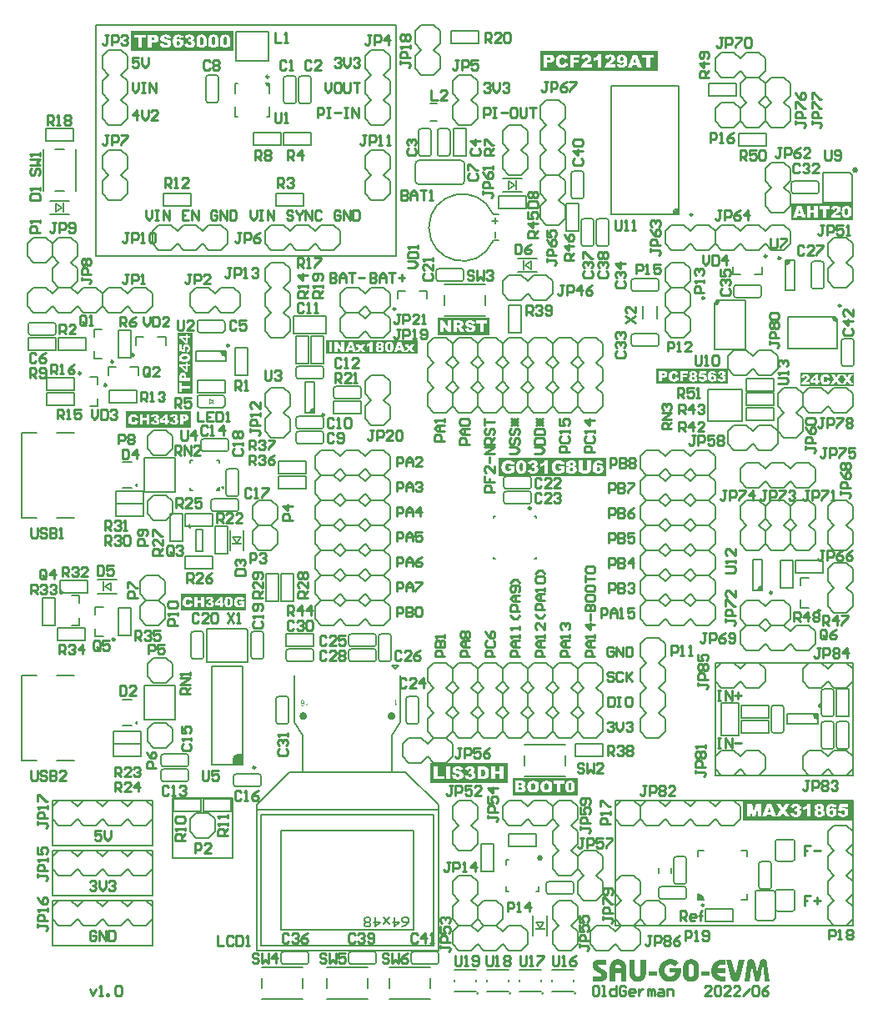
<source format=gto>
G04*
G04 #@! TF.GenerationSoftware,Altium Limited,Altium Designer,19.1.5 (86)*
G04*
G04 Layer_Color=65535*
%FSLAX25Y25*%
%MOIN*%
G70*
G01*
G75*
%ADD10C,0.00500*%
%ADD11C,0.00787*%
%ADD12C,0.00984*%
%ADD13C,0.00394*%
%ADD14C,0.00031*%
%ADD15C,0.01000*%
%ADD16C,0.00600*%
%ADD17C,0.00800*%
%ADD18R,0.00787X0.03937*%
%ADD19R,0.03937X0.00787*%
G36*
X-118095Y9094D02*
X-119079D01*
X-118095Y10079D01*
Y9094D01*
D02*
G37*
G36*
X-48601Y-80131D02*
X-48214Y-80519D01*
X-48004Y-81025D01*
Y-81299D01*
Y-81573D01*
X-48214Y-82080D01*
X-48601Y-82467D01*
X-49108Y-82677D01*
X-49656D01*
X-50162Y-82467D01*
X-50550Y-82080D01*
X-50760Y-81573D01*
Y-81299D01*
Y-81025D01*
X-50550Y-80519D01*
X-50162Y-80131D01*
X-49656Y-79921D01*
X-49108D01*
X-48601Y-80131D01*
D02*
G37*
G36*
X-83838D02*
X-83450Y-80519D01*
X-83240Y-81025D01*
Y-81299D01*
Y-81573D01*
X-83450Y-82080D01*
X-83838Y-82467D01*
X-84344Y-82677D01*
X-84892D01*
X-85399Y-82467D01*
X-85786Y-82080D01*
X-85996Y-81573D01*
Y-81299D01*
Y-81025D01*
X-85786Y-80519D01*
X-85399Y-80131D01*
X-84892Y-79921D01*
X-84344D01*
X-83838Y-80131D01*
D02*
G37*
G36*
X-108701Y-96748D02*
Y-100685D01*
X-112638D01*
Y-98323D01*
X-111063Y-96748D01*
X-108701D01*
X-108701Y-96748D01*
D02*
G37*
G36*
X9000Y-138000D02*
Y-137801D01*
X9152Y-137434D01*
X9433Y-137152D01*
X9801Y-137000D01*
X10000D01*
X10199D01*
X10566Y-137152D01*
X10848Y-137434D01*
X11000Y-137801D01*
Y-138000D01*
Y-138199D01*
X10848Y-138567D01*
X10566Y-138848D01*
X10199Y-139000D01*
X10000D01*
X9801D01*
X9433Y-138848D01*
X9152Y-138567D01*
X9000Y-138199D01*
Y-138000D01*
D01*
D02*
G37*
G36*
X73157Y-154842D02*
Y-152480D01*
X73627D01*
X74495Y-152840D01*
X75160Y-153504D01*
X75520Y-154373D01*
Y-154842D01*
D01*
X73157D01*
D02*
G37*
G36*
X121102Y-80532D02*
Y-82500D01*
X120512D01*
X119331Y-81319D01*
Y-80532D01*
X121102D01*
D02*
G37*
G36*
X98968Y-31102D02*
X97000D01*
Y-30512D01*
X98181Y-29331D01*
X98968D01*
Y-31102D01*
D02*
G37*
G36*
X-115594Y64468D02*
Y62500D01*
X-116185D01*
X-117366Y63681D01*
Y64468D01*
X-115594D01*
D02*
G37*
G36*
X-98307Y171693D02*
Y170512D01*
X-98307Y170512D01*
X-99488Y171693D01*
Y171693D01*
X-98307D01*
D02*
G37*
G36*
X-80032Y39898D02*
X-82000D01*
Y40488D01*
X-80819Y41669D01*
X-80032D01*
Y39898D01*
D02*
G37*
G36*
X65354Y119409D02*
X63386D01*
Y120197D01*
X64567Y121378D01*
X65354D01*
Y119409D01*
D02*
G37*
G36*
X80882Y84842D02*
X81669D01*
Y84451D01*
X81370Y83727D01*
X80816Y83174D01*
X80092Y82874D01*
X79701D01*
D01*
X79701D01*
X80882Y84842D01*
D02*
G37*
G36*
X128842Y77118D02*
Y76331D01*
X128451D01*
X127727Y76630D01*
X127174Y77184D01*
X126874Y77908D01*
Y78299D01*
D01*
Y78299D01*
X128842Y77118D01*
D02*
G37*
G36*
X108031Y100874D02*
X110000D01*
Y100284D01*
X108819Y99102D01*
X108031D01*
Y100874D01*
D02*
G37*
G36*
X135000Y137000D02*
Y137199D01*
X135152Y137566D01*
X135433Y137848D01*
X135801Y138000D01*
X136000D01*
X136199D01*
X136566Y137848D01*
X136848Y137566D01*
X137000Y137199D01*
Y137000D01*
Y136801D01*
X136848Y136433D01*
X136566Y136152D01*
X136199Y136000D01*
X136000D01*
X135801D01*
X135433Y136152D01*
X135152Y136433D01*
X135000Y136801D01*
Y137000D01*
D01*
D02*
G37*
G36*
X36500Y14500D02*
X-6500D01*
Y22000D01*
X36500D01*
Y14500D01*
D02*
G37*
G36*
X135500Y50500D02*
X114000D01*
Y56000D01*
X135500D01*
Y50500D01*
D02*
G37*
G36*
X135131Y117000D02*
X110500D01*
Y123500D01*
X135131D01*
Y117000D01*
D02*
G37*
G36*
X-129000Y47500D02*
X-135000D01*
Y72000D01*
X-129000D01*
Y47500D01*
D02*
G37*
G36*
X-129500Y34000D02*
X-155500D01*
Y40500D01*
X-129500D01*
Y34000D01*
D02*
G37*
G36*
X135000Y-123000D02*
X91000D01*
Y-115000D01*
X135000D01*
Y-123000D01*
D02*
G37*
G36*
X-3000Y-108000D02*
X-34000D01*
Y-100000D01*
X-3000D01*
Y-108000D01*
D02*
G37*
G36*
X-107402Y-39000D02*
X-133500D01*
Y-32500D01*
X-107402D01*
Y-39000D01*
D02*
G37*
G36*
X-39000Y63500D02*
X-75500D01*
Y69000D01*
X-39000D01*
Y63500D01*
D02*
G37*
G36*
X-10150Y71000D02*
X-31000D01*
Y78000D01*
X-10150D01*
Y71000D01*
D02*
G37*
G36*
X57000Y176500D02*
X10000D01*
Y184500D01*
X57000D01*
Y176500D01*
D02*
G37*
G36*
X84133Y-180616D02*
X84112D01*
X84070Y-180606D01*
X83924D01*
X83872Y-180595D01*
X83487D01*
X83383Y-180606D01*
X83269Y-180616D01*
X83144Y-180626D01*
X83008Y-180637D01*
X82717Y-180679D01*
X82415Y-180741D01*
X82113Y-180824D01*
X81978Y-180876D01*
X81842Y-180939D01*
X81832D01*
X81811Y-180960D01*
X81780Y-180970D01*
X81728Y-181001D01*
X81613Y-181085D01*
X81468Y-181199D01*
X81312Y-181345D01*
X81145Y-181522D01*
X80999Y-181730D01*
X80874Y-181980D01*
X84133D01*
Y-183937D01*
X80833D01*
Y-183947D01*
X80843Y-183968D01*
X80853Y-184010D01*
X80874Y-184051D01*
X80905Y-184114D01*
X80937Y-184187D01*
X81030Y-184343D01*
X81155Y-184520D01*
X81322Y-184707D01*
X81416Y-184791D01*
X81520Y-184874D01*
X81645Y-184957D01*
X81770Y-185030D01*
X81780D01*
X81801Y-185040D01*
X81842Y-185061D01*
X81905Y-185082D01*
X81978Y-185113D01*
X82061Y-185144D01*
X82165Y-185176D01*
X82280Y-185207D01*
X82415Y-185238D01*
X82561Y-185269D01*
X82717Y-185301D01*
X82894Y-185332D01*
X83081Y-185353D01*
X83279Y-185373D01*
X83487Y-185384D01*
X84133D01*
Y-187383D01*
X83716D01*
X83612Y-187372D01*
X83362D01*
X83227Y-187362D01*
X82915Y-187341D01*
X82571Y-187310D01*
X82228Y-187268D01*
X81894Y-187206D01*
X81884D01*
X81853Y-187195D01*
X81811Y-187185D01*
X81749Y-187174D01*
X81676Y-187154D01*
X81593Y-187122D01*
X81395Y-187060D01*
X81166Y-186987D01*
X80926Y-186893D01*
X80677Y-186779D01*
X80448Y-186644D01*
X80437Y-186633D01*
X80406Y-186612D01*
X80354Y-186581D01*
X80291Y-186529D01*
X80208Y-186477D01*
X80114Y-186404D01*
X80010Y-186310D01*
X79906Y-186217D01*
X79792Y-186113D01*
X79667Y-185988D01*
X79417Y-185727D01*
X79177Y-185425D01*
X78969Y-185082D01*
X78959Y-185072D01*
X78948Y-185040D01*
X78917Y-184988D01*
X78886Y-184915D01*
X78844Y-184832D01*
X78803Y-184718D01*
X78761Y-184603D01*
X78709Y-184468D01*
X78657Y-184322D01*
X78615Y-184155D01*
X78574Y-183989D01*
X78532Y-183802D01*
X78470Y-183416D01*
X78459Y-183208D01*
X78449Y-183000D01*
Y-182990D01*
Y-182948D01*
Y-182886D01*
X78459Y-182813D01*
X78470Y-182709D01*
X78480Y-182594D01*
X78490Y-182459D01*
X78511Y-182313D01*
X78543Y-182157D01*
X78574Y-181990D01*
X78667Y-181647D01*
X78730Y-181470D01*
X78803Y-181282D01*
X78876Y-181105D01*
X78969Y-180928D01*
X78980Y-180918D01*
X78990Y-180887D01*
X79021Y-180835D01*
X79063Y-180772D01*
X79115Y-180689D01*
X79188Y-180595D01*
X79261Y-180491D01*
X79354Y-180377D01*
X79448Y-180252D01*
X79563Y-180127D01*
X79677Y-180002D01*
X79813Y-179867D01*
X79958Y-179742D01*
X80114Y-179606D01*
X80270Y-179481D01*
X80448Y-179367D01*
X80458D01*
X80479Y-179346D01*
X80510Y-179336D01*
X80552Y-179304D01*
X80614Y-179273D01*
X80677Y-179242D01*
X80760Y-179200D01*
X80853Y-179159D01*
X81062Y-179065D01*
X81312Y-178971D01*
X81593Y-178878D01*
X81894Y-178805D01*
X81905D01*
X81936Y-178794D01*
X81978Y-178784D01*
X82051Y-178773D01*
X82134Y-178763D01*
X82228Y-178742D01*
X82342Y-178732D01*
X82467Y-178711D01*
X82613Y-178690D01*
X82769Y-178680D01*
X82936Y-178659D01*
X83102Y-178649D01*
X83487Y-178628D01*
X83904Y-178617D01*
X84133D01*
Y-180616D01*
D02*
G37*
G36*
X62386Y-178472D02*
X62480Y-178482D01*
X62594Y-178492D01*
X62719Y-178503D01*
X62990Y-178544D01*
X63281Y-178607D01*
X63594Y-178690D01*
X63916Y-178805D01*
X63927D01*
X63958Y-178826D01*
X64000Y-178836D01*
X64062Y-178867D01*
X64135Y-178909D01*
X64229Y-178951D01*
X64322Y-179002D01*
X64437Y-179065D01*
X64676Y-179211D01*
X64947Y-179388D01*
X65228Y-179596D01*
X65520Y-179835D01*
X64041Y-181386D01*
X64021Y-181366D01*
X63958Y-181314D01*
X63864Y-181241D01*
X63750Y-181147D01*
X63604Y-181053D01*
X63448Y-180949D01*
X63281Y-180845D01*
X63104Y-180762D01*
X63084Y-180751D01*
X63021Y-180731D01*
X62928Y-180699D01*
X62813Y-180658D01*
X62667Y-180616D01*
X62501Y-180585D01*
X62324Y-180564D01*
X62147Y-180554D01*
X62053D01*
X61980Y-180564D01*
X61897Y-180575D01*
X61793Y-180595D01*
X61678Y-180616D01*
X61553Y-180637D01*
X61293Y-180731D01*
X61147Y-180783D01*
X61012Y-180856D01*
X60866Y-180928D01*
X60731Y-181033D01*
X60596Y-181137D01*
X60460Y-181262D01*
X60450Y-181272D01*
X60429Y-181293D01*
X60398Y-181334D01*
X60356Y-181386D01*
X60304Y-181459D01*
X60242Y-181532D01*
X60190Y-181636D01*
X60127Y-181740D01*
X60054Y-181855D01*
X60002Y-181990D01*
X59940Y-182136D01*
X59888Y-182282D01*
X59846Y-182448D01*
X59815Y-182615D01*
X59794Y-182802D01*
X59784Y-182990D01*
Y-183000D01*
Y-183031D01*
Y-183083D01*
X59794Y-183156D01*
X59804Y-183239D01*
X59815Y-183344D01*
X59836Y-183458D01*
X59867Y-183583D01*
X59940Y-183843D01*
X60002Y-183989D01*
X60065Y-184124D01*
X60138Y-184270D01*
X60221Y-184405D01*
X60325Y-184541D01*
X60439Y-184676D01*
X60450Y-184686D01*
X60471Y-184707D01*
X60502Y-184739D01*
X60554Y-184780D01*
X60627Y-184832D01*
X60700Y-184895D01*
X60793Y-184947D01*
X60887Y-185009D01*
X61002Y-185082D01*
X61127Y-185134D01*
X61262Y-185196D01*
X61408Y-185249D01*
X61564Y-185290D01*
X61720Y-185321D01*
X61897Y-185342D01*
X62074Y-185353D01*
X62136D01*
X62188Y-185342D01*
X62251D01*
X62313Y-185332D01*
X62480Y-185301D01*
X62667Y-185259D01*
X62865Y-185196D01*
X63073Y-185103D01*
X63271Y-184978D01*
X63281D01*
X63292Y-184957D01*
X63354Y-184905D01*
X63448Y-184822D01*
X63573Y-184697D01*
X63698Y-184541D01*
X63833Y-184353D01*
X63958Y-184145D01*
X64062Y-183895D01*
X61907D01*
Y-181949D01*
X66488D01*
Y-182323D01*
Y-182334D01*
Y-182365D01*
Y-182407D01*
Y-182469D01*
Y-182542D01*
X66477Y-182636D01*
Y-182729D01*
X66467Y-182844D01*
X66457Y-183083D01*
X66436Y-183333D01*
X66394Y-183604D01*
X66352Y-183864D01*
Y-183874D01*
X66342Y-183895D01*
Y-183926D01*
X66331Y-183978D01*
X66311Y-184041D01*
X66300Y-184103D01*
X66259Y-184270D01*
X66196Y-184457D01*
X66134Y-184666D01*
X66050Y-184874D01*
X65957Y-185082D01*
X65946Y-185092D01*
X65936Y-185134D01*
X65894Y-185196D01*
X65853Y-185269D01*
X65790Y-185373D01*
X65728Y-185478D01*
X65645Y-185602D01*
X65551Y-185738D01*
X65436Y-185884D01*
X65322Y-186029D01*
X65186Y-186185D01*
X65051Y-186331D01*
X64895Y-186487D01*
X64728Y-186623D01*
X64551Y-186768D01*
X64364Y-186893D01*
X64354Y-186904D01*
X64322Y-186925D01*
X64260Y-186956D01*
X64187Y-186997D01*
X64083Y-187039D01*
X63968Y-187101D01*
X63844Y-187154D01*
X63698Y-187216D01*
X63531Y-187278D01*
X63354Y-187330D01*
X63167Y-187393D01*
X62969Y-187435D01*
X62761Y-187476D01*
X62542Y-187507D01*
X62313Y-187528D01*
X62084Y-187539D01*
X61991D01*
X61928Y-187528D01*
X61845D01*
X61741Y-187518D01*
X61626Y-187507D01*
X61512Y-187497D01*
X61241Y-187455D01*
X60939Y-187393D01*
X60627Y-187320D01*
X60315Y-187206D01*
X60304D01*
X60283Y-187185D01*
X60231Y-187174D01*
X60179Y-187143D01*
X60106Y-187101D01*
X60023Y-187060D01*
X59929Y-187008D01*
X59825Y-186956D01*
X59596Y-186810D01*
X59346Y-186644D01*
X59097Y-186435D01*
X58847Y-186206D01*
X58836Y-186196D01*
X58815Y-186175D01*
X58784Y-186144D01*
X58743Y-186092D01*
X58691Y-186029D01*
X58628Y-185956D01*
X58555Y-185873D01*
X58482Y-185780D01*
X58326Y-185561D01*
X58170Y-185311D01*
X58014Y-185040D01*
X57868Y-184739D01*
Y-184728D01*
X57858Y-184697D01*
X57837Y-184655D01*
X57816Y-184593D01*
X57795Y-184520D01*
X57764Y-184426D01*
X57733Y-184322D01*
X57702Y-184208D01*
X57670Y-184083D01*
X57639Y-183947D01*
X57587Y-183656D01*
X57546Y-183333D01*
X57535Y-183000D01*
Y-182990D01*
Y-182958D01*
Y-182906D01*
X57546Y-182844D01*
Y-182761D01*
X57556Y-182667D01*
X57566Y-182563D01*
X57577Y-182448D01*
X57618Y-182178D01*
X57681Y-181896D01*
X57754Y-181584D01*
X57868Y-181282D01*
Y-181272D01*
X57889Y-181241D01*
X57899Y-181199D01*
X57931Y-181147D01*
X57972Y-181074D01*
X58014Y-180991D01*
X58066Y-180897D01*
X58118Y-180793D01*
X58264Y-180564D01*
X58430Y-180314D01*
X58628Y-180054D01*
X58857Y-179804D01*
X58868Y-179794D01*
X58888Y-179773D01*
X58920Y-179742D01*
X58972Y-179700D01*
X59034Y-179638D01*
X59107Y-179575D01*
X59190Y-179513D01*
X59284Y-179429D01*
X59503Y-179273D01*
X59763Y-179107D01*
X60044Y-178951D01*
X60346Y-178805D01*
X60356D01*
X60387Y-178794D01*
X60429Y-178773D01*
X60492Y-178753D01*
X60575Y-178721D01*
X60668Y-178701D01*
X60773Y-178669D01*
X60887Y-178628D01*
X61012Y-178597D01*
X61158Y-178565D01*
X61460Y-178513D01*
X61793Y-178472D01*
X62147Y-178461D01*
X62303D01*
X62386Y-178472D01*
D02*
G37*
G36*
X99456Y-178492D02*
X99571Y-178503D01*
X99727Y-178544D01*
X99904Y-178597D01*
X100081Y-178680D01*
X100268Y-178805D01*
X100351Y-178878D01*
X100435Y-178961D01*
X100455Y-178982D01*
X100476Y-179013D01*
X100508Y-179044D01*
X100539Y-179096D01*
X100580Y-179159D01*
X100664Y-179304D01*
X100757Y-179492D01*
X100841Y-179721D01*
X100924Y-179991D01*
X100976Y-180293D01*
X101934Y-187383D01*
X99831D01*
X99342Y-181907D01*
Y-181886D01*
Y-181834D01*
X99331Y-181751D01*
X99321Y-181647D01*
X99310Y-181511D01*
X99300Y-181376D01*
X99279Y-181074D01*
Y-181053D01*
Y-181001D01*
X99269Y-180928D01*
X99258Y-180824D01*
X99248Y-180710D01*
Y-180575D01*
X99227Y-180293D01*
Y-180304D01*
Y-180314D01*
X99217Y-180345D01*
X99206Y-180387D01*
X99186Y-180491D01*
X99165Y-180616D01*
X99133Y-180762D01*
X99113Y-180908D01*
X99081Y-181064D01*
X99050Y-181210D01*
Y-181220D01*
X99040Y-181272D01*
X99029Y-181334D01*
X99009Y-181418D01*
X98988Y-181522D01*
X98967Y-181626D01*
X98915Y-181844D01*
X98009Y-186113D01*
Y-186123D01*
X97999Y-186144D01*
X97988Y-186185D01*
X97978Y-186227D01*
X97947Y-186362D01*
X97895Y-186519D01*
X97832Y-186685D01*
X97759Y-186862D01*
X97666Y-187018D01*
X97572Y-187154D01*
X97562Y-187164D01*
X97520Y-187195D01*
X97457Y-187247D01*
X97374Y-187299D01*
X97270Y-187362D01*
X97145Y-187403D01*
X96999Y-187445D01*
X96833Y-187455D01*
X96760D01*
X96677Y-187435D01*
X96573Y-187414D01*
X96458Y-187383D01*
X96333Y-187330D01*
X96219Y-187258D01*
X96104Y-187154D01*
X96094Y-187143D01*
X96062Y-187091D01*
X96011Y-187018D01*
X95948Y-186904D01*
X95875Y-186758D01*
X95802Y-186581D01*
X95729Y-186362D01*
X95667Y-186113D01*
X94751Y-181844D01*
Y-181824D01*
X94740Y-181803D01*
Y-181772D01*
X94730Y-181720D01*
X94720Y-181667D01*
X94699Y-181595D01*
X94688Y-181522D01*
X94668Y-181428D01*
X94647Y-181324D01*
X94626Y-181199D01*
X94595Y-181064D01*
X94564Y-180918D01*
X94532Y-180762D01*
X94501Y-180585D01*
X94459Y-180387D01*
X94438Y-180293D01*
Y-180304D01*
Y-180325D01*
Y-180356D01*
Y-180397D01*
Y-180460D01*
Y-180533D01*
X94428Y-180616D01*
Y-180710D01*
X94418Y-180928D01*
X94407Y-181178D01*
X94387Y-181459D01*
X94355Y-181772D01*
Y-181782D01*
Y-181824D01*
X94345Y-181865D01*
Y-181907D01*
X93856Y-187383D01*
X91753D01*
X92700Y-180293D01*
Y-180283D01*
X92711Y-180252D01*
Y-180210D01*
X92721Y-180148D01*
X92742Y-180075D01*
X92752Y-179991D01*
X92804Y-179804D01*
X92877Y-179586D01*
X92971Y-179367D01*
X93085Y-179148D01*
X93231Y-178961D01*
X93241Y-178951D01*
X93252Y-178940D01*
X93314Y-178888D01*
X93408Y-178805D01*
X93533Y-178721D01*
X93689Y-178638D01*
X93876Y-178555D01*
X94095Y-178503D01*
X94209Y-178482D01*
X94397D01*
X94438Y-178492D01*
X94553Y-178503D01*
X94699Y-178534D01*
X94865Y-178586D01*
X95042Y-178659D01*
X95219Y-178763D01*
X95386Y-178899D01*
X95407Y-178919D01*
X95459Y-178971D01*
X95532Y-179075D01*
X95625Y-179211D01*
X95729Y-179377D01*
X95833Y-179586D01*
X95927Y-179835D01*
X96011Y-180116D01*
X96583Y-182542D01*
Y-182563D01*
X96593Y-182604D01*
X96614Y-182677D01*
X96635Y-182771D01*
X96656Y-182886D01*
X96677Y-183021D01*
X96708Y-183167D01*
X96729Y-183323D01*
Y-183344D01*
X96739Y-183396D01*
X96750Y-183489D01*
X96770Y-183604D01*
X96781Y-183749D01*
X96802Y-183906D01*
X96812Y-184093D01*
X96833Y-184291D01*
Y-184280D01*
Y-184270D01*
Y-184239D01*
X96843Y-184197D01*
X96854Y-184093D01*
X96864Y-183968D01*
X96874Y-183812D01*
X96895Y-183656D01*
X96916Y-183489D01*
X96937Y-183323D01*
Y-183302D01*
X96947Y-183250D01*
X96958Y-183167D01*
X96979Y-183062D01*
X96999Y-182948D01*
X97020Y-182813D01*
X97083Y-182542D01*
X97666Y-180116D01*
Y-180106D01*
X97676Y-180085D01*
X97686Y-180044D01*
X97697Y-179981D01*
X97718Y-179919D01*
X97749Y-179835D01*
X97811Y-179658D01*
X97895Y-179471D01*
X98009Y-179263D01*
X98134Y-179065D01*
X98280Y-178899D01*
X98301Y-178878D01*
X98353Y-178836D01*
X98446Y-178763D01*
X98571Y-178690D01*
X98728Y-178617D01*
X98904Y-178544D01*
X99113Y-178503D01*
X99342Y-178482D01*
X99404D01*
X99456Y-178492D01*
D02*
G37*
G36*
X89994Y-185540D02*
Y-185550D01*
X89983Y-185582D01*
X89962Y-185644D01*
X89941Y-185717D01*
X89921Y-185800D01*
X89889Y-185904D01*
X89806Y-186133D01*
X89702Y-186383D01*
X89577Y-186644D01*
X89442Y-186883D01*
X89369Y-186987D01*
X89286Y-187081D01*
X89265Y-187101D01*
X89202Y-187154D01*
X89109Y-187226D01*
X88973Y-187310D01*
X88807Y-187393D01*
X88609Y-187466D01*
X88380Y-187518D01*
X88255Y-187528D01*
X88120Y-187539D01*
X88047D01*
X87995Y-187528D01*
X87932D01*
X87870Y-187518D01*
X87703Y-187476D01*
X87516Y-187424D01*
X87318Y-187341D01*
X87120Y-187226D01*
X87027Y-187164D01*
X86943Y-187081D01*
Y-187070D01*
X86923Y-187060D01*
X86902Y-187029D01*
X86870Y-186987D01*
X86829Y-186935D01*
X86787Y-186872D01*
X86746Y-186800D01*
X86694Y-186716D01*
X86631Y-186612D01*
X86579Y-186498D01*
X86516Y-186373D01*
X86454Y-186238D01*
X86392Y-186081D01*
X86340Y-185915D01*
X86277Y-185738D01*
X86225Y-185540D01*
X84455Y-178617D01*
X86631D01*
X87797Y-183271D01*
Y-183281D01*
X87807Y-183312D01*
X87818Y-183375D01*
X87839Y-183448D01*
X87859Y-183552D01*
X87880Y-183666D01*
X87911Y-183791D01*
X87943Y-183937D01*
Y-183958D01*
X87953Y-184010D01*
X87974Y-184093D01*
X87995Y-184197D01*
X88026Y-184333D01*
X88057Y-184478D01*
X88088Y-184645D01*
X88120Y-184832D01*
Y-184822D01*
X88130Y-184801D01*
Y-184770D01*
X88140Y-184728D01*
X88161Y-184614D01*
X88192Y-184468D01*
X88224Y-184301D01*
X88255Y-184135D01*
X88286Y-183978D01*
X88307Y-183833D01*
Y-183812D01*
X88318Y-183770D01*
X88338Y-183708D01*
X88349Y-183625D01*
X88390Y-183437D01*
X88411Y-183354D01*
X88432Y-183271D01*
X89598Y-178617D01*
X91784D01*
X89994Y-185540D01*
D02*
G37*
G36*
X77658Y-185061D02*
X74368D01*
Y-183448D01*
X77658D01*
Y-185061D01*
D02*
G37*
G36*
X56734Y-185061D02*
X53444D01*
Y-183448D01*
X56734D01*
Y-185061D01*
D02*
G37*
G36*
X52424Y-183802D02*
Y-183822D01*
Y-183874D01*
X52413Y-183968D01*
Y-184083D01*
X52393Y-184228D01*
X52372Y-184395D01*
X52351Y-184582D01*
X52309Y-184780D01*
X52257Y-184999D01*
X52205Y-185217D01*
X52122Y-185446D01*
X52039Y-185675D01*
X51934Y-185894D01*
X51810Y-186123D01*
X51674Y-186331D01*
X51508Y-186529D01*
X51497Y-186539D01*
X51466Y-186571D01*
X51414Y-186623D01*
X51341Y-186685D01*
X51248Y-186758D01*
X51143Y-186852D01*
X51008Y-186935D01*
X50862Y-187029D01*
X50696Y-187133D01*
X50508Y-187216D01*
X50311Y-187299D01*
X50102Y-187383D01*
X49863Y-187445D01*
X49624Y-187497D01*
X49363Y-187528D01*
X49082Y-187539D01*
X49020D01*
X48936Y-187528D01*
X48832Y-187518D01*
X48707Y-187507D01*
X48562Y-187487D01*
X48395Y-187455D01*
X48218Y-187414D01*
X48020Y-187362D01*
X47823Y-187289D01*
X47625Y-187206D01*
X47427Y-187112D01*
X47219Y-186997D01*
X47021Y-186862D01*
X46834Y-186706D01*
X46657Y-186529D01*
X46646Y-186519D01*
X46615Y-186477D01*
X46573Y-186425D01*
X46511Y-186342D01*
X46448Y-186238D01*
X46376Y-186113D01*
X46292Y-185967D01*
X46209Y-185800D01*
X46115Y-185623D01*
X46042Y-185415D01*
X45959Y-185186D01*
X45897Y-184947D01*
X45834Y-184686D01*
X45793Y-184405D01*
X45761Y-184114D01*
X45751Y-183802D01*
Y-178617D01*
X47927D01*
Y-183937D01*
Y-183947D01*
Y-183968D01*
Y-183999D01*
Y-184051D01*
X47937Y-184114D01*
X47947Y-184176D01*
X47968Y-184333D01*
X48000Y-184509D01*
X48052Y-184697D01*
X48125Y-184863D01*
X48218Y-185020D01*
X48229Y-185040D01*
X48270Y-185082D01*
X48343Y-185134D01*
X48437Y-185207D01*
X48562Y-185280D01*
X48707Y-185332D01*
X48884Y-185373D01*
X49082Y-185394D01*
X49134D01*
X49176Y-185384D01*
X49280Y-185373D01*
X49405Y-185342D01*
X49551Y-185301D01*
X49696Y-185238D01*
X49832Y-185144D01*
X49957Y-185020D01*
X49967Y-184999D01*
X50009Y-184947D01*
X50050Y-184863D01*
X50113Y-184739D01*
X50165Y-184593D01*
X50217Y-184405D01*
X50248Y-184187D01*
X50258Y-183937D01*
Y-178617D01*
X52424D01*
Y-183802D01*
D02*
G37*
G36*
X41389Y-178482D02*
X41493D01*
X41618Y-178503D01*
X41774Y-178524D01*
X41930Y-178555D01*
X42118Y-178597D01*
X42305Y-178649D01*
X42503Y-178721D01*
X42701Y-178805D01*
X42909Y-178899D01*
X43107Y-179023D01*
X43305Y-179159D01*
X43492Y-179315D01*
X43669Y-179492D01*
X43679Y-179502D01*
X43711Y-179534D01*
X43752Y-179596D01*
X43815Y-179679D01*
X43888Y-179773D01*
X43960Y-179898D01*
X44044Y-180044D01*
X44137Y-180210D01*
X44221Y-180397D01*
X44304Y-180595D01*
X44377Y-180814D01*
X44450Y-181064D01*
X44512Y-181314D01*
X44554Y-181595D01*
X44585Y-181886D01*
X44596Y-182198D01*
Y-187383D01*
X42420D01*
Y-184135D01*
X40473D01*
Y-182073D01*
X42420D01*
Y-181980D01*
Y-181969D01*
Y-181949D01*
Y-181917D01*
Y-181876D01*
X42399Y-181761D01*
X42378Y-181615D01*
X42336Y-181459D01*
X42284Y-181293D01*
X42201Y-181126D01*
X42097Y-180981D01*
X42087Y-180960D01*
X42045Y-180918D01*
X41972Y-180866D01*
X41878Y-180793D01*
X41754Y-180720D01*
X41608Y-180668D01*
X41431Y-180626D01*
X41243Y-180606D01*
X41191D01*
X41150Y-180616D01*
X41046Y-180626D01*
X40921Y-180658D01*
X40785Y-180699D01*
X40640Y-180772D01*
X40504Y-180866D01*
X40379Y-180991D01*
X40369Y-181012D01*
X40338Y-181064D01*
X40286Y-181147D01*
X40234Y-181272D01*
X40182Y-181428D01*
X40130Y-181615D01*
X40098Y-181834D01*
X40088Y-182094D01*
Y-187383D01*
X37912D01*
Y-182198D01*
Y-182178D01*
Y-182126D01*
X37923Y-182032D01*
Y-181917D01*
X37944Y-181772D01*
X37964Y-181605D01*
X37985Y-181428D01*
X38027Y-181220D01*
X38079Y-181012D01*
X38131Y-180793D01*
X38204Y-180564D01*
X38297Y-180345D01*
X38401Y-180116D01*
X38516Y-179898D01*
X38662Y-179690D01*
X38818Y-179492D01*
X38828Y-179481D01*
X38860Y-179450D01*
X38912Y-179398D01*
X38985Y-179336D01*
X39078Y-179252D01*
X39193Y-179169D01*
X39318Y-179075D01*
X39463Y-178982D01*
X39630Y-178888D01*
X39817Y-178794D01*
X40015Y-178711D01*
X40223Y-178628D01*
X40463Y-178565D01*
X40702Y-178513D01*
X40973Y-178482D01*
X41243Y-178472D01*
X41306D01*
X41389Y-178482D01*
D02*
G37*
G36*
X36403Y-180626D02*
X33946D01*
X33842Y-180637D01*
X33738Y-180647D01*
X33623Y-180658D01*
X33530Y-180679D01*
X33446Y-180710D01*
X33436D01*
X33415Y-180720D01*
X33363Y-180772D01*
X33301Y-180845D01*
X33280Y-180908D01*
X33269Y-180970D01*
Y-180981D01*
Y-181001D01*
X33280Y-181033D01*
X33290Y-181085D01*
X33332Y-181189D01*
X33363Y-181262D01*
X33405Y-181324D01*
X33415Y-181334D01*
X33436Y-181355D01*
X33467Y-181386D01*
X33519Y-181428D01*
X33571Y-181480D01*
X33655Y-181543D01*
X33738Y-181605D01*
X33842Y-181667D01*
X35487Y-182657D01*
X35497D01*
X35518Y-182677D01*
X35560Y-182698D01*
X35601Y-182729D01*
X35664Y-182771D01*
X35726Y-182823D01*
X35882Y-182948D01*
X36059Y-183094D01*
X36236Y-183271D01*
X36413Y-183458D01*
X36559Y-183677D01*
Y-183687D01*
X36580Y-183708D01*
X36590Y-183739D01*
X36621Y-183781D01*
X36642Y-183833D01*
X36674Y-183895D01*
X36746Y-184051D01*
X36819Y-184239D01*
X36871Y-184457D01*
X36913Y-184697D01*
X36934Y-184947D01*
Y-184957D01*
Y-184978D01*
Y-185009D01*
Y-185051D01*
X36923Y-185165D01*
X36902Y-185311D01*
X36871Y-185478D01*
X36819Y-185665D01*
X36757Y-185852D01*
X36674Y-186050D01*
Y-186061D01*
X36663Y-186071D01*
X36632Y-186133D01*
X36569Y-186227D01*
X36496Y-186342D01*
X36392Y-186477D01*
X36278Y-186612D01*
X36132Y-186748D01*
X35976Y-186872D01*
X35955Y-186883D01*
X35914Y-186914D01*
X35830Y-186966D01*
X35726Y-187029D01*
X35591Y-187091D01*
X35445Y-187154D01*
X35278Y-187216D01*
X35102Y-187268D01*
X35081D01*
X35050Y-187278D01*
X35008Y-187289D01*
X34956Y-187299D01*
X34893D01*
X34810Y-187310D01*
X34727Y-187320D01*
X34623Y-187331D01*
X34508Y-187341D01*
X34373Y-187351D01*
X34238Y-187362D01*
X34081Y-187372D01*
X33915D01*
X33738Y-187383D01*
X31000D01*
Y-185290D01*
X34060D01*
X34113Y-185280D01*
X34175D01*
X34310Y-185249D01*
X34373Y-185217D01*
X34435Y-185186D01*
X34446Y-185176D01*
X34456Y-185165D01*
X34508Y-185103D01*
X34560Y-184999D01*
X34571Y-184936D01*
X34581Y-184863D01*
Y-184853D01*
Y-184832D01*
X34571Y-184801D01*
X34560Y-184749D01*
X34539Y-184697D01*
X34519Y-184634D01*
X34477Y-184572D01*
X34425Y-184509D01*
X34414Y-184499D01*
X34394Y-184478D01*
X34362Y-184437D01*
X34310Y-184395D01*
X34248Y-184333D01*
X34175Y-184270D01*
X34081Y-184208D01*
X33977Y-184135D01*
X32291Y-183115D01*
X32280D01*
X32270Y-183094D01*
X32239Y-183073D01*
X32197Y-183052D01*
X32093Y-182969D01*
X31958Y-182865D01*
X31812Y-182740D01*
X31656Y-182573D01*
X31500Y-182396D01*
X31364Y-182198D01*
Y-182188D01*
X31354Y-182178D01*
X31333Y-182146D01*
X31312Y-182105D01*
X31260Y-181990D01*
X31198Y-181844D01*
X31135Y-181667D01*
X31083Y-181470D01*
X31042Y-181262D01*
X31031Y-181043D01*
Y-181033D01*
Y-181022D01*
Y-180991D01*
Y-180949D01*
X31042Y-180835D01*
X31052Y-180699D01*
X31073Y-180533D01*
X31115Y-180366D01*
X31156Y-180179D01*
X31219Y-180002D01*
Y-179991D01*
X31229Y-179981D01*
X31260Y-179919D01*
X31302Y-179835D01*
X31364Y-179721D01*
X31448Y-179596D01*
X31552Y-179461D01*
X31666Y-179325D01*
X31802Y-179200D01*
X31822Y-179190D01*
X31864Y-179148D01*
X31947Y-179096D01*
X32051Y-179023D01*
X32176Y-178951D01*
X32333Y-178878D01*
X32499Y-178815D01*
X32686Y-178753D01*
X32697D01*
X32707Y-178742D01*
X32739D01*
X32790Y-178732D01*
X32843Y-178721D01*
X32915Y-178711D01*
X32999Y-178701D01*
X33103Y-178680D01*
X33217Y-178669D01*
X33342Y-178659D01*
X33478Y-178649D01*
X33634Y-178638D01*
X33800Y-178628D01*
X33988D01*
X34185Y-178617D01*
X36403D01*
Y-180626D01*
D02*
G37*
G36*
X70516Y-178482D02*
X70610D01*
X70725Y-178492D01*
X70860Y-178513D01*
X71006Y-178544D01*
X71172Y-178576D01*
X71339Y-178617D01*
X71526Y-178680D01*
X71714Y-178742D01*
X71901Y-178826D01*
X72088Y-178919D01*
X72276Y-179034D01*
X72453Y-179169D01*
X72630Y-179315D01*
X72640Y-179325D01*
X72671Y-179357D01*
X72713Y-179398D01*
X72775Y-179461D01*
X72838Y-179544D01*
X72921Y-179648D01*
X73004Y-179752D01*
X73088Y-179887D01*
X73171Y-180033D01*
X73254Y-180189D01*
X73338Y-180356D01*
X73400Y-180543D01*
X73462Y-180731D01*
X73504Y-180939D01*
X73535Y-181157D01*
X73546Y-181386D01*
Y-184634D01*
Y-184645D01*
Y-184686D01*
X73535Y-184749D01*
Y-184843D01*
X73514Y-184947D01*
X73494Y-185072D01*
X73473Y-185207D01*
X73431Y-185353D01*
X73390Y-185519D01*
X73327Y-185686D01*
X73254Y-185852D01*
X73160Y-186029D01*
X73056Y-186206D01*
X72942Y-186373D01*
X72796Y-186550D01*
X72640Y-186706D01*
X72630Y-186716D01*
X72598Y-186737D01*
X72546Y-186779D01*
X72473Y-186831D01*
X72390Y-186904D01*
X72286Y-186966D01*
X72161Y-187049D01*
X72015Y-187122D01*
X71859Y-187195D01*
X71693Y-187278D01*
X71505Y-187341D01*
X71307Y-187403D01*
X71099Y-187466D01*
X70870Y-187507D01*
X70641Y-187528D01*
X70391Y-187539D01*
X70329D01*
X70266Y-187528D01*
X70173D01*
X70048Y-187518D01*
X69923Y-187497D01*
X69767Y-187466D01*
X69611Y-187435D01*
X69434Y-187393D01*
X69257Y-187341D01*
X69069Y-187268D01*
X68882Y-187195D01*
X68695Y-187101D01*
X68507Y-186987D01*
X68330Y-186862D01*
X68153Y-186716D01*
X68143Y-186706D01*
X68112Y-186675D01*
X68070Y-186633D01*
X68018Y-186571D01*
X67945Y-186487D01*
X67872Y-186383D01*
X67789Y-186269D01*
X67716Y-186144D01*
X67633Y-185998D01*
X67550Y-185842D01*
X67477Y-185675D01*
X67404Y-185488D01*
X67352Y-185290D01*
X67310Y-185082D01*
X67279Y-184863D01*
X67268Y-184634D01*
Y-181386D01*
Y-181376D01*
Y-181334D01*
X67279Y-181262D01*
Y-181178D01*
X67300Y-181074D01*
X67321Y-180949D01*
X67341Y-180814D01*
X67383Y-180658D01*
X67425Y-180502D01*
X67487Y-180335D01*
X67560Y-180168D01*
X67643Y-179991D01*
X67747Y-179815D01*
X67862Y-179638D01*
X67997Y-179471D01*
X68153Y-179315D01*
X68164Y-179304D01*
X68195Y-179273D01*
X68247Y-179232D01*
X68309Y-179180D01*
X68403Y-179117D01*
X68507Y-179044D01*
X68632Y-178971D01*
X68767Y-178888D01*
X68924Y-178815D01*
X69090Y-178742D01*
X69278Y-178669D01*
X69475Y-178607D01*
X69684Y-178544D01*
X69913Y-178503D01*
X70142Y-178482D01*
X70391Y-178472D01*
X70454D01*
X70516Y-178482D01*
D02*
G37*
G36*
X85257Y51500D02*
X56500D01*
Y57500D01*
X85257D01*
Y51500D01*
D02*
G37*
G36*
X25000Y-113000D02*
X-1000D01*
Y-106000D01*
X25000D01*
Y-113000D01*
D02*
G37*
G36*
X-112483Y184500D02*
X-153500D01*
Y192500D01*
X-112483D01*
Y184500D01*
D02*
G37*
G36*
X-47498Y-76569D02*
X-47496Y-76564D01*
X-47482Y-76551D01*
X-47464Y-76533D01*
X-47438Y-76506D01*
X-47406Y-76477D01*
X-47367Y-76443D01*
X-47322Y-76406D01*
X-47272Y-76367D01*
X-47269D01*
X-47267Y-76362D01*
X-47259Y-76356D01*
X-47248Y-76351D01*
X-47222Y-76333D01*
X-47188Y-76309D01*
X-47148Y-76285D01*
X-47106Y-76259D01*
X-47062Y-76235D01*
X-47017Y-76214D01*
Y-76496D01*
X-47020Y-76498D01*
X-47025Y-76501D01*
X-47035Y-76506D01*
X-47051Y-76517D01*
X-47067Y-76527D01*
X-47088Y-76540D01*
X-47135Y-76572D01*
X-47188Y-76614D01*
X-47248Y-76661D01*
X-47309Y-76714D01*
X-47367Y-76775D01*
X-47369Y-76777D01*
X-47375Y-76782D01*
X-47383Y-76790D01*
X-47390Y-76803D01*
X-47404Y-76819D01*
X-47419Y-76835D01*
X-47451Y-76880D01*
X-47485Y-76927D01*
X-47522Y-76982D01*
X-47554Y-77040D01*
X-47580Y-77101D01*
X-47738D01*
Y-74697D01*
X-47498D01*
Y-76569D01*
D02*
G37*
G36*
X-84925Y-74893D02*
X-84904Y-74896D01*
X-84881Y-74899D01*
X-84849Y-74904D01*
X-84817Y-74912D01*
X-84781Y-74925D01*
X-84744Y-74938D01*
X-84704Y-74956D01*
X-84665Y-74977D01*
X-84623Y-75004D01*
X-84581Y-75033D01*
X-84541Y-75069D01*
X-84502Y-75109D01*
X-84465Y-75156D01*
X-84462Y-75159D01*
X-84457Y-75169D01*
X-84447Y-75185D01*
X-84436Y-75209D01*
X-84420Y-75238D01*
X-84404Y-75275D01*
X-84386Y-75317D01*
X-84370Y-75369D01*
X-84352Y-75427D01*
X-84333Y-75493D01*
X-84318Y-75567D01*
X-84302Y-75648D01*
X-84291Y-75735D01*
X-84281Y-75832D01*
X-84276Y-75937D01*
X-84273Y-76051D01*
Y-76053D01*
Y-76058D01*
Y-76069D01*
Y-76082D01*
Y-76098D01*
X-84276Y-76116D01*
Y-76137D01*
Y-76164D01*
X-84278Y-76219D01*
X-84284Y-76285D01*
X-84289Y-76356D01*
X-84297Y-76434D01*
X-84307Y-76513D01*
X-84320Y-76595D01*
X-84336Y-76676D01*
X-84355Y-76758D01*
X-84378Y-76837D01*
X-84404Y-76911D01*
X-84434Y-76976D01*
X-84468Y-77037D01*
X-84470Y-77039D01*
X-84475Y-77050D01*
X-84489Y-77063D01*
X-84504Y-77084D01*
X-84523Y-77105D01*
X-84547Y-77131D01*
X-84573Y-77158D01*
X-84604Y-77187D01*
X-84641Y-77213D01*
X-84678Y-77239D01*
X-84720Y-77266D01*
X-84765Y-77287D01*
X-84812Y-77308D01*
X-84865Y-77321D01*
X-84917Y-77331D01*
X-84975Y-77334D01*
X-84996D01*
X-85012Y-77331D01*
X-85031Y-77329D01*
X-85054Y-77326D01*
X-85104Y-77315D01*
X-85162Y-77297D01*
X-85194Y-77284D01*
X-85225Y-77271D01*
X-85257Y-77252D01*
X-85288Y-77231D01*
X-85317Y-77208D01*
X-85346Y-77181D01*
X-85349Y-77179D01*
X-85354Y-77174D01*
X-85359Y-77166D01*
X-85370Y-77153D01*
X-85383Y-77137D01*
X-85396Y-77118D01*
X-85412Y-77095D01*
X-85428Y-77068D01*
X-85443Y-77039D01*
X-85459Y-77008D01*
X-85475Y-76971D01*
X-85488Y-76932D01*
X-85504Y-76887D01*
X-85514Y-76842D01*
X-85525Y-76792D01*
X-85533Y-76740D01*
X-85294Y-76716D01*
Y-76718D01*
X-85291Y-76724D01*
Y-76734D01*
X-85288Y-76745D01*
X-85280Y-76776D01*
X-85267Y-76816D01*
X-85254Y-76861D01*
X-85236Y-76903D01*
X-85215Y-76942D01*
X-85191Y-76976D01*
Y-76979D01*
X-85186Y-76982D01*
X-85175Y-76995D01*
X-85154Y-77013D01*
X-85128Y-77034D01*
X-85094Y-77055D01*
X-85054Y-77074D01*
X-85009Y-77087D01*
X-84986Y-77092D01*
X-84952D01*
X-84938Y-77089D01*
X-84925Y-77087D01*
X-84907Y-77084D01*
X-84886Y-77079D01*
X-84862Y-77071D01*
X-84838Y-77060D01*
X-84812Y-77045D01*
X-84786Y-77029D01*
X-84757Y-77008D01*
X-84728Y-76982D01*
X-84702Y-76950D01*
X-84673Y-76916D01*
X-84646Y-76876D01*
X-84623Y-76829D01*
Y-76826D01*
X-84618Y-76819D01*
X-84612Y-76805D01*
X-84607Y-76787D01*
X-84597Y-76763D01*
X-84589Y-76734D01*
X-84578Y-76700D01*
X-84568Y-76663D01*
X-84560Y-76619D01*
X-84549Y-76569D01*
X-84539Y-76513D01*
X-84531Y-76453D01*
X-84523Y-76390D01*
X-84518Y-76319D01*
X-84515Y-76245D01*
X-84513Y-76166D01*
X-84512Y-76166D01*
Y-76164D01*
X-84513Y-76166D01*
X-84515Y-76171D01*
X-84520Y-76179D01*
X-84528Y-76190D01*
X-84547Y-76219D01*
X-84570Y-76253D01*
X-84599Y-76293D01*
X-84636Y-76332D01*
X-84675Y-76369D01*
X-84720Y-76403D01*
X-84723D01*
X-84725Y-76406D01*
X-84733Y-76411D01*
X-84741Y-76416D01*
X-84768Y-76429D01*
X-84802Y-76445D01*
X-84841Y-76458D01*
X-84886Y-76471D01*
X-84936Y-76482D01*
X-84988Y-76485D01*
X-84999D01*
X-85012Y-76482D01*
X-85028D01*
X-85046Y-76479D01*
X-85070Y-76474D01*
X-85096Y-76466D01*
X-85125Y-76458D01*
X-85157Y-76448D01*
X-85188Y-76432D01*
X-85223Y-76416D01*
X-85257Y-76395D01*
X-85291Y-76371D01*
X-85325Y-76342D01*
X-85359Y-76308D01*
X-85393Y-76271D01*
X-85396Y-76269D01*
X-85401Y-76261D01*
X-85409Y-76250D01*
X-85422Y-76232D01*
X-85435Y-76211D01*
X-85449Y-76187D01*
X-85464Y-76156D01*
X-85483Y-76121D01*
X-85499Y-76085D01*
X-85514Y-76040D01*
X-85527Y-75995D01*
X-85543Y-75945D01*
X-85554Y-75890D01*
X-85562Y-75832D01*
X-85567Y-75772D01*
X-85570Y-75706D01*
Y-75703D01*
Y-75696D01*
Y-75682D01*
Y-75666D01*
X-85567Y-75646D01*
X-85564Y-75619D01*
X-85562Y-75593D01*
X-85559Y-75561D01*
X-85549Y-75496D01*
X-85533Y-75422D01*
X-85509Y-75346D01*
X-85480Y-75269D01*
Y-75267D01*
X-85478Y-75261D01*
X-85472Y-75251D01*
X-85464Y-75238D01*
X-85457Y-75222D01*
X-85446Y-75204D01*
X-85420Y-75162D01*
X-85388Y-75114D01*
X-85349Y-75067D01*
X-85307Y-75022D01*
X-85257Y-74983D01*
X-85254D01*
X-85251Y-74980D01*
X-85243Y-74975D01*
X-85233Y-74970D01*
X-85204Y-74954D01*
X-85167Y-74938D01*
X-85123Y-74920D01*
X-85073Y-74906D01*
X-85015Y-74896D01*
X-84954Y-74891D01*
X-84941D01*
X-84925Y-74893D01*
D02*
G37*
G36*
X-83426Y-76803D02*
X-83424Y-76797D01*
X-83410Y-76784D01*
X-83392Y-76766D01*
X-83366Y-76740D01*
X-83334Y-76711D01*
X-83295Y-76676D01*
X-83250Y-76640D01*
X-83200Y-76600D01*
X-83197D01*
X-83195Y-76595D01*
X-83187Y-76590D01*
X-83176Y-76584D01*
X-83150Y-76566D01*
X-83116Y-76542D01*
X-83076Y-76519D01*
X-83034Y-76492D01*
X-82990Y-76469D01*
X-82945Y-76448D01*
Y-76729D01*
X-82947Y-76732D01*
X-82953Y-76734D01*
X-82963Y-76740D01*
X-82979Y-76750D01*
X-82995Y-76761D01*
X-83016Y-76774D01*
X-83063Y-76805D01*
X-83116Y-76847D01*
X-83176Y-76895D01*
X-83237Y-76947D01*
X-83295Y-77008D01*
X-83297Y-77011D01*
X-83303Y-77016D01*
X-83311Y-77024D01*
X-83318Y-77037D01*
X-83332Y-77052D01*
X-83347Y-77068D01*
X-83379Y-77113D01*
X-83413Y-77160D01*
X-83450Y-77216D01*
X-83481Y-77273D01*
X-83508Y-77334D01*
X-83666D01*
Y-74930D01*
X-83426D01*
Y-76803D01*
D02*
G37*
%LPC*%
G36*
X33485Y20870D02*
X33388D01*
X33200Y20863D01*
X33027Y20842D01*
X32860Y20814D01*
X32707Y20773D01*
X32562Y20724D01*
X32430Y20669D01*
X32312Y20613D01*
X32201Y20551D01*
X32104Y20488D01*
X32020Y20433D01*
X31951Y20377D01*
X31888Y20328D01*
X31847Y20294D01*
X31812Y20259D01*
X31791Y20238D01*
X31784Y20231D01*
X31680Y20107D01*
X31597Y19961D01*
X31521Y19808D01*
X31451Y19648D01*
X31396Y19482D01*
X31347Y19315D01*
X31313Y19149D01*
X31278Y18989D01*
X31257Y18830D01*
X31236Y18691D01*
X31229Y18559D01*
X31215Y18441D01*
Y18351D01*
X31208Y18281D01*
Y18045D01*
X31222Y17886D01*
X31236Y17733D01*
X31250Y17587D01*
X31271Y17455D01*
X31292Y17331D01*
X31319Y17219D01*
X31347Y17115D01*
X31368Y17025D01*
X31396Y16942D01*
X31417Y16872D01*
X31437Y16817D01*
X31451Y16768D01*
X31465Y16741D01*
X31479Y16720D01*
Y16713D01*
X31535Y16609D01*
X31590Y16511D01*
X31653Y16428D01*
X31708Y16345D01*
X31771Y16269D01*
X31833Y16199D01*
X31951Y16088D01*
X32055Y15998D01*
X32104Y15963D01*
X32138Y15935D01*
X32173Y15915D01*
X32194Y15901D01*
X32208Y15887D01*
X32215D01*
X32305Y15845D01*
X32402Y15804D01*
X32596Y15741D01*
X32805Y15693D01*
X32999Y15665D01*
X33089Y15651D01*
X33172Y15644D01*
X33249Y15637D01*
X33311D01*
X33360Y15630D01*
X31208D01*
Y18024D01*
Y15630D01*
X35386D01*
X33436D01*
X33665Y15637D01*
X33866Y15665D01*
X34047Y15700D01*
X34123Y15713D01*
X34200Y15734D01*
X34262Y15755D01*
X34317Y15776D01*
X34366Y15790D01*
X34408Y15804D01*
X34442Y15818D01*
X34463Y15831D01*
X34477Y15838D01*
X34484D01*
X34637Y15929D01*
X34769Y16026D01*
X34880Y16130D01*
X34970Y16234D01*
X35046Y16324D01*
X35102Y16394D01*
X35116Y16421D01*
X35129Y16442D01*
X35143Y16456D01*
Y16463D01*
X35227Y16623D01*
X35282Y16782D01*
X35324Y16935D01*
X35359Y17081D01*
X35372Y17199D01*
X35379Y17254D01*
Y17296D01*
X35386Y17331D01*
Y17379D01*
X35379Y17518D01*
X35365Y17643D01*
X35345Y17768D01*
X35310Y17886D01*
X35275Y17990D01*
X35241Y18094D01*
X35192Y18184D01*
X35150Y18274D01*
X35109Y18351D01*
X35067Y18413D01*
X35025Y18476D01*
X34991Y18517D01*
X34956Y18559D01*
X34935Y18587D01*
X34921Y18600D01*
X34914Y18607D01*
X34824Y18691D01*
X34734Y18767D01*
X34637Y18830D01*
X34540Y18892D01*
X34442Y18934D01*
X34345Y18975D01*
X34255Y19010D01*
X34165Y19031D01*
X34089Y19052D01*
X34012Y19065D01*
X33943Y19079D01*
X33880Y19086D01*
X33839Y19093D01*
X33769D01*
X33644Y19086D01*
X33526Y19072D01*
X33422Y19052D01*
X33332Y19031D01*
X33256Y19010D01*
X33200Y18989D01*
X33165Y18975D01*
X33152Y18968D01*
X33054Y18920D01*
X32957Y18857D01*
X32874Y18795D01*
X32798Y18732D01*
X32728Y18677D01*
X32680Y18628D01*
X32652Y18600D01*
X32638Y18587D01*
X32652Y18732D01*
X32666Y18871D01*
X32680Y18989D01*
X32693Y19100D01*
X32714Y19197D01*
X32728Y19287D01*
X32749Y19364D01*
X32763Y19426D01*
X32777Y19489D01*
X32791Y19530D01*
X32805Y19572D01*
X32818Y19607D01*
X32825Y19628D01*
X32832Y19642D01*
X32839Y19655D01*
X32874Y19718D01*
X32916Y19773D01*
X32957Y19815D01*
X32999Y19857D01*
X33089Y19919D01*
X33179Y19961D01*
X33256Y19982D01*
X33318Y19995D01*
X33360Y20002D01*
X33374D01*
X33443Y19995D01*
X33505Y19982D01*
X33554Y19961D01*
X33603Y19940D01*
X33644Y19919D01*
X33672Y19898D01*
X33686Y19884D01*
X33693Y19877D01*
X33742Y19829D01*
X33776Y19766D01*
X33839Y19628D01*
X33852Y19565D01*
X33866Y19517D01*
X33880Y19482D01*
Y19468D01*
X35282Y19635D01*
X35234Y19780D01*
X35171Y19912D01*
X35116Y20030D01*
X35053Y20127D01*
X35005Y20211D01*
X34963Y20266D01*
X34935Y20301D01*
X34921Y20315D01*
X34831Y20412D01*
X34734Y20495D01*
X34637Y20564D01*
X34547Y20620D01*
X34463Y20669D01*
X34401Y20696D01*
X34352Y20717D01*
X34345Y20724D01*
X34338D01*
X34200Y20773D01*
X34047Y20807D01*
X33887Y20835D01*
X33735Y20849D01*
X33596Y20863D01*
X33540D01*
X33485Y20870D01*
D02*
G37*
G36*
X19868Y20870D02*
Y18600D01*
X17446D01*
Y17546D01*
X18494D01*
Y17067D01*
X18383Y17004D01*
X18279Y16949D01*
X18182Y16907D01*
X18099Y16872D01*
X18029Y16845D01*
X17981Y16824D01*
X17953Y16817D01*
X17939Y16810D01*
X17759Y16768D01*
X17675Y16754D01*
X17599Y16748D01*
X17537D01*
X17488Y16740D01*
X17439D01*
X17335Y16748D01*
X17245Y16754D01*
X17072Y16796D01*
X16919Y16852D01*
X16801Y16914D01*
X16697Y16976D01*
X16627Y17032D01*
X16607Y17053D01*
X16586Y17074D01*
X16579Y17081D01*
X16572Y17087D01*
X16516Y17157D01*
X16475Y17240D01*
X16433Y17330D01*
X16398Y17421D01*
X16343Y17615D01*
X16308Y17809D01*
X16294Y17899D01*
X16280Y17983D01*
X16274Y18059D01*
Y18129D01*
X16267Y18184D01*
Y18226D01*
Y18253D01*
Y18260D01*
X16274Y18399D01*
X16280Y18531D01*
X16294Y18656D01*
X16315Y18767D01*
X16336Y18864D01*
X16364Y18961D01*
X16391Y19045D01*
X16419Y19121D01*
X16447Y19183D01*
X16475Y19239D01*
X16502Y19287D01*
X16523Y19322D01*
X16544Y19357D01*
X16558Y19378D01*
X16572Y19385D01*
Y19392D01*
X16634Y19454D01*
X16697Y19510D01*
X16759Y19558D01*
X16829Y19600D01*
X16967Y19662D01*
X17099Y19711D01*
X17217Y19732D01*
X17266Y19739D01*
X17314Y19746D01*
X17349Y19752D01*
X17398D01*
X17523Y19746D01*
X17634Y19732D01*
X17731Y19704D01*
X17814Y19676D01*
X17877Y19648D01*
X17925Y19621D01*
X17960Y19607D01*
X17967Y19600D01*
X18043Y19537D01*
X18113Y19468D01*
X18168Y19392D01*
X18210Y19322D01*
X18245Y19260D01*
X18265Y19211D01*
X18279Y19176D01*
X18286Y19163D01*
X19799Y19426D01*
X19744Y19600D01*
X19674Y19760D01*
X19605Y19898D01*
X19542Y20016D01*
X19480Y20113D01*
X19431Y20183D01*
X19410Y20204D01*
X19397Y20224D01*
X19383Y20231D01*
Y20238D01*
X19272Y20349D01*
X19161Y20453D01*
X19042Y20537D01*
X18932Y20599D01*
X18834Y20655D01*
X18758Y20689D01*
X18730Y20703D01*
X18709Y20710D01*
X18696Y20717D01*
X18689D01*
X18605Y20745D01*
X18515Y20766D01*
X18314Y20807D01*
X18106Y20835D01*
X17904Y20849D01*
X17807Y20856D01*
X17717Y20863D01*
X17641D01*
X17571Y20870D01*
X17273D01*
X17120Y20856D01*
X16981Y20849D01*
X16849Y20828D01*
X16725Y20814D01*
X16607Y20794D01*
X16502Y20766D01*
X16412Y20745D01*
X16329Y20724D01*
X16253Y20696D01*
X16190Y20675D01*
X16142Y20662D01*
X16100Y20641D01*
X16065Y20634D01*
X16051Y20620D01*
X16045D01*
X15926Y20558D01*
X15809Y20488D01*
X15704Y20419D01*
X15607Y20342D01*
X15517Y20266D01*
X15434Y20183D01*
X15357Y20107D01*
X15295Y20037D01*
X15233Y19968D01*
X15184Y19898D01*
X15135Y19843D01*
X15101Y19794D01*
X15073Y19746D01*
X15052Y19718D01*
X15045Y19697D01*
X15038Y19690D01*
X14976Y19572D01*
X14927Y19454D01*
X14879Y19329D01*
X14844Y19204D01*
X14781Y18968D01*
X14761Y18850D01*
X14740Y18739D01*
X14726Y18635D01*
X14719Y18545D01*
X14712Y18462D01*
X14705Y18385D01*
X14698Y18330D01*
Y15630D01*
X19868D01*
X17363D01*
X17627Y15637D01*
X17870Y15658D01*
X17981Y15672D01*
X18092Y15686D01*
X18182Y15699D01*
X18272Y15713D01*
X18356Y15727D01*
X18425Y15741D01*
X18487Y15755D01*
X18536Y15769D01*
X18578Y15783D01*
X18612Y15790D01*
X18626Y15797D01*
X18633D01*
X18737Y15831D01*
X18841Y15873D01*
X19049Y15970D01*
X19258Y16074D01*
X19452Y16185D01*
X19542Y16234D01*
X19619Y16283D01*
X19688Y16324D01*
X19750Y16366D01*
X19799Y16400D01*
X19841Y16421D01*
X19861Y16435D01*
X19868Y16442D01*
Y20870D01*
D02*
G37*
G36*
X-216D02*
Y18600D01*
X-2638D01*
Y17546D01*
X-1590D01*
Y17067D01*
X-1701Y17004D01*
X-1805Y16949D01*
X-1902Y16907D01*
X-1986Y16872D01*
X-2055Y16845D01*
X-2104Y16824D01*
X-2131Y16817D01*
X-2145Y16810D01*
X-2326Y16768D01*
X-2409Y16754D01*
X-2485Y16748D01*
X-2548D01*
X-2596Y16740D01*
X-2645D01*
X-2749Y16748D01*
X-2839Y16754D01*
X-3013Y16796D01*
X-3165Y16852D01*
X-3283Y16914D01*
X-3387Y16976D01*
X-3457Y17032D01*
X-3478Y17053D01*
X-3499Y17074D01*
X-3506Y17081D01*
X-3512Y17087D01*
X-3568Y17157D01*
X-3610Y17240D01*
X-3651Y17330D01*
X-3686Y17421D01*
X-3742Y17615D01*
X-3776Y17809D01*
X-3790Y17899D01*
X-3804Y17983D01*
X-3811Y18059D01*
Y18129D01*
X-3818Y18184D01*
Y18226D01*
Y18253D01*
Y18260D01*
X-3811Y18399D01*
X-3804Y18531D01*
X-3790Y18656D01*
X-3769Y18767D01*
X-3748Y18864D01*
X-3721Y18961D01*
X-3693Y19045D01*
X-3665Y19121D01*
X-3637Y19183D01*
X-3610Y19239D01*
X-3582Y19287D01*
X-3561Y19322D01*
X-3540Y19357D01*
X-3526Y19378D01*
X-3512Y19385D01*
Y19392D01*
X-3450Y19454D01*
X-3387Y19510D01*
X-3325Y19558D01*
X-3256Y19600D01*
X-3117Y19662D01*
X-2985Y19711D01*
X-2867Y19732D01*
X-2818Y19739D01*
X-2770Y19746D01*
X-2735Y19752D01*
X-2687D01*
X-2562Y19746D01*
X-2451Y19732D01*
X-2354Y19704D01*
X-2270Y19676D01*
X-2208Y19648D01*
X-2159Y19621D01*
X-2124Y19607D01*
X-2118Y19600D01*
X-2041Y19537D01*
X-1972Y19468D01*
X-1916Y19392D01*
X-1875Y19322D01*
X-1840Y19260D01*
X-1819Y19211D01*
X-1805Y19176D01*
X-1798Y19163D01*
X-285Y19426D01*
X-341Y19600D01*
X-410Y19760D01*
X-480Y19898D01*
X-542Y20016D01*
X-605Y20113D01*
X-653Y20183D01*
X-674Y20204D01*
X-688Y20224D01*
X-702Y20231D01*
Y20238D01*
X-813Y20349D01*
X-924Y20453D01*
X-1042Y20537D01*
X-1153Y20599D01*
X-1250Y20655D01*
X-1326Y20689D01*
X-1354Y20703D01*
X-1375Y20710D01*
X-1389Y20717D01*
X-1396D01*
X-1479Y20745D01*
X-1569Y20766D01*
X-1770Y20807D01*
X-1979Y20835D01*
X-2180Y20849D01*
X-2277Y20856D01*
X-2367Y20863D01*
X-2444D01*
X-2513Y20870D01*
X-2812D01*
X-2964Y20856D01*
X-3103Y20849D01*
X-3235Y20828D01*
X-3360Y20814D01*
X-3478Y20794D01*
X-3582Y20766D01*
X-3672Y20745D01*
X-3755Y20724D01*
X-3832Y20696D01*
X-3894Y20675D01*
X-3943Y20662D01*
X-3984Y20641D01*
X-4019Y20634D01*
X-4033Y20620D01*
X-4040D01*
X-4158Y20558D01*
X-4276Y20488D01*
X-4380Y20419D01*
X-4477Y20342D01*
X-4567Y20266D01*
X-4651Y20183D01*
X-4727Y20107D01*
X-4789Y20037D01*
X-4852Y19968D01*
X-4901Y19898D01*
X-4949Y19843D01*
X-4984Y19794D01*
X-5012Y19746D01*
X-5032Y19718D01*
X-5039Y19697D01*
X-5046Y19690D01*
X-5109Y19572D01*
X-5157Y19454D01*
X-5206Y19329D01*
X-5240Y19204D01*
X-5303Y18968D01*
X-5324Y18850D01*
X-5345Y18739D01*
X-5359Y18635D01*
X-5365Y18545D01*
X-5372Y18462D01*
X-5379Y18385D01*
X-5386Y18330D01*
Y15630D01*
X-216D01*
X-2721D01*
X-2458Y15637D01*
X-2215Y15658D01*
X-2104Y15672D01*
X-1993Y15686D01*
X-1902Y15699D01*
X-1812Y15713D01*
X-1729Y15727D01*
X-1660Y15741D01*
X-1597Y15755D01*
X-1548Y15769D01*
X-1507Y15783D01*
X-1472Y15790D01*
X-1458Y15797D01*
X-1451D01*
X-1347Y15831D01*
X-1243Y15873D01*
X-1035Y15970D01*
X-827Y16074D01*
X-632Y16185D01*
X-542Y16234D01*
X-466Y16283D01*
X-396Y16324D01*
X-334Y16366D01*
X-285Y16400D01*
X-244Y16421D01*
X-223Y16435D01*
X-216Y16442D01*
Y20870D01*
D02*
G37*
G36*
X9361D02*
X5170D01*
Y15630D01*
D01*
Y17053D01*
D01*
D01*
Y20870D01*
X7217D01*
X7057Y20863D01*
X6911Y20856D01*
X6773Y20842D01*
X6648Y20814D01*
X6523Y20794D01*
X6412Y20766D01*
X6315Y20731D01*
X6224Y20703D01*
X6141Y20669D01*
X6072Y20641D01*
X6016Y20606D01*
X5968Y20585D01*
X5926Y20564D01*
X5898Y20544D01*
X5884Y20537D01*
X5877Y20530D01*
X5794Y20460D01*
X5718Y20391D01*
X5579Y20231D01*
X5468Y20072D01*
X5385Y19912D01*
X5322Y19773D01*
X5294Y19711D01*
X5280Y19655D01*
X5267Y19614D01*
X5253Y19579D01*
X5246Y19558D01*
Y19551D01*
X6578Y19315D01*
X6606Y19447D01*
X6634Y19558D01*
X6668Y19648D01*
X6703Y19718D01*
X6738Y19773D01*
X6759Y19815D01*
X6780Y19836D01*
X6786Y19843D01*
X6849Y19891D01*
X6918Y19933D01*
X6988Y19961D01*
X7050Y19975D01*
X7106Y19988D01*
X7154Y19995D01*
X7196D01*
X7279Y19988D01*
X7356Y19975D01*
X7425Y19954D01*
X7480Y19926D01*
X7522Y19898D01*
X7550Y19877D01*
X7571Y19864D01*
X7578Y19857D01*
X7626Y19801D01*
X7661Y19739D01*
X7682Y19676D01*
X7703Y19621D01*
X7710Y19572D01*
X7717Y19530D01*
Y19496D01*
Y19489D01*
X7710Y19399D01*
X7689Y19322D01*
X7654Y19253D01*
X7626Y19190D01*
X7592Y19142D01*
X7557Y19100D01*
X7536Y19079D01*
X7529Y19072D01*
X7453Y19017D01*
X7376Y18975D01*
X7300Y18940D01*
X7224Y18920D01*
X7161Y18906D01*
X7113Y18899D01*
X7009D01*
X6953Y18906D01*
X6925D01*
X6904Y18913D01*
X6884D01*
X6814Y17907D01*
X6918Y17934D01*
X7002Y17955D01*
X7085Y17969D01*
X7147Y17983D01*
X7196D01*
X7238Y17990D01*
X7265D01*
X7376Y17983D01*
X7474Y17962D01*
X7557Y17927D01*
X7626Y17893D01*
X7682Y17858D01*
X7723Y17823D01*
X7751Y17802D01*
X7758Y17795D01*
X7821Y17719D01*
X7869Y17629D01*
X7897Y17539D01*
X7925Y17448D01*
X7938Y17372D01*
X7946Y17303D01*
Y17261D01*
Y17254D01*
Y17247D01*
X7938Y17122D01*
X7918Y17011D01*
X7883Y16921D01*
X7848Y16838D01*
X7814Y16775D01*
X7779Y16734D01*
X7758Y16699D01*
X7751Y16692D01*
X7675Y16623D01*
X7598Y16574D01*
X7522Y16539D01*
X7446Y16519D01*
X7376Y16505D01*
X7328Y16491D01*
X7279D01*
X7182Y16498D01*
X7099Y16519D01*
X7023Y16539D01*
X6953Y16574D01*
X6904Y16602D01*
X6870Y16623D01*
X6842Y16643D01*
X6835Y16650D01*
X6773Y16727D01*
X6724Y16810D01*
X6675Y16907D01*
X6641Y17011D01*
X6613Y17095D01*
X6592Y17171D01*
X6585Y17199D01*
Y17219D01*
X6578Y17233D01*
Y17240D01*
X5170Y17053D01*
D01*
X5225Y16886D01*
X5288Y16734D01*
X5350Y16595D01*
X5412Y16484D01*
X5468Y16387D01*
X5517Y16317D01*
X5530Y16296D01*
X5544Y16276D01*
X5558Y16269D01*
Y16262D01*
X5662Y16151D01*
X5773Y16053D01*
X5884Y15977D01*
X5988Y15908D01*
X6079Y15859D01*
X6155Y15818D01*
X6183Y15804D01*
X6204Y15797D01*
X6211Y15790D01*
X6217D01*
X6377Y15734D01*
X6558Y15699D01*
X6745Y15672D01*
X6918Y15651D01*
X7002Y15644D01*
X7071Y15637D01*
X7140D01*
X7203Y15630D01*
X7314D01*
X7564Y15637D01*
X7682Y15651D01*
X7793Y15665D01*
X7890Y15679D01*
X7987Y15699D01*
X8077Y15720D01*
X8154Y15741D01*
X8223Y15755D01*
X8286Y15776D01*
X8334Y15797D01*
X8383Y15811D01*
X8417Y15824D01*
X8438Y15838D01*
X8452Y15845D01*
X8459D01*
X8612Y15935D01*
X8750Y16040D01*
X8862Y16144D01*
X8959Y16241D01*
X9028Y16331D01*
X9084Y16400D01*
X9104Y16428D01*
X9111Y16449D01*
X9125Y16463D01*
Y16470D01*
X9202Y16623D01*
X9264Y16775D01*
X9306Y16921D01*
X9334Y17053D01*
X9347Y17164D01*
X9354Y17206D01*
X9361Y17247D01*
Y17323D01*
X9354Y17448D01*
X9340Y17566D01*
X9313Y17671D01*
X9292Y17761D01*
X9264Y17830D01*
X9236Y17886D01*
X9223Y17913D01*
X9216Y17927D01*
X9160Y18018D01*
X9098Y18101D01*
X9035Y18170D01*
X8973Y18233D01*
X8910Y18281D01*
X8868Y18316D01*
X8841Y18337D01*
X8827Y18344D01*
X8764Y18378D01*
X8688Y18413D01*
X8612Y18441D01*
X8542Y18462D01*
X8480Y18483D01*
X8424Y18496D01*
X8390Y18510D01*
X8376D01*
X8508Y18587D01*
X8619Y18670D01*
X8709Y18746D01*
X8785Y18816D01*
X8848Y18878D01*
X8889Y18934D01*
X8917Y18961D01*
X8924Y18975D01*
X8986Y19079D01*
X9028Y19183D01*
X9063Y19281D01*
X9084Y19371D01*
X9098Y19454D01*
X9104Y19517D01*
Y19558D01*
Y19565D01*
Y19572D01*
X9098Y19676D01*
X9084Y19773D01*
X9063Y19864D01*
X9035Y19954D01*
X8966Y20107D01*
X8882Y20245D01*
X8841Y20301D01*
X8799Y20349D01*
X8764Y20391D01*
X8730Y20433D01*
X8702Y20460D01*
X8681Y20481D01*
X8667Y20488D01*
X8660Y20495D01*
X8570Y20564D01*
X8473Y20620D01*
X8362Y20669D01*
X8251Y20710D01*
X8008Y20780D01*
X7772Y20821D01*
X7661Y20842D01*
X7557Y20849D01*
X7460Y20856D01*
X7383Y20863D01*
X7314Y20870D01*
X9361D01*
D02*
G37*
G36*
X24712Y20870D02*
X22415D01*
X22284Y20856D01*
X22152Y20842D01*
X22034Y20821D01*
X21930Y20800D01*
X21825Y20773D01*
X21735Y20745D01*
X21645Y20717D01*
X21576Y20683D01*
X21506Y20655D01*
X21451Y20627D01*
X21402Y20606D01*
X21367Y20585D01*
X21340Y20571D01*
X21326Y20564D01*
X21319Y20558D01*
X21215Y20481D01*
X21125Y20398D01*
X21041Y20315D01*
X20972Y20224D01*
X20916Y20141D01*
X20868Y20051D01*
X20826Y19968D01*
X20798Y19884D01*
X20771Y19808D01*
X20757Y19739D01*
X20743Y19676D01*
X20729Y19621D01*
Y19579D01*
X20722Y19544D01*
Y19523D01*
Y19517D01*
X20729Y19378D01*
X20757Y19246D01*
X20785Y19128D01*
X20826Y19031D01*
X20861Y18947D01*
X20896Y18885D01*
X20916Y18850D01*
X20923Y18836D01*
X20986Y18753D01*
X21062Y18684D01*
X21145Y18614D01*
X21222Y18559D01*
X21298Y18510D01*
X21354Y18469D01*
X21395Y18448D01*
X21402Y18441D01*
X21409D01*
X21256Y18371D01*
X21132Y18295D01*
X21020Y18219D01*
X20930Y18142D01*
X20861Y18073D01*
X20812Y18011D01*
X20777Y17976D01*
X20771Y17969D01*
Y17962D01*
X20701Y17837D01*
X20653Y17712D01*
X20618Y17587D01*
X20597Y17469D01*
X20583Y17365D01*
X20576Y17317D01*
X20569Y17282D01*
Y20870D01*
Y15630D01*
D01*
Y17206D01*
X20576Y17039D01*
X20604Y16879D01*
X20639Y16740D01*
X20680Y16616D01*
X20715Y16519D01*
X20736Y16477D01*
X20750Y16442D01*
X20764Y16407D01*
X20777Y16387D01*
X20785Y16380D01*
Y16373D01*
X20875Y16241D01*
X20979Y16130D01*
X21090Y16033D01*
X21194Y15956D01*
X21284Y15894D01*
X21361Y15852D01*
X21388Y15838D01*
X21409Y15824D01*
X21423Y15818D01*
X21430D01*
X21513Y15783D01*
X21603Y15755D01*
X21805Y15707D01*
X22013Y15679D01*
X22207Y15651D01*
X22304Y15644D01*
X22388Y15637D01*
X22464D01*
X22533Y15630D01*
X20569Y15630D01*
X22665Y15630D01*
X22825Y15637D01*
X22971Y15644D01*
X23109Y15658D01*
X23227Y15672D01*
X23332Y15686D01*
X23408Y15700D01*
X23436Y15707D01*
X23456Y15713D01*
X23470D01*
X23609Y15748D01*
X23727Y15790D01*
X23838Y15831D01*
X23928Y15880D01*
X24005Y15915D01*
X24060Y15949D01*
X24088Y15970D01*
X24102Y15977D01*
X24192Y16053D01*
X24275Y16130D01*
X24352Y16220D01*
X24414Y16296D01*
X24463Y16373D01*
X24504Y16428D01*
X24525Y16470D01*
X24532Y16477D01*
Y16484D01*
X24595Y16609D01*
X24636Y16734D01*
X24671Y16859D01*
X24692Y16970D01*
X24706Y17060D01*
X24712Y17136D01*
Y17240D01*
Y17199D01*
X24706Y17344D01*
X24678Y17476D01*
X24650Y17601D01*
X24608Y17705D01*
X24574Y17795D01*
X24539Y17865D01*
X24511Y17907D01*
X24504Y17913D01*
Y17920D01*
X24421Y18038D01*
X24324Y18142D01*
X24220Y18226D01*
X24123Y18302D01*
X24032Y18364D01*
X23963Y18406D01*
X23935Y18420D01*
X23914Y18434D01*
X23901Y18441D01*
X23894D01*
X24005Y18517D01*
X24095Y18594D01*
X24178Y18670D01*
X24241Y18732D01*
X24289Y18788D01*
X24324Y18836D01*
X24345Y18864D01*
X24352Y18871D01*
X24414Y18982D01*
X24463Y19093D01*
X24497Y19204D01*
X24525Y19301D01*
X24539Y19385D01*
X24546Y19454D01*
Y19475D01*
Y19496D01*
Y19503D01*
Y19510D01*
X24539Y19614D01*
X24525Y19718D01*
X24497Y19815D01*
X24470Y19905D01*
X24393Y20072D01*
X24303Y20218D01*
X24254Y20273D01*
X24206Y20328D01*
X24164Y20370D01*
X24130Y20412D01*
X24102Y20440D01*
X24074Y20460D01*
X24060Y20474D01*
X24053Y20481D01*
X23956Y20551D01*
X23852Y20613D01*
X23734Y20662D01*
X23616Y20703D01*
X23366Y20773D01*
X23123Y20821D01*
X23005Y20835D01*
X22901Y20849D01*
X22804Y20856D01*
X22721Y20863D01*
X22651Y20870D01*
X24712D01*
D02*
G37*
G36*
X13130Y20870D02*
X10229D01*
X11964D01*
X11874Y20696D01*
X11769Y20544D01*
X11665Y20405D01*
X11568Y20287D01*
X11478Y20197D01*
X11402Y20120D01*
X11381Y20099D01*
X11360Y20079D01*
X11346Y20072D01*
X11339Y20065D01*
X11263Y20002D01*
X11180Y19947D01*
X10999Y19843D01*
X10812Y19746D01*
X10638Y19662D01*
X10555Y19628D01*
X10479Y19600D01*
X10409Y19572D01*
X10347Y19551D01*
X10298Y19530D01*
X10264Y19523D01*
X10236Y19510D01*
X10229D01*
Y18358D01*
X10402Y18413D01*
X10562Y18469D01*
X10694Y18517D01*
X10812Y18566D01*
X10909Y18607D01*
X10978Y18635D01*
X10999Y18649D01*
X11020Y18656D01*
X11027Y18663D01*
X11034D01*
X11159Y18732D01*
X11277Y18802D01*
X11388Y18871D01*
X11492Y18940D01*
X11582Y18996D01*
X11644Y19045D01*
X11672Y19059D01*
X11693Y19072D01*
X11700Y19086D01*
X11707D01*
Y15713D01*
X10229D01*
X13130D01*
Y20870D01*
D02*
G37*
G36*
X30389Y20787D02*
X25525D01*
Y15630D01*
D01*
Y17761D01*
X25532Y17615D01*
X25545Y17469D01*
X25566Y17323D01*
X25594Y17192D01*
X25622Y17081D01*
X25629Y17032D01*
X25642Y16990D01*
X25649Y16956D01*
X25656Y16928D01*
X25663Y16914D01*
Y16907D01*
X25705Y16796D01*
X25754Y16685D01*
X25809Y16588D01*
X25865Y16498D01*
X25913Y16421D01*
X25955Y16366D01*
X25989Y16331D01*
X25996Y16317D01*
X26094Y16220D01*
X26184Y16130D01*
X26281Y16060D01*
X26364Y15998D01*
X26434Y15943D01*
X26489Y15908D01*
X26524Y15887D01*
X26538Y15880D01*
X26656Y15824D01*
X26781Y15783D01*
X26899Y15748D01*
X27017Y15720D01*
X27121Y15700D01*
X27204Y15686D01*
X27232D01*
X27253Y15679D01*
X27273D01*
X27433Y15665D01*
X27586Y15651D01*
X27718Y15644D01*
X27843Y15637D01*
X27940Y15630D01*
X28078D01*
X28314Y15637D01*
X28523Y15658D01*
X28710Y15686D01*
X28793Y15700D01*
X28870Y15713D01*
X28939Y15727D01*
X29001Y15741D01*
X29050Y15755D01*
X29092Y15769D01*
X29126Y15783D01*
X29154Y15790D01*
X29168Y15797D01*
X29175D01*
X29300Y15845D01*
X29418Y15915D01*
X29522Y15977D01*
X29619Y16047D01*
X29695Y16116D01*
X29758Y16164D01*
X29793Y16199D01*
X29807Y16213D01*
X29911Y16331D01*
X30001Y16449D01*
X30077Y16567D01*
X30140Y16678D01*
X30181Y16768D01*
X30216Y16845D01*
X30230Y16872D01*
X30237Y16893D01*
X30244Y16907D01*
Y16914D01*
X30292Y17067D01*
X30327Y17219D01*
X30355Y17358D01*
X30369Y17490D01*
X30382Y17601D01*
Y17643D01*
X30389Y17684D01*
Y20787D01*
D02*
G37*
G36*
X2671Y20870D02*
X485D01*
X2588D01*
X2393Y20863D01*
X2213Y20842D01*
X2046Y20814D01*
X1894Y20780D01*
X1748Y20738D01*
X1623Y20683D01*
X1505Y20634D01*
X1401Y20578D01*
X1304Y20523D01*
X1228Y20474D01*
X1158Y20426D01*
X1103Y20377D01*
X1061Y20342D01*
X1033Y20315D01*
X1012Y20294D01*
X1005Y20287D01*
X915Y20169D01*
X832Y20037D01*
X763Y19884D01*
X707Y19732D01*
X652Y19565D01*
X610Y19392D01*
X575Y19225D01*
X547Y19059D01*
X527Y18906D01*
X513Y18753D01*
X499Y18621D01*
X492Y18503D01*
Y18406D01*
X485Y18330D01*
Y18267D01*
X492Y18052D01*
X499Y17851D01*
X513Y17671D01*
X534Y17511D01*
X540Y17442D01*
X554Y17379D01*
X561Y17323D01*
X568Y17275D01*
X575Y17240D01*
Y17212D01*
X582Y17199D01*
Y17192D01*
X624Y17018D01*
X672Y16865D01*
X721Y16734D01*
X763Y16630D01*
X804Y16539D01*
X839Y16477D01*
X860Y16442D01*
X867Y16428D01*
X971Y16289D01*
X1075Y16172D01*
X1186Y16067D01*
X1283Y15984D01*
X1373Y15915D01*
X1450Y15866D01*
X1477Y15852D01*
X1498Y15838D01*
X1505Y15831D01*
X1512D01*
X1672Y15762D01*
X1845Y15713D01*
X2019Y15679D01*
X2178Y15658D01*
X2255Y15644D01*
X2331D01*
X2393Y15637D01*
X2449Y15630D01*
X485D01*
X4628D01*
X2553D01*
X2761Y15637D01*
X2949Y15658D01*
X3122Y15693D01*
X3282Y15727D01*
X3428Y15776D01*
X3559Y15831D01*
X3677Y15887D01*
X3782Y15949D01*
X3872Y16012D01*
X3948Y16067D01*
X4011Y16123D01*
X4066Y16172D01*
X4108Y16213D01*
X4135Y16241D01*
X4149Y16262D01*
X4156Y16269D01*
X4239Y16394D01*
X4309Y16539D01*
X4378Y16692D01*
X4427Y16852D01*
X4476Y17018D01*
X4510Y17185D01*
X4545Y17351D01*
X4573Y17518D01*
X4586Y17671D01*
X4600Y17816D01*
X4614Y17941D01*
X4621Y18059D01*
X4628Y18149D01*
Y18344D01*
Y18281D01*
X4621Y18510D01*
X4607Y18725D01*
X4580Y18927D01*
X4566Y19024D01*
X4559Y19107D01*
X4545Y19183D01*
X4531Y19253D01*
X4517Y19315D01*
X4503Y19371D01*
X4496Y19412D01*
X4489Y19440D01*
X4482Y19461D01*
Y19468D01*
X4455Y19579D01*
X4420Y19676D01*
X4392Y19766D01*
X4358Y19843D01*
X4330Y19905D01*
X4309Y19947D01*
X4295Y19982D01*
X4288Y19988D01*
X4239Y20072D01*
X4191Y20148D01*
X4135Y20218D01*
X4080Y20287D01*
X4031Y20335D01*
X3997Y20377D01*
X3969Y20405D01*
X3962Y20412D01*
X3879Y20481D01*
X3788Y20551D01*
X3698Y20606D01*
X3615Y20648D01*
X3539Y20689D01*
X3483Y20717D01*
X3441Y20731D01*
X3435Y20738D01*
X3428D01*
X3296Y20780D01*
X3157Y20814D01*
X3018Y20835D01*
X2886Y20856D01*
X2768Y20863D01*
X2720D01*
X2671Y20870D01*
D02*
G37*
G36*
X485Y17934D02*
Y15630D01*
D01*
Y17934D01*
D02*
G37*
%LPD*%
G36*
X33478Y18212D02*
X33575Y18184D01*
X33658Y18149D01*
X33728Y18108D01*
X33783Y18059D01*
X33825Y18024D01*
X33852Y17997D01*
X33859Y17990D01*
X33922Y17899D01*
X33970Y17795D01*
X34005Y17691D01*
X34033Y17587D01*
X34047Y17490D01*
X34054Y17414D01*
Y17386D01*
Y17365D01*
Y17351D01*
Y17344D01*
X34047Y17199D01*
X34026Y17074D01*
X33991Y16963D01*
X33964Y16879D01*
X33929Y16810D01*
X33894Y16761D01*
X33873Y16727D01*
X33866Y16720D01*
X33790Y16650D01*
X33714Y16602D01*
X33637Y16560D01*
X33561Y16539D01*
X33499Y16525D01*
X33450Y16519D01*
X33415Y16511D01*
X33401D01*
X33290Y16519D01*
X33193Y16546D01*
X33103Y16581D01*
X33034Y16630D01*
X32971Y16671D01*
X32923Y16706D01*
X32895Y16734D01*
X32888Y16741D01*
X32818Y16831D01*
X32770Y16935D01*
X32728Y17046D01*
X32707Y17143D01*
X32693Y17240D01*
X32687Y17310D01*
X32680Y17337D01*
Y17358D01*
Y17372D01*
Y17379D01*
X32687Y17525D01*
X32714Y17643D01*
X32742Y17754D01*
X32784Y17837D01*
X32818Y17907D01*
X32853Y17955D01*
X32874Y17990D01*
X32881Y17997D01*
X32957Y18073D01*
X33040Y18129D01*
X33124Y18163D01*
X33200Y18191D01*
X33270Y18205D01*
X33325Y18219D01*
X33374D01*
X33478Y18212D01*
D02*
G37*
G36*
X14705Y18101D02*
X14712Y17962D01*
X14747Y17691D01*
X14767Y17573D01*
X14795Y17455D01*
X14823Y17351D01*
X14858Y17247D01*
X14886Y17157D01*
X14913Y17081D01*
X14941Y17011D01*
X14962Y16956D01*
X14983Y16907D01*
X14997Y16872D01*
X15010Y16852D01*
Y16845D01*
X15073Y16734D01*
X15135Y16630D01*
X15205Y16539D01*
X15281Y16449D01*
X15350Y16366D01*
X15427Y16289D01*
X15496Y16227D01*
X15566Y16164D01*
X15635Y16109D01*
X15698Y16067D01*
X15753Y16026D01*
X15802Y15991D01*
X15836Y15970D01*
X15864Y15949D01*
X15885Y15942D01*
X15892Y15935D01*
X16003Y15880D01*
X16121Y15838D01*
X16364Y15762D01*
X16607Y15707D01*
X16843Y15672D01*
X16947Y15658D01*
X17051Y15644D01*
X17134Y15637D01*
X17210D01*
X17273Y15630D01*
X14698D01*
Y18247D01*
X14705Y18101D01*
D02*
G37*
G36*
X-5379D02*
X-5372Y17962D01*
X-5338Y17691D01*
X-5317Y17573D01*
X-5289Y17455D01*
X-5261Y17351D01*
X-5227Y17247D01*
X-5199Y17157D01*
X-5171Y17081D01*
X-5143Y17011D01*
X-5122Y16956D01*
X-5102Y16907D01*
X-5088Y16872D01*
X-5074Y16852D01*
Y16845D01*
X-5012Y16734D01*
X-4949Y16630D01*
X-4880Y16539D01*
X-4803Y16449D01*
X-4734Y16366D01*
X-4657Y16289D01*
X-4588Y16227D01*
X-4519Y16164D01*
X-4449Y16109D01*
X-4387Y16067D01*
X-4331Y16026D01*
X-4283Y15991D01*
X-4248Y15970D01*
X-4220Y15949D01*
X-4200Y15942D01*
X-4193Y15935D01*
X-4081Y15880D01*
X-3964Y15838D01*
X-3721Y15762D01*
X-3478Y15707D01*
X-3242Y15672D01*
X-3138Y15658D01*
X-3034Y15644D01*
X-2950Y15637D01*
X-2874D01*
X-2812Y15630D01*
X-5386D01*
Y18247D01*
X-5379Y18101D01*
D02*
G37*
G36*
X22714Y20002D02*
X22797Y19982D01*
X22866Y19954D01*
X22929Y19926D01*
X22977Y19898D01*
X23012Y19871D01*
X23033Y19850D01*
X23040Y19843D01*
X23096Y19780D01*
X23137Y19711D01*
X23165Y19642D01*
X23186Y19572D01*
X23200Y19510D01*
X23207Y19461D01*
Y19433D01*
Y19419D01*
X23200Y19329D01*
X23179Y19253D01*
X23158Y19183D01*
X23130Y19121D01*
X23096Y19072D01*
X23075Y19038D01*
X23054Y19017D01*
X23047Y19010D01*
X22985Y18961D01*
X22922Y18920D01*
X22853Y18892D01*
X22790Y18878D01*
X22735Y18864D01*
X22693Y18857D01*
X22651D01*
X22554Y18864D01*
X22464Y18878D01*
X22388Y18906D01*
X22325Y18934D01*
X22277Y18961D01*
X22235Y18989D01*
X22214Y19003D01*
X22207Y19010D01*
X22152Y19072D01*
X22117Y19142D01*
X22089Y19211D01*
X22068Y19281D01*
X22054Y19343D01*
X22048Y19392D01*
Y19419D01*
Y19433D01*
X22054Y19523D01*
X22075Y19607D01*
X22096Y19676D01*
X22131Y19739D01*
X22159Y19787D01*
X22179Y19822D01*
X22200Y19843D01*
X22207Y19850D01*
X22270Y19905D01*
X22339Y19940D01*
X22408Y19968D01*
X22478Y19988D01*
X22533Y20002D01*
X22582Y20009D01*
X22624D01*
X22714Y20002D01*
D02*
G37*
G36*
X22721Y18018D02*
X22811Y17990D01*
X22887Y17955D01*
X22957Y17920D01*
X23012Y17879D01*
X23054Y17844D01*
X23082Y17816D01*
X23089Y17809D01*
X23158Y17726D01*
X23207Y17636D01*
X23248Y17539D01*
X23269Y17455D01*
X23283Y17379D01*
X23297Y17317D01*
Y17275D01*
Y17268D01*
Y17261D01*
X23290Y17143D01*
X23269Y17032D01*
X23234Y16942D01*
X23200Y16865D01*
X23158Y16796D01*
X23130Y16754D01*
X23102Y16720D01*
X23096Y16713D01*
X23019Y16643D01*
X22936Y16588D01*
X22860Y16553D01*
X22790Y16525D01*
X22728Y16511D01*
X22679Y16505D01*
X22651Y16498D01*
X22637D01*
X22540Y16505D01*
X22457Y16532D01*
X22374Y16567D01*
X22304Y16602D01*
X22249Y16643D01*
X22207Y16671D01*
X22179Y16699D01*
X22173Y16706D01*
X22103Y16789D01*
X22054Y16879D01*
X22020Y16976D01*
X21999Y17060D01*
X21985Y17136D01*
X21971Y17199D01*
Y17240D01*
Y17247D01*
Y17254D01*
X21978Y17379D01*
X21999Y17490D01*
X22034Y17587D01*
X22068Y17671D01*
X22103Y17733D01*
X22138Y17782D01*
X22159Y17809D01*
X22165Y17816D01*
X22242Y17886D01*
X22318Y17934D01*
X22395Y17976D01*
X22471Y17997D01*
X22533Y18011D01*
X22582Y18024D01*
X22624D01*
X22721Y18018D01*
D02*
G37*
G36*
X28828Y17691D02*
X28821Y17546D01*
X28793Y17414D01*
X28752Y17303D01*
X28710Y17212D01*
X28668Y17143D01*
X28627Y17088D01*
X28599Y17060D01*
X28592Y17046D01*
X28502Y16970D01*
X28398Y16914D01*
X28287Y16872D01*
X28190Y16845D01*
X28092Y16831D01*
X28023Y16824D01*
X27995Y16817D01*
X27953D01*
X27808Y16824D01*
X27683Y16852D01*
X27572Y16886D01*
X27482Y16935D01*
X27412Y16976D01*
X27357Y17011D01*
X27329Y17039D01*
X27315Y17046D01*
X27239Y17143D01*
X27183Y17247D01*
X27141Y17351D01*
X27114Y17455D01*
X27100Y17552D01*
X27093Y17622D01*
X27086Y17650D01*
Y17671D01*
Y17684D01*
Y17691D01*
Y20787D01*
X28828D01*
Y17691D01*
D02*
G37*
G36*
X2602Y19926D02*
X2657Y19919D01*
X2761Y19877D01*
X2851Y19822D01*
X2921Y19760D01*
X2983Y19697D01*
X3018Y19642D01*
X3046Y19600D01*
X3053Y19593D01*
Y19586D01*
X3080Y19517D01*
X3108Y19426D01*
X3136Y19329D01*
X3150Y19225D01*
X3185Y19003D01*
X3206Y18774D01*
X3212Y18670D01*
X3219Y18566D01*
Y18469D01*
X3226Y18392D01*
Y18323D01*
Y18267D01*
Y18240D01*
Y18226D01*
Y18101D01*
Y17983D01*
X3219Y17879D01*
X3212Y17775D01*
X3206Y17684D01*
Y17601D01*
X3198Y17532D01*
X3192Y17462D01*
X3185Y17400D01*
X3178Y17351D01*
X3171Y17310D01*
X3164Y17275D01*
X3157Y17247D01*
Y17226D01*
X3150Y17219D01*
Y17212D01*
X3115Y17101D01*
X3080Y17004D01*
X3039Y16921D01*
X3004Y16859D01*
X2970Y16803D01*
X2942Y16768D01*
X2921Y16748D01*
X2914Y16740D01*
X2851Y16692D01*
X2789Y16657D01*
X2733Y16630D01*
X2671Y16616D01*
X2623Y16602D01*
X2581Y16595D01*
X2546D01*
X2484Y16602D01*
X2428Y16609D01*
X2331Y16650D01*
X2248Y16706D01*
X2171Y16768D01*
X2116Y16831D01*
X2081Y16886D01*
X2053Y16928D01*
X2046Y16935D01*
Y16942D01*
X2019Y17018D01*
X1991Y17101D01*
X1970Y17199D01*
X1949Y17296D01*
X1922Y17518D01*
X1901Y17740D01*
X1894Y17844D01*
X1887Y17941D01*
Y18031D01*
X1880Y18108D01*
Y18177D01*
Y18226D01*
Y18253D01*
Y18267D01*
Y18441D01*
X1887Y18600D01*
X1894Y18746D01*
X1901Y18878D01*
X1915Y18996D01*
X1929Y19100D01*
X1942Y19197D01*
X1956Y19281D01*
X1970Y19357D01*
X1984Y19419D01*
X1998Y19468D01*
X2012Y19510D01*
X2019Y19537D01*
X2026Y19565D01*
X2033Y19572D01*
Y19579D01*
X2060Y19642D01*
X2095Y19697D01*
X2137Y19746D01*
X2178Y19787D01*
X2262Y19850D01*
X2345Y19891D01*
X2421Y19912D01*
X2484Y19926D01*
X2525Y19933D01*
X2539D01*
X2602Y19926D01*
D02*
G37*
%LPC*%
G36*
X126051Y55345D02*
X122105D01*
X124153D01*
X123976Y55340D01*
X123804Y55323D01*
X123648Y55295D01*
X123504Y55262D01*
X123365Y55217D01*
X123243Y55173D01*
X123127Y55123D01*
X123027Y55073D01*
X122938Y55023D01*
X122860Y54973D01*
X122794Y54929D01*
X122738Y54884D01*
X122694Y54851D01*
X122666Y54823D01*
X122644Y54807D01*
X122638Y54801D01*
X122544Y54696D01*
X122461Y54579D01*
X122394Y54457D01*
X122333Y54335D01*
X122277Y54207D01*
X122233Y54074D01*
X122200Y53952D01*
X122172Y53830D01*
X122150Y53713D01*
X122133Y53602D01*
X122122Y53508D01*
X122116Y53425D01*
X122111Y53353D01*
X122105Y53303D01*
Y53308D01*
Y53258D01*
X122111Y53120D01*
X122116Y52986D01*
X122133Y52864D01*
X122150Y52748D01*
X122178Y52637D01*
X122200Y52537D01*
X122228Y52443D01*
X122255Y52359D01*
X122283Y52281D01*
X122311Y52215D01*
X122338Y52154D01*
X122361Y52109D01*
X122377Y52071D01*
X122394Y52043D01*
X122400Y52026D01*
X122405Y52021D01*
X122466Y51932D01*
X122522Y51854D01*
X122583Y51776D01*
X122649Y51710D01*
X122710Y51649D01*
X122766Y51593D01*
X122827Y51543D01*
X122882Y51499D01*
X122932Y51466D01*
X122977Y51432D01*
X123021Y51405D01*
X123055Y51382D01*
X123088Y51366D01*
X123110Y51355D01*
X123121Y51344D01*
X123127D01*
X123210Y51310D01*
X123293Y51283D01*
X123476Y51233D01*
X123654Y51199D01*
X123826Y51177D01*
X123904Y51171D01*
X123976Y51166D01*
X124042Y51160D01*
X124098D01*
X124148Y51155D01*
X126051D01*
Y52553D01*
X124953Y52886D01*
X124919Y52748D01*
X124875Y52631D01*
X124830Y52531D01*
X124786Y52448D01*
X124747Y52381D01*
X124714Y52337D01*
X124692Y52309D01*
X124681Y52298D01*
X124603Y52232D01*
X124520Y52182D01*
X124431Y52148D01*
X124342Y52126D01*
X124259Y52109D01*
X124198Y52104D01*
X124170Y52098D01*
X124137D01*
X124070Y52104D01*
X124004Y52109D01*
X123892Y52137D01*
X123793Y52176D01*
X123709Y52220D01*
X123643Y52265D01*
X123598Y52304D01*
X123571Y52332D01*
X123559Y52343D01*
X123526Y52393D01*
X123493Y52454D01*
X123465Y52520D01*
X123443Y52592D01*
X123410Y52742D01*
X123388Y52898D01*
X123376Y52970D01*
X123371Y53036D01*
X123365Y53103D01*
Y53153D01*
X123360Y53203D01*
Y53236D01*
Y53258D01*
Y53264D01*
Y53364D01*
X123365Y53453D01*
X123376Y53541D01*
X123388Y53619D01*
X123399Y53691D01*
X123415Y53758D01*
X123432Y53813D01*
X123449Y53869D01*
X123460Y53913D01*
X123476Y53952D01*
X123493Y53985D01*
X123504Y54013D01*
X123515Y54035D01*
X123526Y54052D01*
X123532Y54058D01*
Y54063D01*
X123576Y54124D01*
X123626Y54174D01*
X123676Y54224D01*
X123732Y54263D01*
X123787Y54296D01*
X123837Y54324D01*
X123942Y54363D01*
X124042Y54391D01*
X124081Y54396D01*
X124115Y54402D01*
X124148Y54407D01*
X124187D01*
X124253Y54402D01*
X124320Y54396D01*
X124375Y54385D01*
X124425Y54368D01*
X124470Y54352D01*
X124497Y54341D01*
X124520Y54335D01*
X124525Y54330D01*
X124581Y54296D01*
X124631Y54263D01*
X124675Y54224D01*
X124714Y54191D01*
X124747Y54157D01*
X124769Y54130D01*
X124780Y54113D01*
X124786Y54107D01*
X124808Y54069D01*
X124830Y54030D01*
X124869Y53941D01*
X124886Y53897D01*
X124897Y53863D01*
X124908Y53841D01*
Y53835D01*
X126013Y54080D01*
X125968Y54196D01*
X125924Y54307D01*
X125874Y54407D01*
X125818Y54501D01*
X125763Y54585D01*
X125713Y54663D01*
X125657Y54735D01*
X125602Y54801D01*
X125552Y54857D01*
X125508Y54901D01*
X125469Y54945D01*
X125430Y54973D01*
X125402Y55001D01*
X125380Y55018D01*
X125363Y55029D01*
X125358Y55034D01*
X125275Y55090D01*
X125180Y55140D01*
X125086Y55179D01*
X124986Y55212D01*
X124786Y55267D01*
X124592Y55306D01*
X124503Y55317D01*
X124420Y55329D01*
X124342Y55334D01*
X124281Y55340D01*
X124225Y55345D01*
X126051D01*
D02*
G37*
G36*
X135070Y55278D02*
D01*
Y51222D01*
X133688Y53308D01*
X134954Y55278D01*
X133588D01*
X132884Y54030D01*
X132173Y55278D01*
X130791D01*
X132062Y53330D01*
X130664Y51222D01*
X129282Y53308D01*
X130547Y55278D01*
X129182D01*
X128477Y54030D01*
X127766Y55278D01*
X126384D01*
X127655Y53330D01*
X126257Y51222D01*
D01*
X132062D01*
X132861Y52520D01*
X133660Y51222D01*
X132598D01*
X135070D01*
Y55278D01*
D02*
G37*
G36*
X121722Y55345D02*
X118176D01*
Y51222D01*
D01*
Y51976D01*
X120229D01*
Y51222D01*
X121212D01*
Y51976D01*
X121722D01*
Y53064D01*
Y52853D01*
X121212D01*
Y55345D01*
X121722D01*
D01*
D02*
G37*
G36*
X117810D02*
X114430D01*
Y51222D01*
X117810D01*
Y52143D01*
X116050D01*
X116106Y52198D01*
X116156Y52243D01*
X116200Y52287D01*
X116239Y52320D01*
X116272Y52348D01*
X116295Y52370D01*
X116311Y52381D01*
X116317Y52387D01*
X116372Y52426D01*
X116439Y52476D01*
X116511Y52531D01*
X116589Y52587D01*
X116661Y52637D01*
X116716Y52676D01*
X116739Y52692D01*
X116755Y52703D01*
X116766Y52714D01*
X116772D01*
X116877Y52792D01*
X116972Y52864D01*
X117055Y52931D01*
X117138Y53003D01*
X117210Y53064D01*
X117271Y53125D01*
X117332Y53181D01*
X117382Y53236D01*
X117427Y53286D01*
X117460Y53325D01*
X117493Y53364D01*
X117516Y53397D01*
X117538Y53419D01*
X117549Y53436D01*
X117560Y53447D01*
Y53453D01*
X117632Y53580D01*
X117688Y53708D01*
X117727Y53824D01*
X117754Y53935D01*
X117771Y54030D01*
X117776Y54069D01*
Y54102D01*
X117782Y54124D01*
Y54146D01*
Y54157D01*
Y54163D01*
X117776Y54291D01*
X117754Y54407D01*
X117721Y54513D01*
X117688Y54607D01*
X117649Y54685D01*
X117621Y54740D01*
X117604Y54762D01*
X117599Y54779D01*
X117588Y54785D01*
Y54790D01*
X117510Y54890D01*
X117427Y54973D01*
X117338Y55045D01*
X117255Y55107D01*
X117183Y55151D01*
X117122Y55179D01*
X117099Y55190D01*
X117083Y55201D01*
X117072Y55206D01*
X117066D01*
X116999Y55229D01*
X116933Y55251D01*
X116783Y55284D01*
X116633Y55312D01*
X116483Y55329D01*
X116411Y55334D01*
X116350Y55340D01*
X116295D01*
X116245Y55345D01*
X117810D01*
D02*
G37*
%LPD*%
G36*
X126051Y51155D02*
X124209D01*
X124403Y51160D01*
X124497Y51171D01*
X124581Y51177D01*
X124658Y51194D01*
X124736Y51205D01*
X124803Y51216D01*
X124864Y51233D01*
X124919Y51249D01*
X124969Y51260D01*
X125008Y51277D01*
X125047Y51288D01*
X125075Y51294D01*
X125091Y51305D01*
X125102Y51310D01*
X125108D01*
X125236Y51377D01*
X125352Y51449D01*
X125452Y51527D01*
X125541Y51604D01*
X125608Y51671D01*
X125657Y51727D01*
X125680Y51749D01*
X125691Y51765D01*
X125702Y51771D01*
Y51776D01*
X125785Y51899D01*
X125857Y52032D01*
X125918Y52159D01*
X125968Y52281D01*
X126002Y52393D01*
X126018Y52437D01*
X126029Y52476D01*
X126040Y52509D01*
X126046Y52531D01*
X126051Y52548D01*
Y51155D01*
D02*
G37*
G36*
X129254Y51222D02*
X127655D01*
X128455Y52520D01*
X129254Y51222D01*
D02*
G37*
G36*
X118176Y52903D02*
Y55345D01*
X120229D01*
X118176Y52903D01*
D02*
G37*
G36*
X120229Y52853D02*
X119142D01*
X120229Y54130D01*
Y52853D01*
D02*
G37*
G36*
X115945Y55340D02*
X115851Y55334D01*
X115762Y55323D01*
X115684Y55312D01*
X115612Y55301D01*
X115545Y55284D01*
X115484Y55273D01*
X115429Y55262D01*
X115384Y55245D01*
X115346Y55234D01*
X115312Y55223D01*
X115285Y55212D01*
X115268Y55206D01*
X115257Y55201D01*
X115251D01*
X115140Y55140D01*
X115040Y55079D01*
X114952Y55007D01*
X114879Y54940D01*
X114824Y54884D01*
X114785Y54835D01*
X114763Y54801D01*
X114752Y54796D01*
Y54790D01*
X114691Y54679D01*
X114641Y54563D01*
X114596Y54440D01*
X114568Y54318D01*
X114541Y54213D01*
X114535Y54163D01*
X114524Y54124D01*
X114519Y54091D01*
Y54069D01*
X114513Y54052D01*
Y54046D01*
X115640Y53958D01*
X115662Y54080D01*
X115690Y54180D01*
X115717Y54257D01*
X115751Y54324D01*
X115778Y54374D01*
X115801Y54407D01*
X115817Y54429D01*
X115823Y54435D01*
X115878Y54479D01*
X115939Y54513D01*
X115995Y54540D01*
X116050Y54557D01*
X116100Y54568D01*
X116145Y54574D01*
X116178D01*
X116250Y54568D01*
X116317Y54552D01*
X116378Y54529D01*
X116428Y54507D01*
X116467Y54485D01*
X116500Y54463D01*
X116517Y54446D01*
X116522Y54440D01*
X116567Y54391D01*
X116600Y54335D01*
X116628Y54280D01*
X116644Y54235D01*
X116655Y54191D01*
X116661Y54157D01*
Y54130D01*
Y54124D01*
X116655Y54058D01*
X116639Y53996D01*
X116616Y53935D01*
X116589Y53874D01*
X116561Y53830D01*
X116539Y53791D01*
X116522Y53769D01*
X116517Y53758D01*
X116489Y53719D01*
X116450Y53680D01*
X116406Y53636D01*
X116361Y53591D01*
X116256Y53497D01*
X116150Y53408D01*
X116050Y53330D01*
X116000Y53292D01*
X115962Y53264D01*
X115928Y53236D01*
X115906Y53219D01*
X115889Y53208D01*
X115884Y53203D01*
X115740Y53092D01*
X115606Y52986D01*
X115479Y52886D01*
X115368Y52787D01*
X115268Y52698D01*
X115179Y52609D01*
X115096Y52531D01*
X115029Y52459D01*
X114968Y52393D01*
X114918Y52332D01*
X114874Y52281D01*
X114840Y52237D01*
X114813Y52204D01*
X114796Y52182D01*
X114785Y52165D01*
X114779Y52159D01*
X114729Y52076D01*
X114680Y51993D01*
X114602Y51826D01*
X114541Y51671D01*
X114496Y51527D01*
X114480Y51460D01*
X114463Y51405D01*
X114452Y51349D01*
X114441Y51305D01*
X114435Y51271D01*
Y51244D01*
X114430Y51227D01*
Y55345D01*
X116039D01*
X115945Y55340D01*
D02*
G37*
%LPC*%
G36*
X134381Y122609D02*
Y120278D01*
X134375Y120484D01*
X134362Y120678D01*
X134337Y120859D01*
X134325Y120947D01*
X134319Y121022D01*
X134306Y121091D01*
X134294Y121153D01*
X134281Y121209D01*
X134269Y121259D01*
X134263Y121297D01*
X134256Y121322D01*
X134250Y121341D01*
Y121347D01*
X134225Y121447D01*
X134194Y121534D01*
X134169Y121616D01*
X134137Y121684D01*
X134113Y121741D01*
X134094Y121778D01*
X134081Y121809D01*
X134075Y121816D01*
X134031Y121891D01*
X133987Y121959D01*
X133938Y122022D01*
X133888Y122084D01*
X133844Y122128D01*
X133812Y122166D01*
X133788Y122191D01*
X133781Y122197D01*
X133706Y122259D01*
X133625Y122322D01*
X133544Y122372D01*
X133469Y122409D01*
X133400Y122447D01*
X133350Y122472D01*
X133312Y122484D01*
X133306Y122491D01*
X133300D01*
X133181Y122528D01*
X133056Y122559D01*
X132931Y122578D01*
X132812Y122597D01*
X132706Y122603D01*
X132662D01*
X132619Y122609D01*
X132544D01*
X132369Y122603D01*
X132206Y122584D01*
X132056Y122559D01*
X131919Y122528D01*
X131788Y122491D01*
X131675Y122441D01*
X131569Y122397D01*
X131475Y122347D01*
X131387Y122297D01*
X131319Y122253D01*
X131256Y122209D01*
X131206Y122166D01*
X131169Y122134D01*
X131144Y122109D01*
X131125Y122091D01*
X131119Y122084D01*
X131037Y121978D01*
X130963Y121859D01*
X130900Y121722D01*
X130850Y121584D01*
X130800Y121434D01*
X130763Y121278D01*
X130731Y121128D01*
X130706Y120978D01*
X130687Y120841D01*
X130675Y120703D01*
X130663Y120584D01*
X130656Y120478D01*
Y120391D01*
X130650Y120322D01*
Y120266D01*
X130656Y120072D01*
X130663Y119891D01*
X130675Y119728D01*
X130694Y119584D01*
X130700Y119522D01*
X130712Y119466D01*
X130719Y119416D01*
X130725Y119372D01*
X130731Y119341D01*
Y119316D01*
X130737Y119303D01*
Y119297D01*
X130775Y119141D01*
X130819Y119003D01*
X130862Y118884D01*
X130900Y118791D01*
X130938Y118709D01*
X130969Y118653D01*
X130988Y118622D01*
X130994Y118609D01*
X131088Y118484D01*
X131181Y118378D01*
X131281Y118284D01*
X131369Y118209D01*
X131450Y118147D01*
X131519Y118103D01*
X131544Y118091D01*
X131562Y118078D01*
X131569Y118072D01*
X131575D01*
X131719Y118009D01*
X131875Y117966D01*
X132031Y117934D01*
X132175Y117916D01*
X132244Y117903D01*
X132313D01*
X132369Y117897D01*
X132419Y117891D01*
X132512D01*
X132700Y117897D01*
X132869Y117916D01*
X133025Y117947D01*
X133169Y117978D01*
X133300Y118022D01*
X133419Y118072D01*
X133525Y118122D01*
X133619Y118178D01*
X133700Y118234D01*
X133769Y118284D01*
X133825Y118334D01*
X133875Y118378D01*
X133913Y118416D01*
X133938Y118441D01*
X133950Y118459D01*
X133956Y118466D01*
X134031Y118578D01*
X134094Y118709D01*
X134156Y118847D01*
X134200Y118991D01*
X134244Y119141D01*
X134275Y119291D01*
X134306Y119441D01*
X134331Y119591D01*
X134344Y119728D01*
X134356Y119859D01*
X134369Y119972D01*
X134375Y120078D01*
X134381Y120159D01*
Y117891D01*
D01*
D01*
Y122609D01*
D02*
G37*
G36*
X130106D02*
Y119003D01*
X128125D01*
X128188Y119066D01*
X128244Y119116D01*
X128294Y119166D01*
X128338Y119203D01*
X128375Y119234D01*
X128400Y119259D01*
X128419Y119272D01*
X128425Y119278D01*
X128488Y119322D01*
X128562Y119378D01*
X128644Y119441D01*
X128731Y119503D01*
X128813Y119559D01*
X128875Y119603D01*
X128900Y119622D01*
X128919Y119634D01*
X128931Y119647D01*
X128937D01*
X129056Y119734D01*
X129163Y119816D01*
X129256Y119891D01*
X129350Y119972D01*
X129431Y120041D01*
X129500Y120109D01*
X129569Y120172D01*
X129625Y120234D01*
X129675Y120291D01*
X129712Y120334D01*
X129750Y120378D01*
X129775Y120416D01*
X129800Y120441D01*
X129813Y120459D01*
X129825Y120472D01*
Y120478D01*
X129906Y120622D01*
X129969Y120766D01*
X130013Y120897D01*
X130044Y121022D01*
X130062Y121128D01*
X130069Y121172D01*
Y121209D01*
X130075Y121234D01*
Y121259D01*
Y121272D01*
Y121278D01*
X130069Y121422D01*
X130044Y121553D01*
X130006Y121672D01*
X129969Y121778D01*
X129925Y121866D01*
X129894Y121928D01*
X129875Y121953D01*
X129869Y121972D01*
X129856Y121978D01*
Y121984D01*
X129769Y122097D01*
X129675Y122191D01*
X129575Y122272D01*
X129481Y122341D01*
X129400Y122391D01*
X129331Y122422D01*
X129306Y122434D01*
X129288Y122447D01*
X129275Y122453D01*
X129269D01*
X129194Y122478D01*
X129119Y122503D01*
X128950Y122541D01*
X128781Y122572D01*
X128612Y122591D01*
X128531Y122597D01*
X128463Y122603D01*
X128400D01*
X128344Y122609D01*
X128112D01*
X128006Y122603D01*
X127900Y122597D01*
X127800Y122584D01*
X127713Y122572D01*
X127631Y122559D01*
X127556Y122541D01*
X127488Y122528D01*
X127425Y122516D01*
X127375Y122497D01*
X127331Y122484D01*
X127294Y122472D01*
X127262Y122459D01*
X127244Y122453D01*
X127231Y122447D01*
X127225D01*
X127100Y122378D01*
X126988Y122309D01*
X126888Y122228D01*
X126806Y122153D01*
X126744Y122091D01*
X126700Y122034D01*
X126675Y121997D01*
X126663Y121991D01*
Y121984D01*
X126594Y121859D01*
X126538Y121728D01*
X126488Y121591D01*
X126456Y121453D01*
X126425Y121334D01*
X126419Y121278D01*
X126406Y121234D01*
X126400Y121197D01*
Y121172D01*
X126394Y121153D01*
Y121147D01*
X127663Y121047D01*
X127688Y121184D01*
X127719Y121297D01*
X127750Y121384D01*
X127787Y121459D01*
X127819Y121516D01*
X127844Y121553D01*
X127863Y121578D01*
X127869Y121584D01*
X127931Y121634D01*
X128000Y121672D01*
X128062Y121703D01*
X128125Y121722D01*
X128181Y121734D01*
X128231Y121741D01*
X128269D01*
X128350Y121734D01*
X128425Y121716D01*
X128494Y121691D01*
X128550Y121666D01*
X128594Y121641D01*
X128631Y121616D01*
X128650Y121597D01*
X128656Y121591D01*
X128706Y121534D01*
X128744Y121472D01*
X128775Y121409D01*
X128794Y121359D01*
X128806Y121309D01*
X128813Y121272D01*
Y121241D01*
Y121234D01*
X128806Y121159D01*
X128788Y121091D01*
X128762Y121022D01*
X128731Y120953D01*
X128700Y120903D01*
X128675Y120859D01*
X128656Y120834D01*
X128650Y120822D01*
X128619Y120778D01*
X128575Y120734D01*
X128525Y120684D01*
X128475Y120634D01*
X128356Y120528D01*
X128237Y120428D01*
X128125Y120341D01*
X128069Y120297D01*
X128025Y120266D01*
X127988Y120234D01*
X127963Y120216D01*
X127944Y120203D01*
X127937Y120197D01*
X127775Y120072D01*
X127625Y119953D01*
X127481Y119841D01*
X127356Y119728D01*
X127244Y119628D01*
X127144Y119528D01*
X127050Y119441D01*
X126975Y119359D01*
X126906Y119284D01*
X126850Y119216D01*
X126800Y119159D01*
X126762Y119109D01*
X126731Y119072D01*
X126713Y119047D01*
X126700Y119028D01*
X126694Y119022D01*
X126637Y118928D01*
X126581Y118834D01*
X126494Y118647D01*
X126425Y118472D01*
X126375Y118309D01*
X126356Y118234D01*
X126338Y118172D01*
X126325Y118109D01*
X126312Y118059D01*
X126306Y118022D01*
Y117991D01*
X126300Y117972D01*
Y117966D01*
X130106D01*
Y122609D01*
D02*
G37*
G36*
X125962Y122534D02*
X121675D01*
Y121409D01*
X123112D01*
Y117966D01*
X121675D01*
X124525D01*
Y121409D01*
X125962D01*
Y118416D01*
Y122534D01*
D02*
G37*
G36*
X121056D02*
X116681D01*
Y117966D01*
X118094D01*
Y119816D01*
X119638D01*
Y117966D01*
X121056D01*
Y122534D01*
D02*
G37*
G36*
X116225D02*
D01*
Y117966D01*
X114513Y122534D01*
X112962D01*
X111250Y117966D01*
D01*
X116225D01*
Y122534D01*
D02*
G37*
%LPD*%
G36*
X132556Y121759D02*
X132606Y121753D01*
X132700Y121716D01*
X132781Y121666D01*
X132844Y121609D01*
X132900Y121553D01*
X132931Y121503D01*
X132956Y121466D01*
X132963Y121459D01*
Y121453D01*
X132987Y121391D01*
X133012Y121309D01*
X133037Y121222D01*
X133050Y121128D01*
X133081Y120928D01*
X133100Y120722D01*
X133106Y120628D01*
X133113Y120534D01*
Y120447D01*
X133119Y120378D01*
Y120316D01*
Y120266D01*
Y120241D01*
Y120228D01*
Y120116D01*
Y120009D01*
X133113Y119916D01*
X133106Y119822D01*
X133100Y119741D01*
Y119666D01*
X133094Y119603D01*
X133088Y119541D01*
X133081Y119484D01*
X133075Y119441D01*
X133069Y119403D01*
X133063Y119372D01*
X133056Y119347D01*
Y119328D01*
X133050Y119322D01*
Y119316D01*
X133019Y119216D01*
X132987Y119128D01*
X132950Y119053D01*
X132919Y118997D01*
X132887Y118947D01*
X132862Y118916D01*
X132844Y118897D01*
X132837Y118891D01*
X132781Y118847D01*
X132725Y118816D01*
X132675Y118791D01*
X132619Y118778D01*
X132575Y118766D01*
X132537Y118759D01*
X132506D01*
X132450Y118766D01*
X132400Y118772D01*
X132313Y118809D01*
X132238Y118859D01*
X132169Y118916D01*
X132119Y118972D01*
X132088Y119022D01*
X132062Y119059D01*
X132056Y119066D01*
Y119072D01*
X132031Y119141D01*
X132006Y119216D01*
X131988Y119303D01*
X131969Y119391D01*
X131944Y119591D01*
X131925Y119791D01*
X131919Y119884D01*
X131913Y119972D01*
Y120053D01*
X131906Y120122D01*
Y120184D01*
Y120228D01*
Y120253D01*
Y120266D01*
Y120422D01*
X131913Y120566D01*
X131919Y120697D01*
X131925Y120816D01*
X131938Y120922D01*
X131950Y121016D01*
X131963Y121103D01*
X131975Y121178D01*
X131988Y121247D01*
X132000Y121303D01*
X132012Y121347D01*
X132025Y121384D01*
X132031Y121409D01*
X132037Y121434D01*
X132044Y121441D01*
Y121447D01*
X132069Y121503D01*
X132100Y121553D01*
X132138Y121597D01*
X132175Y121634D01*
X132250Y121691D01*
X132325Y121728D01*
X132394Y121747D01*
X132450Y121759D01*
X132487Y121766D01*
X132500D01*
X132556Y121759D01*
D02*
G37*
G36*
X119638Y120934D02*
X118094D01*
Y122534D01*
X119638D01*
Y120934D01*
D02*
G37*
G36*
X114225Y119709D02*
X113219D01*
X113719Y121347D01*
X114225Y119709D01*
D02*
G37*
G36*
X114744Y117966D02*
X112688D01*
X112912Y118722D01*
X114519D01*
X114744Y117966D01*
D02*
G37*
%LPC*%
G36*
X-129972Y71275D02*
Y70764D01*
X-130726D01*
Y71275D01*
X-129972D01*
X-134095D01*
Y67728D01*
D01*
Y69782D01*
X-131653Y67728D01*
X-131938D01*
X-130726D01*
Y69782D01*
X-129972D01*
Y71275D01*
D02*
G37*
G36*
X-129905Y67390D02*
X-134028D01*
Y64015D01*
D01*
Y64515D01*
X-131842Y64160D01*
X-131703Y65114D01*
X-131759Y65164D01*
X-131803Y65214D01*
X-131836Y65258D01*
X-131870Y65292D01*
X-131886Y65325D01*
X-131903Y65347D01*
X-131914Y65364D01*
Y65369D01*
X-131942Y65425D01*
X-131964Y65480D01*
X-131975Y65536D01*
X-131986Y65586D01*
X-131992Y65625D01*
X-131997Y65658D01*
Y65686D01*
X-131992Y65775D01*
X-131969Y65858D01*
X-131942Y65930D01*
X-131914Y65985D01*
X-131881Y66035D01*
X-131853Y66069D01*
X-131831Y66091D01*
X-131825Y66096D01*
X-131753Y66152D01*
X-131675Y66191D01*
X-131587Y66219D01*
X-131498Y66235D01*
X-131420Y66252D01*
X-131359Y66257D01*
X-131331D01*
X-131315D01*
X-131304D01*
X-131298D01*
X-131176Y66252D01*
X-131070Y66235D01*
X-130976Y66207D01*
X-130904Y66180D01*
X-130843Y66152D01*
X-130804Y66124D01*
X-130782Y66107D01*
X-130771Y66102D01*
X-130710Y66041D01*
X-130671Y65974D01*
X-130638Y65908D01*
X-130615Y65847D01*
X-130604Y65791D01*
X-130599Y65747D01*
X-130593Y65719D01*
Y65708D01*
X-130599Y65630D01*
X-130615Y65564D01*
X-130638Y65497D01*
X-130665Y65447D01*
X-130687Y65403D01*
X-130710Y65369D01*
X-130726Y65347D01*
X-130732Y65342D01*
X-130787Y65292D01*
X-130854Y65247D01*
X-130926Y65214D01*
X-130993Y65192D01*
X-131054Y65175D01*
X-131104Y65164D01*
X-131137Y65153D01*
X-131142D01*
X-131148D01*
X-131020Y64015D01*
D01*
X-130921Y64048D01*
X-130826Y64082D01*
X-130743Y64115D01*
X-130676Y64143D01*
X-130621Y64171D01*
X-130576Y64193D01*
X-130554Y64209D01*
X-130543Y64215D01*
X-130476Y64265D01*
X-130410Y64320D01*
X-130354Y64376D01*
X-130305Y64426D01*
X-130260Y64470D01*
X-130232Y64509D01*
X-130210Y64531D01*
X-130205Y64542D01*
X-130155Y64620D01*
X-130105Y64703D01*
X-130066Y64787D01*
X-130033Y64864D01*
X-130010Y64931D01*
X-129994Y64981D01*
X-129988Y65003D01*
X-129983Y65020D01*
X-129977Y65025D01*
Y65031D01*
X-129955Y65142D01*
X-129938Y65258D01*
X-129921Y65375D01*
X-129916Y65486D01*
X-129910Y65580D01*
X-129905Y65619D01*
Y65719D01*
X-129910Y65919D01*
X-129921Y66013D01*
X-129933Y66096D01*
X-129949Y66180D01*
X-129966Y66257D01*
X-129983Y66324D01*
X-129999Y66385D01*
X-130016Y66446D01*
X-130033Y66491D01*
X-130049Y66535D01*
X-130066Y66568D01*
X-130077Y66596D01*
X-130088Y66618D01*
X-130094Y66629D01*
Y66635D01*
X-130171Y66762D01*
X-130260Y66873D01*
X-130349Y66968D01*
X-130438Y67045D01*
X-130521Y67112D01*
X-130582Y67156D01*
X-130610Y67168D01*
X-130626Y67179D01*
X-130638Y67190D01*
X-130643D01*
X-130782Y67256D01*
X-130915Y67306D01*
X-131043Y67340D01*
X-131159Y67367D01*
X-131254Y67378D01*
X-131298Y67384D01*
X-131331D01*
X-131359Y67390D01*
X-129905D01*
D01*
D02*
G37*
G36*
Y63599D02*
X-134095D01*
Y60286D01*
D01*
Y61967D01*
X-134090Y61812D01*
X-134073Y61668D01*
X-134051Y61534D01*
X-134023Y61412D01*
X-133990Y61296D01*
X-133945Y61196D01*
X-133906Y61101D01*
X-133862Y61018D01*
X-133818Y60940D01*
X-133779Y60879D01*
X-133740Y60824D01*
X-133701Y60780D01*
X-133673Y60746D01*
X-133651Y60724D01*
X-133634Y60707D01*
X-133629Y60702D01*
X-133535Y60630D01*
X-133429Y60563D01*
X-133307Y60508D01*
X-133185Y60463D01*
X-133052Y60419D01*
X-132913Y60386D01*
X-132780Y60358D01*
X-132647Y60335D01*
X-132525Y60319D01*
X-132402Y60308D01*
X-132297Y60297D01*
X-132203Y60291D01*
X-132125D01*
X-132064Y60286D01*
X-132014D01*
X-131842Y60291D01*
X-131681Y60297D01*
X-131537Y60308D01*
X-131409Y60324D01*
X-131353Y60330D01*
X-131304Y60341D01*
X-131259Y60347D01*
X-131220Y60352D01*
X-131193Y60358D01*
X-131170D01*
X-131159Y60363D01*
X-131154D01*
X-131015Y60397D01*
X-130893Y60435D01*
X-130787Y60474D01*
X-130704Y60508D01*
X-130632Y60541D01*
X-130582Y60569D01*
X-130554Y60585D01*
X-130543Y60591D01*
X-130432Y60674D01*
X-130338Y60757D01*
X-130254Y60846D01*
X-130188Y60924D01*
X-130132Y60996D01*
X-130094Y61057D01*
X-130082Y61079D01*
X-130071Y61096D01*
X-130066Y61101D01*
Y61107D01*
X-130010Y61235D01*
X-129972Y61373D01*
X-129944Y61512D01*
X-129927Y61640D01*
X-129916Y61701D01*
Y61762D01*
X-129910Y61812D01*
X-129905Y61856D01*
Y61940D01*
X-129910Y62106D01*
X-129927Y62256D01*
X-129955Y62395D01*
X-129983Y62522D01*
X-130021Y62639D01*
X-130066Y62744D01*
X-130110Y62839D01*
X-130160Y62922D01*
X-130210Y62994D01*
X-130254Y63055D01*
X-130299Y63105D01*
X-130338Y63149D01*
X-130371Y63183D01*
X-130393Y63205D01*
X-130410Y63216D01*
X-130415Y63222D01*
X-130515Y63288D01*
X-130632Y63344D01*
X-130754Y63399D01*
X-130882Y63438D01*
X-131015Y63477D01*
X-131148Y63505D01*
X-131281Y63532D01*
X-131414Y63555D01*
X-131537Y63566D01*
X-131653Y63577D01*
X-131753Y63588D01*
X-131847Y63593D01*
X-131920Y63599D01*
X-129905D01*
D01*
D02*
G37*
G36*
X-129972Y59936D02*
X-134095D01*
Y56389D01*
D01*
Y58443D01*
X-131653Y56389D01*
X-131938D01*
X-130726D01*
Y58443D01*
X-129972D01*
Y59425D01*
X-130726D01*
Y59936D01*
X-129972D01*
D02*
G37*
G36*
Y56034D02*
X-134028D01*
Y52593D01*
X-129972D01*
Y53853D01*
X-131475D01*
Y54536D01*
X-131481Y54675D01*
X-131492Y54802D01*
X-131509Y54924D01*
X-131531Y55035D01*
X-131553Y55135D01*
X-131587Y55224D01*
X-131614Y55307D01*
X-131648Y55385D01*
X-131681Y55452D01*
X-131709Y55507D01*
X-131742Y55557D01*
X-131764Y55596D01*
X-131786Y55624D01*
X-131803Y55646D01*
X-131814Y55657D01*
X-131820Y55662D01*
X-131886Y55729D01*
X-131958Y55784D01*
X-132036Y55835D01*
X-132114Y55879D01*
X-132197Y55912D01*
X-132275Y55945D01*
X-132430Y55990D01*
X-132502Y56001D01*
X-132569Y56012D01*
X-132624Y56023D01*
X-132680Y56029D01*
X-132719Y56034D01*
X-129972D01*
D02*
G37*
G36*
Y52033D02*
X-134028D01*
Y48225D01*
X-133029D01*
Y49502D01*
X-129972D01*
Y50756D01*
X-133029D01*
Y52033D01*
X-129972D01*
D02*
G37*
%LPD*%
G36*
X-131603Y70764D02*
X-134095D01*
Y71275D01*
X-131603D01*
Y70764D01*
D02*
G37*
G36*
Y68694D02*
X-132880Y69782D01*
X-131603D01*
Y68694D01*
D02*
G37*
G36*
X-131503Y67384D02*
X-131598Y67373D01*
X-131692Y67356D01*
X-131781Y67329D01*
X-131864Y67301D01*
X-131936Y67268D01*
X-132008Y67234D01*
X-132069Y67201D01*
X-132130Y67162D01*
X-132180Y67129D01*
X-132225Y67095D01*
X-132258Y67068D01*
X-132286Y67040D01*
X-132308Y67023D01*
X-132319Y67012D01*
X-132325Y67007D01*
X-132391Y66935D01*
X-132447Y66857D01*
X-132497Y66773D01*
X-132541Y66696D01*
X-132574Y66613D01*
X-132608Y66529D01*
X-132652Y66374D01*
X-132663Y66296D01*
X-132674Y66230D01*
X-132685Y66174D01*
X-132691Y66119D01*
X-132696Y66080D01*
Y66019D01*
X-132691Y65886D01*
X-132685Y65825D01*
X-132674Y65769D01*
X-132669Y65719D01*
X-132658Y65686D01*
X-132652Y65663D01*
Y65652D01*
X-132613Y65519D01*
X-132591Y65453D01*
X-132569Y65397D01*
X-132552Y65353D01*
X-132536Y65314D01*
X-132525Y65292D01*
X-132519Y65281D01*
X-133129Y65375D01*
Y67195D01*
X-134028D01*
Y67390D01*
X-131398D01*
X-131503Y67384D01*
D02*
G37*
G36*
X-132208Y63593D02*
X-132380Y63582D01*
X-132541Y63560D01*
X-132619Y63549D01*
X-132685Y63543D01*
X-132747Y63532D01*
X-132802Y63521D01*
X-132852Y63510D01*
X-132896Y63499D01*
X-132930Y63494D01*
X-132952Y63488D01*
X-132968Y63482D01*
X-132974D01*
X-133063Y63460D01*
X-133141Y63432D01*
X-133213Y63410D01*
X-133274Y63383D01*
X-133324Y63360D01*
X-133357Y63344D01*
X-133385Y63332D01*
X-133390Y63327D01*
X-133457Y63288D01*
X-133518Y63249D01*
X-133573Y63205D01*
X-133629Y63161D01*
X-133668Y63122D01*
X-133701Y63094D01*
X-133723Y63072D01*
X-133729Y63066D01*
X-133784Y62999D01*
X-133840Y62927D01*
X-133884Y62855D01*
X-133917Y62789D01*
X-133951Y62728D01*
X-133973Y62683D01*
X-133984Y62650D01*
X-133990Y62644D01*
Y62639D01*
X-134023Y62533D01*
X-134051Y62422D01*
X-134067Y62311D01*
X-134084Y62206D01*
X-134090Y62112D01*
Y62073D01*
X-134095Y62034D01*
Y63599D01*
X-132025D01*
X-132208Y63593D01*
D02*
G37*
G36*
X-131703Y62472D02*
X-131620Y62467D01*
X-131548Y62461D01*
X-131481D01*
X-131426Y62456D01*
X-131370Y62450D01*
X-131320Y62445D01*
X-131281Y62439D01*
X-131248Y62433D01*
X-131220Y62428D01*
X-131198Y62422D01*
X-131181D01*
X-131176Y62417D01*
X-131170D01*
X-131081Y62389D01*
X-131004Y62361D01*
X-130937Y62328D01*
X-130887Y62300D01*
X-130843Y62273D01*
X-130815Y62250D01*
X-130798Y62234D01*
X-130793Y62228D01*
X-130754Y62178D01*
X-130726Y62128D01*
X-130704Y62084D01*
X-130693Y62034D01*
X-130682Y61995D01*
X-130676Y61962D01*
Y61934D01*
X-130682Y61884D01*
X-130687Y61840D01*
X-130721Y61762D01*
X-130765Y61695D01*
X-130815Y61634D01*
X-130865Y61590D01*
X-130909Y61562D01*
X-130943Y61540D01*
X-130948Y61534D01*
X-130954D01*
X-131015Y61512D01*
X-131081Y61490D01*
X-131159Y61473D01*
X-131237Y61457D01*
X-131414Y61434D01*
X-131592Y61418D01*
X-131675Y61412D01*
X-131753Y61407D01*
X-131825D01*
X-131886Y61401D01*
X-131942D01*
X-131981D01*
X-132003D01*
X-132014D01*
X-132153D01*
X-132280Y61407D01*
X-132397Y61412D01*
X-132502Y61418D01*
X-132597Y61429D01*
X-132680Y61440D01*
X-132758Y61451D01*
X-132824Y61462D01*
X-132885Y61473D01*
X-132935Y61484D01*
X-132974Y61496D01*
X-133007Y61507D01*
X-133029Y61512D01*
X-133052Y61518D01*
X-133057Y61523D01*
X-133063D01*
X-133113Y61545D01*
X-133157Y61573D01*
X-133196Y61607D01*
X-133229Y61640D01*
X-133279Y61706D01*
X-133313Y61773D01*
X-133329Y61834D01*
X-133340Y61884D01*
X-133346Y61917D01*
Y61928D01*
X-133340Y61978D01*
X-133335Y62023D01*
X-133301Y62106D01*
X-133257Y62178D01*
X-133207Y62234D01*
X-133157Y62284D01*
X-133113Y62311D01*
X-133080Y62334D01*
X-133074Y62339D01*
X-133068D01*
X-133013Y62361D01*
X-132941Y62384D01*
X-132863Y62406D01*
X-132780Y62417D01*
X-132602Y62445D01*
X-132419Y62461D01*
X-132336Y62467D01*
X-132253Y62472D01*
X-132175D01*
X-132114Y62478D01*
X-132058D01*
X-132014D01*
X-131992D01*
X-131981D01*
X-131881D01*
X-131786D01*
X-131703Y62472D01*
D02*
G37*
G36*
X-131603Y59425D02*
X-134095D01*
Y59936D01*
X-131603D01*
Y59425D01*
D02*
G37*
G36*
Y57355D02*
X-132880Y58443D01*
X-131603D01*
Y57355D01*
D02*
G37*
G36*
X-132891Y56029D02*
X-132991Y56018D01*
X-133085Y56001D01*
X-133179Y55979D01*
X-133257Y55957D01*
X-133335Y55923D01*
X-133401Y55896D01*
X-133468Y55862D01*
X-133518Y55829D01*
X-133568Y55801D01*
X-133607Y55768D01*
X-133640Y55746D01*
X-133668Y55724D01*
X-133684Y55707D01*
X-133695Y55696D01*
X-133701Y55690D01*
X-133757Y55624D01*
X-133812Y55551D01*
X-133851Y55468D01*
X-133890Y55391D01*
X-133923Y55307D01*
X-133951Y55218D01*
X-133990Y55058D01*
X-134001Y54980D01*
X-134012Y54908D01*
X-134017Y54841D01*
X-134023Y54786D01*
X-134028Y54741D01*
Y56034D01*
X-132780D01*
X-132891Y56029D01*
D02*
G37*
G36*
X-132669Y54808D02*
X-132608Y54791D01*
X-132552Y54763D01*
X-132508Y54741D01*
X-132469Y54713D01*
X-132441Y54686D01*
X-132425Y54669D01*
X-132419Y54663D01*
X-132380Y54602D01*
X-132347Y54525D01*
X-132325Y54441D01*
X-132314Y54358D01*
X-132302Y54281D01*
X-132297Y54219D01*
Y53853D01*
X-133202D01*
Y54208D01*
X-133196Y54330D01*
X-133179Y54430D01*
X-133157Y54514D01*
X-133135Y54580D01*
X-133113Y54625D01*
X-133091Y54658D01*
X-133074Y54680D01*
X-133068Y54686D01*
X-133018Y54730D01*
X-132963Y54758D01*
X-132907Y54780D01*
X-132858Y54797D01*
X-132808Y54808D01*
X-132774Y54813D01*
X-132752D01*
X-132741D01*
X-132669Y54808D01*
D02*
G37*
%LPC*%
G36*
X-150581Y38540D02*
D01*
D01*
D01*
D02*
G37*
G36*
Y38196D02*
Y38191D01*
D01*
Y38196D01*
D02*
G37*
G36*
Y37997D02*
Y37963D01*
D01*
Y37997D01*
D02*
G37*
G36*
Y37897D02*
Y37869D01*
D01*
Y37897D01*
D02*
G37*
G36*
X-146080Y39279D02*
X-147340D01*
Y37858D01*
X-148710D01*
Y39279D01*
X-149965D01*
Y35221D01*
X-146080D01*
Y39279D01*
D02*
G37*
G36*
X-130473Y37841D02*
Y37835D01*
D01*
Y37841D01*
D02*
G37*
G36*
X-150581D02*
Y37835D01*
D01*
Y37841D01*
D02*
G37*
G36*
Y39345D02*
X-154527D01*
X-152479D01*
X-152656Y39340D01*
X-152829Y39323D01*
X-152984Y39295D01*
X-153128Y39262D01*
X-153267Y39217D01*
X-153389Y39173D01*
X-153506Y39123D01*
X-153605Y39073D01*
X-153694Y39023D01*
X-153772Y38973D01*
X-153839Y38929D01*
X-153894Y38884D01*
X-153939Y38851D01*
X-153966Y38823D01*
X-153989Y38807D01*
X-153994Y38801D01*
X-154088Y38696D01*
X-154172Y38579D01*
X-154238Y38457D01*
X-154299Y38335D01*
X-154355Y38207D01*
X-154399Y38074D01*
X-154432Y37952D01*
X-154460Y37830D01*
X-154482Y37713D01*
X-154499Y37602D01*
X-154510Y37508D01*
X-154516Y37425D01*
X-154521Y37353D01*
X-154527Y37303D01*
Y35155D01*
D01*
Y37258D01*
X-154521Y37120D01*
X-154516Y36986D01*
X-154499Y36864D01*
X-154482Y36748D01*
X-154455Y36637D01*
X-154432Y36537D01*
X-154405Y36443D01*
X-154377Y36359D01*
X-154349Y36281D01*
X-154322Y36215D01*
X-154294Y36154D01*
X-154272Y36110D01*
X-154255Y36071D01*
X-154238Y36043D01*
X-154233Y36026D01*
X-154227Y36021D01*
X-154166Y35932D01*
X-154111Y35854D01*
X-154050Y35776D01*
X-153983Y35710D01*
X-153922Y35649D01*
X-153866Y35593D01*
X-153805Y35543D01*
X-153750Y35499D01*
X-153700Y35466D01*
X-153656Y35432D01*
X-153611Y35405D01*
X-153578Y35382D01*
X-153544Y35366D01*
X-153522Y35355D01*
X-153511Y35344D01*
X-153506D01*
X-153422Y35310D01*
X-153339Y35282D01*
X-153156Y35233D01*
X-152978Y35199D01*
X-152806Y35177D01*
X-152729Y35171D01*
X-152656Y35166D01*
X-152590Y35160D01*
X-152534D01*
X-152484Y35155D01*
X-150581D01*
X-152423D01*
X-152229Y35160D01*
X-152135Y35171D01*
X-152051Y35177D01*
X-151974Y35194D01*
X-151896Y35205D01*
X-151830Y35216D01*
X-151769Y35233D01*
X-151713Y35249D01*
X-151663Y35260D01*
X-151624Y35277D01*
X-151585Y35288D01*
X-151558Y35294D01*
X-151541Y35305D01*
X-151530Y35310D01*
X-151524D01*
X-151397Y35377D01*
X-151280Y35449D01*
X-151180Y35527D01*
X-151091Y35604D01*
X-151025Y35671D01*
X-150975Y35726D01*
X-150953Y35749D01*
X-150942Y35765D01*
X-150930Y35771D01*
Y35776D01*
X-150847Y35899D01*
X-150775Y36032D01*
X-150714Y36159D01*
X-150664Y36281D01*
X-150631Y36393D01*
X-150614Y36437D01*
X-150603Y36476D01*
X-150592Y36509D01*
X-150586Y36531D01*
X-150581Y36548D01*
Y36553D01*
X-151680Y36887D01*
X-151713Y36748D01*
X-151757Y36631D01*
X-151802Y36531D01*
X-151846Y36448D01*
X-151885Y36381D01*
X-151918Y36337D01*
X-151941Y36309D01*
X-151952Y36298D01*
X-152029Y36232D01*
X-152113Y36182D01*
X-152201Y36148D01*
X-152290Y36126D01*
X-152374Y36110D01*
X-152435Y36104D01*
X-152462Y36098D01*
X-152496D01*
X-152562Y36104D01*
X-152629Y36110D01*
X-152740Y36137D01*
X-152840Y36176D01*
X-152923Y36220D01*
X-152989Y36265D01*
X-153034Y36304D01*
X-153062Y36331D01*
X-153073Y36343D01*
X-153106Y36393D01*
X-153139Y36454D01*
X-153167Y36520D01*
X-153189Y36592D01*
X-153223Y36742D01*
X-153245Y36898D01*
X-153256Y36970D01*
X-153261Y37036D01*
X-153267Y37103D01*
Y37153D01*
X-153273Y37203D01*
Y37236D01*
Y37258D01*
Y37264D01*
Y37364D01*
X-153267Y37453D01*
X-153256Y37541D01*
X-153245Y37619D01*
X-153234Y37691D01*
X-153217Y37758D01*
X-153200Y37813D01*
X-153184Y37869D01*
X-153173Y37913D01*
X-153156Y37952D01*
X-153139Y37985D01*
X-153128Y38013D01*
X-153117Y38035D01*
X-153106Y38052D01*
X-153101Y38058D01*
Y38063D01*
X-153056Y38124D01*
X-153006Y38174D01*
X-152956Y38224D01*
X-152901Y38263D01*
X-152845Y38296D01*
X-152795Y38324D01*
X-152690Y38363D01*
X-152590Y38390D01*
X-152551Y38396D01*
X-152518Y38402D01*
X-152484Y38407D01*
X-152446D01*
X-152379Y38402D01*
X-152312Y38396D01*
X-152257Y38385D01*
X-152207Y38368D01*
X-152163Y38352D01*
X-152135Y38341D01*
X-152113Y38335D01*
X-152107Y38329D01*
X-152051Y38296D01*
X-152002Y38263D01*
X-151957Y38224D01*
X-151918Y38191D01*
X-151885Y38157D01*
X-151863Y38130D01*
X-151852Y38113D01*
X-151846Y38107D01*
X-151824Y38069D01*
X-151802Y38030D01*
X-151763Y37941D01*
X-151746Y37897D01*
X-151735Y37863D01*
X-151724Y37841D01*
Y37835D01*
X-150620Y38080D01*
X-150664Y38196D01*
X-150708Y38307D01*
X-150758Y38407D01*
X-150814Y38502D01*
X-150869Y38585D01*
X-150919Y38662D01*
X-150975Y38735D01*
X-151030Y38801D01*
X-151080Y38857D01*
X-151125Y38901D01*
X-151164Y38945D01*
X-151202Y38973D01*
X-151230Y39001D01*
X-151252Y39018D01*
X-151269Y39029D01*
X-151275Y39034D01*
X-151358Y39090D01*
X-151452Y39140D01*
X-151547Y39179D01*
X-151646Y39212D01*
X-151846Y39267D01*
X-152041Y39306D01*
X-152129Y39317D01*
X-152213Y39329D01*
X-152290Y39334D01*
X-152351Y39340D01*
X-152407Y39345D01*
X-150581D01*
D02*
G37*
G36*
X-134552D02*
X-137905D01*
Y35155D01*
D01*
Y39345D01*
X-136267D01*
X-136395Y39340D01*
X-136512Y39334D01*
X-136623Y39323D01*
X-136723Y39301D01*
X-136822Y39284D01*
X-136911Y39262D01*
X-136989Y39234D01*
X-137061Y39212D01*
X-137128Y39184D01*
X-137183Y39162D01*
X-137227Y39134D01*
X-137266Y39118D01*
X-137300Y39101D01*
X-137322Y39084D01*
X-137333Y39079D01*
X-137338Y39073D01*
X-137405Y39018D01*
X-137466Y38962D01*
X-137577Y38835D01*
X-137666Y38707D01*
X-137733Y38579D01*
X-137783Y38468D01*
X-137805Y38418D01*
X-137816Y38374D01*
X-137827Y38341D01*
X-137838Y38313D01*
X-137844Y38296D01*
Y38291D01*
X-136778Y38102D01*
X-136756Y38207D01*
X-136733Y38296D01*
X-136706Y38368D01*
X-136678Y38424D01*
X-136650Y38468D01*
X-136634Y38502D01*
X-136617Y38518D01*
X-136611Y38524D01*
X-136562Y38563D01*
X-136506Y38596D01*
X-136451Y38618D01*
X-136400Y38629D01*
X-136356Y38640D01*
X-136317Y38646D01*
X-136284D01*
X-136217Y38640D01*
X-136156Y38629D01*
X-136101Y38612D01*
X-136056Y38590D01*
X-136023Y38568D01*
X-136001Y38552D01*
X-135984Y38540D01*
X-135979Y38535D01*
X-135940Y38490D01*
X-135912Y38440D01*
X-135896Y38390D01*
X-135879Y38346D01*
X-135873Y38307D01*
X-135868Y38274D01*
Y38246D01*
Y38241D01*
X-135873Y38168D01*
X-135890Y38107D01*
X-135918Y38052D01*
X-135940Y38002D01*
X-135968Y37963D01*
X-135995Y37930D01*
X-136012Y37913D01*
X-136018Y37908D01*
X-136079Y37863D01*
X-136140Y37830D01*
X-136201Y37802D01*
X-136262Y37786D01*
X-136312Y37775D01*
X-136351Y37769D01*
X-136434D01*
X-136478Y37775D01*
X-136501D01*
X-136517Y37780D01*
X-136534D01*
X-136589Y36975D01*
X-136506Y36998D01*
X-136439Y37014D01*
X-136373Y37025D01*
X-136323Y37036D01*
X-136284D01*
X-136251Y37042D01*
X-136229D01*
X-136140Y37036D01*
X-136062Y37020D01*
X-135995Y36992D01*
X-135940Y36964D01*
X-135896Y36936D01*
X-135862Y36909D01*
X-135840Y36892D01*
X-135834Y36887D01*
X-135784Y36825D01*
X-135746Y36753D01*
X-135723Y36681D01*
X-135701Y36609D01*
X-135690Y36548D01*
X-135685Y36492D01*
Y36459D01*
Y36454D01*
Y36448D01*
X-135690Y36348D01*
X-135707Y36259D01*
X-135734Y36187D01*
X-135762Y36121D01*
X-135790Y36071D01*
X-135818Y36037D01*
X-135834Y36010D01*
X-135840Y36004D01*
X-135901Y35949D01*
X-135962Y35910D01*
X-136023Y35882D01*
X-136084Y35865D01*
X-136140Y35854D01*
X-136179Y35843D01*
X-136217D01*
X-136295Y35849D01*
X-136362Y35865D01*
X-136423Y35882D01*
X-136478Y35910D01*
X-136517Y35932D01*
X-136545Y35949D01*
X-136567Y35965D01*
X-136573Y35971D01*
X-136623Y36032D01*
X-136661Y36098D01*
X-136700Y36176D01*
X-136728Y36259D01*
X-136750Y36326D01*
X-136767Y36387D01*
X-136772Y36409D01*
Y36426D01*
X-136778Y36437D01*
Y36443D01*
X-137905Y36293D01*
X-137860Y36159D01*
X-137810Y36037D01*
X-137760Y35926D01*
X-137710Y35838D01*
X-137666Y35760D01*
X-137627Y35704D01*
X-137616Y35688D01*
X-137605Y35671D01*
X-137594Y35666D01*
Y35660D01*
X-137511Y35571D01*
X-137422Y35493D01*
X-137333Y35432D01*
X-137250Y35377D01*
X-137178Y35338D01*
X-137117Y35305D01*
X-137094Y35294D01*
X-137078Y35288D01*
X-137072Y35282D01*
X-137067D01*
X-136939Y35238D01*
X-136795Y35210D01*
X-136645Y35188D01*
X-136506Y35171D01*
X-136439Y35166D01*
X-136384Y35160D01*
X-136328D01*
X-136278Y35155D01*
X-136190D01*
X-135990Y35160D01*
X-135896Y35171D01*
X-135807Y35183D01*
X-135729Y35194D01*
X-135651Y35210D01*
X-135579Y35227D01*
X-135518Y35244D01*
X-135463Y35255D01*
X-135413Y35271D01*
X-135374Y35288D01*
X-135335Y35299D01*
X-135307Y35310D01*
X-135291Y35321D01*
X-135279Y35327D01*
X-135274D01*
X-135152Y35399D01*
X-135041Y35482D01*
X-134952Y35566D01*
X-134874Y35643D01*
X-134819Y35715D01*
X-134774Y35771D01*
X-134758Y35793D01*
X-134752Y35810D01*
X-134741Y35821D01*
Y35826D01*
X-134680Y35949D01*
X-134630Y36071D01*
X-134597Y36187D01*
X-134575Y36293D01*
X-134564Y36381D01*
X-134558Y36415D01*
X-134552Y36448D01*
Y36509D01*
X-134558Y36609D01*
X-134569Y36703D01*
X-134591Y36787D01*
X-134608Y36859D01*
X-134630Y36914D01*
X-134652Y36959D01*
X-134663Y36981D01*
X-134669Y36992D01*
X-134713Y37064D01*
X-134763Y37131D01*
X-134813Y37186D01*
X-134863Y37236D01*
X-134913Y37275D01*
X-134947Y37303D01*
X-134969Y37319D01*
X-134980Y37325D01*
X-135030Y37353D01*
X-135091Y37380D01*
X-135152Y37403D01*
X-135207Y37419D01*
X-135257Y37436D01*
X-135302Y37447D01*
X-135329Y37458D01*
X-135340D01*
X-135235Y37519D01*
X-135146Y37586D01*
X-135074Y37647D01*
X-135013Y37702D01*
X-134963Y37752D01*
X-134930Y37797D01*
X-134908Y37819D01*
X-134902Y37830D01*
X-134852Y37913D01*
X-134819Y37997D01*
X-134791Y38074D01*
X-134774Y38146D01*
X-134763Y38213D01*
X-134758Y38263D01*
Y38296D01*
Y38302D01*
Y38307D01*
X-134763Y38390D01*
X-134774Y38468D01*
X-134791Y38540D01*
X-134813Y38612D01*
X-134869Y38735D01*
X-134935Y38846D01*
X-134969Y38890D01*
X-135002Y38929D01*
X-135030Y38962D01*
X-135057Y38996D01*
X-135080Y39018D01*
X-135096Y39034D01*
X-135107Y39040D01*
X-135113Y39045D01*
X-135185Y39101D01*
X-135263Y39145D01*
X-135352Y39184D01*
X-135440Y39217D01*
X-135635Y39273D01*
X-135823Y39306D01*
X-135912Y39323D01*
X-135995Y39329D01*
X-136073Y39334D01*
X-136134Y39340D01*
X-136190Y39345D01*
X-134552D01*
D02*
G37*
G36*
X-143749D02*
X-145464D01*
Y35155D01*
D01*
Y39345D01*
X-143826D01*
X-143954Y39340D01*
X-144071Y39334D01*
X-144182Y39323D01*
X-144281Y39301D01*
X-144381Y39284D01*
X-144470Y39262D01*
X-144548Y39234D01*
X-144620Y39212D01*
X-144687Y39184D01*
X-144742Y39162D01*
X-144787Y39134D01*
X-144825Y39118D01*
X-144859Y39101D01*
X-144881Y39084D01*
X-144892Y39079D01*
X-144898Y39073D01*
X-144964Y39018D01*
X-145025Y38962D01*
X-145136Y38835D01*
X-145225Y38707D01*
X-145292Y38579D01*
X-145342Y38468D01*
X-145364Y38418D01*
X-145375Y38374D01*
X-145386Y38341D01*
X-145397Y38313D01*
X-145403Y38296D01*
Y38291D01*
X-144337Y38102D01*
X-144315Y38207D01*
X-144293Y38296D01*
X-144265Y38368D01*
X-144237Y38424D01*
X-144209Y38468D01*
X-144193Y38502D01*
X-144176Y38518D01*
X-144171Y38524D01*
X-144121Y38563D01*
X-144065Y38596D01*
X-144010Y38618D01*
X-143960Y38629D01*
X-143915Y38640D01*
X-143876Y38646D01*
X-143843D01*
X-143777Y38640D01*
X-143716Y38629D01*
X-143660Y38612D01*
X-143616Y38590D01*
X-143582Y38568D01*
X-143560Y38552D01*
X-143543Y38540D01*
X-143538Y38535D01*
X-143499Y38490D01*
X-143471Y38440D01*
X-143455Y38390D01*
X-143438Y38346D01*
X-143432Y38307D01*
X-143427Y38274D01*
Y38246D01*
Y38241D01*
X-143432Y38168D01*
X-143449Y38107D01*
X-143477Y38052D01*
X-143499Y38002D01*
X-143527Y37963D01*
X-143554Y37930D01*
X-143571Y37913D01*
X-143577Y37908D01*
X-143638Y37863D01*
X-143699Y37830D01*
X-143760Y37802D01*
X-143821Y37786D01*
X-143871Y37775D01*
X-143910Y37769D01*
X-143993D01*
X-144037Y37775D01*
X-144060D01*
X-144076Y37780D01*
X-144093D01*
X-144148Y36975D01*
X-144065Y36998D01*
X-143999Y37014D01*
X-143932Y37025D01*
X-143882Y37036D01*
X-143843D01*
X-143810Y37042D01*
X-143788D01*
X-143699Y37036D01*
X-143621Y37020D01*
X-143554Y36992D01*
X-143499Y36964D01*
X-143455Y36936D01*
X-143421Y36909D01*
X-143399Y36892D01*
X-143394Y36887D01*
X-143344Y36825D01*
X-143305Y36753D01*
X-143282Y36681D01*
X-143260Y36609D01*
X-143249Y36548D01*
X-143244Y36492D01*
Y36459D01*
Y36454D01*
Y36448D01*
X-143249Y36348D01*
X-143266Y36259D01*
X-143294Y36187D01*
X-143321Y36121D01*
X-143349Y36071D01*
X-143377Y36037D01*
X-143394Y36010D01*
X-143399Y36004D01*
X-143460Y35949D01*
X-143521Y35910D01*
X-143582Y35882D01*
X-143643Y35865D01*
X-143699Y35854D01*
X-143738Y35843D01*
X-143777D01*
X-143854Y35849D01*
X-143921Y35865D01*
X-143982Y35882D01*
X-144037Y35910D01*
X-144076Y35932D01*
X-144104Y35949D01*
X-144126Y35965D01*
X-144132Y35971D01*
X-144182Y36032D01*
X-144220Y36098D01*
X-144259Y36176D01*
X-144287Y36259D01*
X-144309Y36326D01*
X-144326Y36387D01*
X-144332Y36409D01*
Y36426D01*
X-144337Y36437D01*
Y36443D01*
X-145464Y36293D01*
X-145419Y36159D01*
X-145369Y36037D01*
X-145319Y35926D01*
X-145270Y35838D01*
X-145225Y35760D01*
X-145186Y35704D01*
X-145175Y35688D01*
X-145164Y35671D01*
X-145153Y35666D01*
Y35660D01*
X-145070Y35571D01*
X-144981Y35493D01*
X-144892Y35432D01*
X-144809Y35377D01*
X-144737Y35338D01*
X-144676Y35305D01*
X-144653Y35294D01*
X-144637Y35288D01*
X-144631Y35282D01*
X-144626D01*
X-144498Y35238D01*
X-144354Y35210D01*
X-144204Y35188D01*
X-144065Y35171D01*
X-143999Y35166D01*
X-143943Y35160D01*
X-143887D01*
X-143838Y35155D01*
X-145464D01*
X-143749D01*
X-143549Y35160D01*
X-143455Y35171D01*
X-143366Y35183D01*
X-143288Y35194D01*
X-143210Y35210D01*
X-143138Y35227D01*
X-143077Y35244D01*
X-143022Y35255D01*
X-142972Y35271D01*
X-142933Y35288D01*
X-142894Y35299D01*
X-142866Y35310D01*
X-142850Y35321D01*
X-142839Y35327D01*
X-142833D01*
X-142711Y35399D01*
X-142600Y35482D01*
X-142511Y35566D01*
X-142433Y35643D01*
X-142378Y35715D01*
X-142333Y35771D01*
X-142317Y35793D01*
X-142311Y35810D01*
X-142300Y35821D01*
Y35826D01*
X-142239Y35949D01*
X-142189Y36071D01*
X-142156Y36187D01*
X-142134Y36293D01*
X-142123Y36381D01*
X-142117Y36415D01*
X-142112Y36448D01*
Y36509D01*
X-142117Y36609D01*
X-142128Y36703D01*
X-142150Y36787D01*
X-142167Y36859D01*
X-142189Y36914D01*
X-142211Y36959D01*
X-142222Y36981D01*
X-142228Y36992D01*
X-142272Y37064D01*
X-142322Y37131D01*
X-142372Y37186D01*
X-142422Y37236D01*
X-142472Y37275D01*
X-142506Y37303D01*
X-142528Y37319D01*
X-142539Y37325D01*
X-142589Y37353D01*
X-142650Y37380D01*
X-142711Y37403D01*
X-142766Y37419D01*
X-142816Y37436D01*
X-142861Y37447D01*
X-142888Y37458D01*
X-142900D01*
X-142794Y37519D01*
X-142705Y37586D01*
X-142633Y37647D01*
X-142572Y37702D01*
X-142522Y37752D01*
X-142489Y37797D01*
X-142467Y37819D01*
X-142461Y37830D01*
X-142411Y37913D01*
X-142378Y37997D01*
X-142350Y38074D01*
X-142333Y38146D01*
X-142322Y38213D01*
X-142317Y38263D01*
Y38296D01*
Y38302D01*
Y38307D01*
X-142322Y38390D01*
X-142333Y38468D01*
X-142350Y38540D01*
X-142372Y38612D01*
X-142428Y38735D01*
X-142494Y38846D01*
X-142528Y38890D01*
X-142561Y38929D01*
X-142589Y38962D01*
X-142617Y38996D01*
X-142639Y39018D01*
X-142655Y39034D01*
X-142666Y39040D01*
X-142672Y39045D01*
X-142744Y39101D01*
X-142822Y39145D01*
X-142911Y39184D01*
X-142999Y39217D01*
X-143194Y39273D01*
X-143382Y39306D01*
X-143471Y39323D01*
X-143554Y39329D01*
X-143632Y39334D01*
X-143693Y39340D01*
X-143749Y39345D01*
D02*
G37*
G36*
X-130473Y37752D02*
D01*
D01*
D01*
D02*
G37*
G36*
Y37602D02*
Y37597D01*
D01*
Y37602D01*
D02*
G37*
G36*
X-150581Y37275D02*
Y37264D01*
D01*
Y37275D01*
D02*
G37*
G36*
X-138732Y39345D02*
X-139714D01*
X-141767Y36903D01*
Y39345D01*
Y35221D01*
D01*
Y35976D01*
X-139714D01*
Y35221D01*
X-141767D01*
X-138221D01*
X-138732D01*
Y35976D01*
X-138221D01*
Y36853D01*
X-138732D01*
Y39345D01*
D02*
G37*
G36*
X-130473Y36887D02*
D01*
D01*
D01*
D02*
G37*
G36*
Y36448D02*
D01*
D01*
D01*
D02*
G37*
G36*
Y39279D02*
X-133914D01*
Y35221D01*
X-130473D01*
X-132654D01*
Y36726D01*
X-131972D01*
X-131833Y36731D01*
X-131705Y36742D01*
X-131583Y36759D01*
X-131472Y36781D01*
X-131372Y36803D01*
X-131283Y36836D01*
X-131200Y36864D01*
X-131123Y36898D01*
X-131056Y36931D01*
X-131000Y36959D01*
X-130950Y36992D01*
X-130912Y37014D01*
X-130884Y37036D01*
X-130862Y37053D01*
X-130851Y37064D01*
X-130845Y37070D01*
X-130778Y37136D01*
X-130723Y37208D01*
X-130673Y37286D01*
X-130629Y37364D01*
X-130595Y37447D01*
X-130562Y37525D01*
X-130518Y37680D01*
X-130506Y37752D01*
X-130495Y37819D01*
X-130484Y37874D01*
X-130479Y37930D01*
X-130473Y37969D01*
Y38030D01*
X-130479Y38141D01*
X-130490Y38241D01*
X-130506Y38335D01*
X-130529Y38429D01*
X-130551Y38507D01*
X-130584Y38585D01*
X-130612Y38651D01*
X-130645Y38718D01*
X-130678Y38768D01*
X-130706Y38818D01*
X-130740Y38857D01*
X-130762Y38890D01*
X-130784Y38918D01*
X-130801Y38934D01*
X-130812Y38945D01*
X-130817Y38951D01*
X-130884Y39007D01*
X-130956Y39062D01*
X-131039Y39101D01*
X-131117Y39140D01*
X-131200Y39173D01*
X-131289Y39201D01*
X-131450Y39240D01*
X-131528Y39251D01*
X-131600Y39262D01*
X-131666Y39267D01*
X-131722Y39273D01*
X-131766Y39279D01*
X-130473D01*
D02*
G37*
G36*
X-142112Y35155D02*
X-143507D01*
X-142112D01*
D01*
D02*
G37*
%LPD*%
G36*
X-147340Y35221D02*
X-148710D01*
Y36864D01*
X-147340D01*
Y35221D01*
D02*
G37*
G36*
X-139714Y36853D02*
X-140802D01*
X-139714Y38130D01*
Y36853D01*
D02*
G37*
G36*
X-132177Y38446D02*
X-132077Y38429D01*
X-131994Y38407D01*
X-131927Y38385D01*
X-131883Y38363D01*
X-131850Y38341D01*
X-131827Y38324D01*
X-131822Y38318D01*
X-131777Y38268D01*
X-131750Y38213D01*
X-131727Y38157D01*
X-131711Y38107D01*
X-131700Y38058D01*
X-131694Y38024D01*
Y38002D01*
Y37991D01*
X-131700Y37919D01*
X-131716Y37858D01*
X-131744Y37802D01*
X-131766Y37758D01*
X-131794Y37719D01*
X-131822Y37691D01*
X-131838Y37675D01*
X-131844Y37669D01*
X-131905Y37630D01*
X-131983Y37597D01*
X-132066Y37575D01*
X-132149Y37564D01*
X-132227Y37552D01*
X-132288Y37547D01*
X-132654D01*
Y38452D01*
X-132299D01*
X-132177Y38446D01*
D02*
G37*
%LPC*%
G36*
X133282Y-116463D02*
X133039D01*
D01*
X133282D01*
D02*
G37*
G36*
X128584Y-116380D02*
Y-119871D01*
X128577Y-119732D01*
X128563Y-119607D01*
X128542Y-119482D01*
X128507Y-119364D01*
X128473Y-119260D01*
X128438Y-119156D01*
X128390Y-119066D01*
X128348Y-118976D01*
X128306Y-118899D01*
X128264Y-118837D01*
X128223Y-118774D01*
X128188Y-118733D01*
X128154Y-118691D01*
X128133Y-118663D01*
X128119Y-118649D01*
X128112Y-118643D01*
X128022Y-118559D01*
X127931Y-118483D01*
X127834Y-118421D01*
X127737Y-118358D01*
X127640Y-118316D01*
X127543Y-118275D01*
X127453Y-118240D01*
X127362Y-118219D01*
X127286Y-118198D01*
X127210Y-118184D01*
X127140Y-118171D01*
X127078Y-118164D01*
X127036Y-118157D01*
X126967D01*
X126842Y-118164D01*
X126724Y-118178D01*
X126620Y-118198D01*
X126530Y-118219D01*
X126453Y-118240D01*
X126398Y-118261D01*
X126363Y-118275D01*
X126349Y-118282D01*
X126252Y-118330D01*
X126155Y-118393D01*
X126072Y-118455D01*
X125995Y-118518D01*
X125926Y-118573D01*
X125877Y-118622D01*
X125849Y-118649D01*
X125836Y-118663D01*
X125849Y-118518D01*
X125863Y-118379D01*
X125877Y-118261D01*
X125891Y-118150D01*
X125912Y-118053D01*
X125926Y-117963D01*
X125947Y-117886D01*
X125960Y-117824D01*
X125974Y-117761D01*
X125988Y-117720D01*
X126002Y-117678D01*
X126016Y-117643D01*
X126023Y-117622D01*
X126030Y-117608D01*
X126037Y-117595D01*
X126072Y-117532D01*
X126113Y-117477D01*
X126155Y-117435D01*
X126196Y-117393D01*
X126287Y-117331D01*
X126377Y-117289D01*
X126453Y-117269D01*
X126516Y-117255D01*
X126557Y-117248D01*
X126571D01*
X126641Y-117255D01*
X126703Y-117269D01*
X126752Y-117289D01*
X126800Y-117310D01*
X126842Y-117331D01*
X126870Y-117352D01*
X126883Y-117366D01*
X126890Y-117373D01*
X126939Y-117421D01*
X126974Y-117484D01*
X127036Y-117622D01*
X127050Y-117685D01*
X127064Y-117733D01*
X127078Y-117768D01*
Y-117782D01*
X128480Y-117615D01*
X128431Y-117470D01*
X128369Y-117338D01*
X128313Y-117220D01*
X128251Y-117123D01*
X128202Y-117039D01*
X128160Y-116984D01*
X128133Y-116949D01*
X128119Y-116935D01*
X128029Y-116838D01*
X127931Y-116755D01*
X127834Y-116685D01*
X127744Y-116630D01*
X127661Y-116581D01*
X127598Y-116554D01*
X127550Y-116533D01*
X127543Y-116526D01*
X127536D01*
X127397Y-116477D01*
X127244Y-116443D01*
X127085Y-116415D01*
X126932Y-116401D01*
X126793Y-116387D01*
X126738D01*
X126682Y-116380D01*
X128584D01*
X124406D01*
D01*
X126585D01*
X126398Y-116387D01*
X126224Y-116408D01*
X126058Y-116436D01*
X125905Y-116477D01*
X125759Y-116526D01*
X125627Y-116581D01*
X125509Y-116637D01*
X125398Y-116699D01*
X125301Y-116762D01*
X125218Y-116817D01*
X125148Y-116873D01*
X125086Y-116921D01*
X125044Y-116956D01*
X125010Y-116991D01*
X124989Y-117012D01*
X124982Y-117019D01*
X124878Y-117143D01*
X124794Y-117289D01*
X124718Y-117442D01*
X124649Y-117602D01*
X124593Y-117768D01*
X124545Y-117935D01*
X124510Y-118101D01*
X124475Y-118261D01*
X124454Y-118421D01*
X124434Y-118559D01*
X124427Y-118691D01*
X124413Y-118809D01*
Y-118899D01*
X124406Y-118969D01*
Y-118955D01*
Y-119205D01*
X124420Y-119364D01*
X124434Y-119517D01*
X124448Y-119663D01*
X124468Y-119795D01*
X124489Y-119920D01*
X124517Y-120031D01*
X124545Y-120135D01*
X124565Y-120225D01*
X124593Y-120308D01*
X124614Y-120378D01*
X124635Y-120433D01*
X124649Y-120482D01*
X124663Y-120509D01*
X124677Y-120530D01*
Y-120537D01*
X124732Y-120641D01*
X124788Y-120738D01*
X124850Y-120822D01*
X124906Y-120905D01*
X124968Y-120981D01*
X125031Y-121051D01*
X125148Y-121162D01*
X125253Y-121252D01*
X125301Y-121287D01*
X125336Y-121315D01*
X125371Y-121335D01*
X125391Y-121349D01*
X125405Y-121363D01*
X125412D01*
X125502Y-121405D01*
X125600Y-121446D01*
X125794Y-121509D01*
X126002Y-121557D01*
X126196Y-121585D01*
X126287Y-121599D01*
X126370Y-121606D01*
X126446Y-121613D01*
X126509D01*
X126557Y-121620D01*
X126634D01*
X126863Y-121613D01*
X127064Y-121585D01*
X127244Y-121550D01*
X127321Y-121537D01*
X127397Y-121516D01*
X127460Y-121495D01*
X127515Y-121474D01*
X127564Y-121460D01*
X127605Y-121446D01*
X127640Y-121432D01*
X127661Y-121419D01*
X127675Y-121412D01*
X127682D01*
X127834Y-121321D01*
X127966Y-121224D01*
X128077Y-121120D01*
X128167Y-121016D01*
X128244Y-120926D01*
X128299Y-120856D01*
X128313Y-120829D01*
X128327Y-120808D01*
X128341Y-120794D01*
Y-120787D01*
X128424Y-120627D01*
X128480Y-120468D01*
X128521Y-120315D01*
X128556Y-120169D01*
X128570Y-120051D01*
X128577Y-119996D01*
Y-119954D01*
X128584Y-119920D01*
Y-121620D01*
D01*
D01*
Y-116380D01*
D02*
G37*
G36*
X133282Y-116463D02*
D01*
Y-119753D01*
X133275Y-119621D01*
X133261Y-119503D01*
X133240Y-119385D01*
X133206Y-119274D01*
X133171Y-119170D01*
X133130Y-119080D01*
X133088Y-118990D01*
X133046Y-118913D01*
X132998Y-118837D01*
X132956Y-118774D01*
X132914Y-118719D01*
X132880Y-118677D01*
X132845Y-118643D01*
X132824Y-118615D01*
X132810Y-118601D01*
X132803Y-118594D01*
X132713Y-118511D01*
X132616Y-118441D01*
X132512Y-118379D01*
X132415Y-118323D01*
X132310Y-118282D01*
X132206Y-118240D01*
X132012Y-118184D01*
X131915Y-118171D01*
X131832Y-118157D01*
X131762Y-118143D01*
X131693Y-118136D01*
X131644Y-118129D01*
X131568D01*
X131401Y-118136D01*
X131325Y-118143D01*
X131256Y-118157D01*
X131193Y-118164D01*
X131152Y-118178D01*
X131124Y-118184D01*
X131110D01*
X130943Y-118233D01*
X130860Y-118261D01*
X130791Y-118289D01*
X130735Y-118309D01*
X130687Y-118330D01*
X130659Y-118344D01*
X130645Y-118351D01*
X130763Y-117588D01*
X133039D01*
Y-116463D01*
X129063D01*
D01*
X129687D01*
X129243Y-119198D01*
X130437Y-119371D01*
X130499Y-119302D01*
X130562Y-119246D01*
X130617Y-119205D01*
X130659Y-119163D01*
X130701Y-119142D01*
X130728Y-119121D01*
X130749Y-119108D01*
X130756D01*
X130825Y-119073D01*
X130895Y-119045D01*
X130964Y-119031D01*
X131027Y-119017D01*
X131075Y-119010D01*
X131117Y-119003D01*
X131152D01*
X131263Y-119010D01*
X131367Y-119038D01*
X131457Y-119073D01*
X131526Y-119108D01*
X131589Y-119149D01*
X131630Y-119184D01*
X131658Y-119212D01*
X131665Y-119219D01*
X131735Y-119309D01*
X131783Y-119406D01*
X131818Y-119517D01*
X131839Y-119628D01*
X131859Y-119725D01*
X131866Y-119802D01*
Y-119836D01*
Y-119857D01*
Y-119871D01*
Y-119878D01*
X131859Y-120031D01*
X131839Y-120162D01*
X131804Y-120280D01*
X131769Y-120371D01*
X131735Y-120447D01*
X131700Y-120496D01*
X131679Y-120523D01*
X131672Y-120537D01*
X131596Y-120614D01*
X131512Y-120662D01*
X131429Y-120704D01*
X131353Y-120731D01*
X131283Y-120745D01*
X131228Y-120752D01*
X131193Y-120759D01*
X131179D01*
X131082Y-120752D01*
X130999Y-120731D01*
X130916Y-120704D01*
X130853Y-120669D01*
X130798Y-120641D01*
X130756Y-120614D01*
X130728Y-120593D01*
X130721Y-120586D01*
X130659Y-120516D01*
X130603Y-120433D01*
X130562Y-120343D01*
X130534Y-120260D01*
X130513Y-120183D01*
X130499Y-120121D01*
X130485Y-120079D01*
Y-120072D01*
Y-120065D01*
X129063Y-120225D01*
X129104Y-120350D01*
X129146Y-120468D01*
X129188Y-120572D01*
X129222Y-120655D01*
X129257Y-120725D01*
X129285Y-120780D01*
X129306Y-120808D01*
X129313Y-120822D01*
X129375Y-120905D01*
X129444Y-120988D01*
X129514Y-121058D01*
X129576Y-121120D01*
X129632Y-121176D01*
X129680Y-121210D01*
X129708Y-121238D01*
X129722Y-121245D01*
X129819Y-121308D01*
X129923Y-121370D01*
X130027Y-121419D01*
X130124Y-121460D01*
X130208Y-121488D01*
X130270Y-121509D01*
X130298Y-121516D01*
X130319Y-121523D01*
X130326Y-121530D01*
X130333D01*
X130472Y-121557D01*
X130617Y-121578D01*
X130763Y-121599D01*
X130902Y-121606D01*
X131020Y-121613D01*
X131068Y-121620D01*
X131193D01*
X131443Y-121613D01*
X131561Y-121599D01*
X131665Y-121585D01*
X131769Y-121564D01*
X131866Y-121544D01*
X131950Y-121523D01*
X132026Y-121502D01*
X132102Y-121481D01*
X132158Y-121460D01*
X132213Y-121439D01*
X132255Y-121419D01*
X132290Y-121405D01*
X132317Y-121391D01*
X132331Y-121384D01*
X132338D01*
X132498Y-121287D01*
X132637Y-121176D01*
X132755Y-121065D01*
X132852Y-120954D01*
X132935Y-120850D01*
X132991Y-120773D01*
X133004Y-120738D01*
X133018Y-120718D01*
X133032Y-120704D01*
Y-120697D01*
X133116Y-120523D01*
X133178Y-120357D01*
X133220Y-120197D01*
X133254Y-120051D01*
X133268Y-119933D01*
X133275Y-119878D01*
Y-119836D01*
X133282Y-119802D01*
Y-121620D01*
D01*
D01*
Y-116463D01*
D02*
G37*
G36*
X114371Y-116380D02*
Y-119927D01*
X114364Y-119802D01*
X114350Y-119684D01*
X114322Y-119580D01*
X114301Y-119489D01*
X114274Y-119420D01*
X114246Y-119364D01*
X114232Y-119337D01*
X114225Y-119323D01*
X114169Y-119232D01*
X114107Y-119149D01*
X114044Y-119080D01*
X113982Y-119017D01*
X113920Y-118969D01*
X113878Y-118934D01*
X113850Y-118913D01*
X113836Y-118906D01*
X113774Y-118872D01*
X113698Y-118837D01*
X113621Y-118809D01*
X113552Y-118788D01*
X113489Y-118767D01*
X113434Y-118754D01*
X113399Y-118740D01*
X113385D01*
X113517Y-118663D01*
X113628Y-118580D01*
X113718Y-118504D01*
X113795Y-118434D01*
X113857Y-118372D01*
X113899Y-118316D01*
X113926Y-118289D01*
X113933Y-118275D01*
X113996Y-118171D01*
X114038Y-118067D01*
X114072Y-117969D01*
X114093Y-117879D01*
X114107Y-117796D01*
X114114Y-117733D01*
Y-117692D01*
Y-117685D01*
Y-117678D01*
X114107Y-117574D01*
X114093Y-117477D01*
X114072Y-117386D01*
X114044Y-117296D01*
X113975Y-117144D01*
X113892Y-117005D01*
X113850Y-116949D01*
X113809Y-116901D01*
X113774Y-116859D01*
X113739Y-116817D01*
X113711Y-116790D01*
X113690Y-116769D01*
X113677Y-116762D01*
X113670Y-116755D01*
X113579Y-116685D01*
X113482Y-116630D01*
X113371Y-116581D01*
X113260Y-116540D01*
X113017Y-116470D01*
X112781Y-116429D01*
X112670Y-116408D01*
X112566Y-116401D01*
X112469Y-116394D01*
X112393Y-116387D01*
X112323Y-116380D01*
X110179D01*
X112226D01*
X112067Y-116387D01*
X111921Y-116394D01*
X111782Y-116408D01*
X111657Y-116436D01*
X111532Y-116456D01*
X111421Y-116484D01*
X111324Y-116519D01*
X111234Y-116547D01*
X111151Y-116581D01*
X111081Y-116609D01*
X111026Y-116644D01*
X110977Y-116665D01*
X110935Y-116685D01*
X110908Y-116706D01*
X110894Y-116713D01*
X110887Y-116720D01*
X110803Y-116790D01*
X110727Y-116859D01*
X110588Y-117019D01*
X110477Y-117178D01*
X110394Y-117338D01*
X110332Y-117477D01*
X110304Y-117539D01*
X110290Y-117595D01*
X110276Y-117636D01*
X110262Y-117671D01*
X110255Y-117692D01*
Y-117699D01*
X111588Y-117935D01*
X111616Y-117803D01*
X111643Y-117692D01*
X111678Y-117602D01*
X111713Y-117532D01*
X111747Y-117477D01*
X111768Y-117435D01*
X111789Y-117414D01*
X111796Y-117407D01*
X111858Y-117359D01*
X111928Y-117317D01*
X111997Y-117289D01*
X112060Y-117275D01*
X112115Y-117262D01*
X112164Y-117255D01*
X112205D01*
X112289Y-117262D01*
X112365Y-117275D01*
X112434Y-117296D01*
X112490Y-117324D01*
X112531Y-117352D01*
X112559Y-117373D01*
X112580Y-117386D01*
X112587Y-117393D01*
X112636Y-117449D01*
X112670Y-117511D01*
X112691Y-117574D01*
X112712Y-117629D01*
X112719Y-117678D01*
X112726Y-117720D01*
Y-117754D01*
Y-117761D01*
X112719Y-117851D01*
X112698Y-117928D01*
X112663Y-117997D01*
X112636Y-118060D01*
X112601Y-118108D01*
X112566Y-118150D01*
X112545Y-118171D01*
X112539Y-118178D01*
X112462Y-118233D01*
X112386Y-118275D01*
X112310Y-118309D01*
X112233Y-118330D01*
X112171Y-118344D01*
X112122Y-118351D01*
X112018D01*
X111962Y-118344D01*
X111935D01*
X111914Y-118337D01*
X111893D01*
X111824Y-119343D01*
X111928Y-119316D01*
X112011Y-119295D01*
X112094Y-119281D01*
X112157Y-119267D01*
X112205D01*
X112247Y-119260D01*
X112275D01*
X112386Y-119267D01*
X112483Y-119288D01*
X112566Y-119323D01*
X112636Y-119357D01*
X112691Y-119392D01*
X112733Y-119427D01*
X112761Y-119448D01*
X112768Y-119455D01*
X112830Y-119531D01*
X112879Y-119621D01*
X112906Y-119711D01*
X112934Y-119802D01*
X112948Y-119878D01*
X112955Y-119947D01*
Y-119989D01*
Y-119996D01*
Y-120003D01*
X112948Y-120128D01*
X112927Y-120239D01*
X112892Y-120329D01*
X112858Y-120412D01*
X112823Y-120475D01*
X112788Y-120516D01*
X112768Y-120551D01*
X112761Y-120558D01*
X112684Y-120627D01*
X112608Y-120676D01*
X112531Y-120711D01*
X112455Y-120731D01*
X112386Y-120745D01*
X112337Y-120759D01*
X112289D01*
X112191Y-120752D01*
X112108Y-120731D01*
X112032Y-120711D01*
X111962Y-120676D01*
X111914Y-120648D01*
X111879Y-120627D01*
X111851Y-120607D01*
X111845Y-120600D01*
X111782Y-120523D01*
X111733Y-120440D01*
X111685Y-120343D01*
X111650Y-120239D01*
X111622Y-120156D01*
X111602Y-120079D01*
X111595Y-120051D01*
Y-120031D01*
X111588Y-120017D01*
Y-120010D01*
X110179Y-120197D01*
D01*
X110234Y-120364D01*
X110297Y-120516D01*
X110359Y-120655D01*
X110422Y-120766D01*
X110477Y-120863D01*
X110526Y-120933D01*
X110540Y-120954D01*
X110554Y-120974D01*
X110567Y-120981D01*
Y-120988D01*
X110672Y-121099D01*
X110783Y-121196D01*
X110894Y-121273D01*
X110998Y-121342D01*
X111088Y-121391D01*
X111164Y-121432D01*
X111192Y-121446D01*
X111213Y-121453D01*
X111220Y-121460D01*
X111227D01*
X111386Y-121516D01*
X111567Y-121551D01*
X111754Y-121578D01*
X111928Y-121599D01*
X112011Y-121606D01*
X112080Y-121613D01*
X112150D01*
X112212Y-121620D01*
X110179D01*
X114371D01*
Y-116380D01*
D02*
G37*
G36*
X118139D02*
X115238D01*
D01*
X116973D01*
X116883Y-116554D01*
X116779Y-116706D01*
X116675Y-116845D01*
X116578Y-116963D01*
X116487Y-117053D01*
X116411Y-117130D01*
X116390Y-117150D01*
X116369Y-117171D01*
X116356Y-117178D01*
X116349Y-117185D01*
X116272Y-117248D01*
X116189Y-117303D01*
X116008Y-117407D01*
X115821Y-117504D01*
X115648Y-117588D01*
X115564Y-117622D01*
X115488Y-117650D01*
X115419Y-117678D01*
X115356Y-117699D01*
X115307Y-117720D01*
X115273Y-117727D01*
X115245Y-117740D01*
X115238D01*
Y-118892D01*
X115412Y-118837D01*
X115571Y-118781D01*
X115703Y-118733D01*
X115821Y-118684D01*
X115918Y-118643D01*
X115988Y-118615D01*
X116008Y-118601D01*
X116029Y-118594D01*
X116036Y-118587D01*
X116043D01*
X116168Y-118518D01*
X116286Y-118448D01*
X116397Y-118379D01*
X116501Y-118309D01*
X116592Y-118254D01*
X116654Y-118205D01*
X116682Y-118192D01*
X116702Y-118178D01*
X116709Y-118164D01*
X116716D01*
Y-121537D01*
X118139D01*
Y-116380D01*
D02*
G37*
G36*
X109943Y-116463D02*
X98915D01*
D01*
X100817D01*
X98915Y-121537D01*
X100512D01*
X100761Y-120697D01*
X102545D01*
X102795Y-121537D01*
X106181D01*
X107181Y-119913D01*
X108180Y-121537D01*
X109943D01*
X108215Y-118927D01*
X109797Y-116463D01*
X109943D01*
D01*
D02*
G37*
G36*
X98430D02*
X92718D01*
Y-121537D01*
X94002D01*
Y-117671D01*
X94987Y-121537D01*
X96146D01*
X97146Y-117671D01*
Y-121537D01*
X98430D01*
Y-116463D01*
D02*
G37*
G36*
X123816Y-116380D02*
X119673D01*
D01*
X121519D01*
X121387Y-116394D01*
X121255Y-116408D01*
X121137Y-116429D01*
X121033Y-116449D01*
X120929Y-116477D01*
X120839Y-116505D01*
X120748Y-116533D01*
X120679Y-116568D01*
X120610Y-116595D01*
X120554Y-116623D01*
X120506Y-116644D01*
X120471Y-116665D01*
X120443Y-116679D01*
X120429Y-116685D01*
X120422Y-116692D01*
X120318Y-116769D01*
X120228Y-116852D01*
X120145Y-116935D01*
X120075Y-117026D01*
X120020Y-117109D01*
X119971Y-117199D01*
X119930Y-117282D01*
X119902Y-117366D01*
X119874Y-117442D01*
X119860Y-117511D01*
X119846Y-117574D01*
X119832Y-117629D01*
Y-117671D01*
X119825Y-117706D01*
Y-117727D01*
Y-117733D01*
X119832Y-117872D01*
X119860Y-118004D01*
X119888Y-118122D01*
X119930Y-118219D01*
X119964Y-118303D01*
X119999Y-118365D01*
X120020Y-118400D01*
X120027Y-118414D01*
X120089Y-118497D01*
X120166Y-118566D01*
X120249Y-118636D01*
X120325Y-118691D01*
X120402Y-118740D01*
X120457Y-118781D01*
X120499Y-118802D01*
X120506Y-118809D01*
X120513D01*
X120360Y-118878D01*
X120235Y-118955D01*
X120124Y-119031D01*
X120034Y-119108D01*
X119964Y-119177D01*
X119916Y-119239D01*
X119881Y-119274D01*
X119874Y-119281D01*
Y-119288D01*
X119805Y-119413D01*
X119756Y-119538D01*
X119721Y-119663D01*
X119701Y-119781D01*
X119687Y-119885D01*
X119680Y-119933D01*
X119673Y-119968D01*
Y-120045D01*
X119680Y-120211D01*
X119708Y-120371D01*
X119742Y-120509D01*
X119784Y-120634D01*
X119819Y-120731D01*
X119839Y-120773D01*
X119853Y-120808D01*
X119867Y-120843D01*
X119881Y-120863D01*
X119888Y-120870D01*
Y-120877D01*
X119978Y-121009D01*
X120082Y-121120D01*
X120193Y-121217D01*
X120297Y-121294D01*
X120388Y-121356D01*
X120464Y-121398D01*
X120492Y-121412D01*
X120513Y-121425D01*
X120526Y-121432D01*
X120533D01*
X120617Y-121467D01*
X120707Y-121495D01*
X120908Y-121544D01*
X121116Y-121571D01*
X121311Y-121599D01*
X121408Y-121606D01*
X121491Y-121613D01*
X121567D01*
X121637Y-121620D01*
X121769D01*
X121928Y-121613D01*
X122074Y-121606D01*
X122213Y-121592D01*
X122331Y-121578D01*
X122435Y-121564D01*
X122511Y-121550D01*
X122539Y-121544D01*
X122560Y-121537D01*
X122574D01*
X122713Y-121502D01*
X122830Y-121460D01*
X122942Y-121419D01*
X123032Y-121370D01*
X123108Y-121335D01*
X123164Y-121301D01*
X123191Y-121280D01*
X123205Y-121273D01*
X123295Y-121196D01*
X123379Y-121120D01*
X123455Y-121030D01*
X123518Y-120954D01*
X123566Y-120877D01*
X123608Y-120822D01*
X123629Y-120780D01*
X123635Y-120773D01*
Y-120766D01*
X123698Y-120641D01*
X123740Y-120516D01*
X123774Y-120391D01*
X123795Y-120280D01*
X123809Y-120190D01*
X123816Y-120114D01*
Y-121620D01*
D01*
Y-120051D01*
X123809Y-119906D01*
X123781Y-119774D01*
X123753Y-119649D01*
X123712Y-119545D01*
X123677Y-119455D01*
X123643Y-119385D01*
X123615Y-119343D01*
X123608Y-119337D01*
Y-119330D01*
X123524Y-119212D01*
X123427Y-119108D01*
X123323Y-119024D01*
X123226Y-118948D01*
X123136Y-118886D01*
X123066Y-118844D01*
X123039Y-118830D01*
X123018Y-118816D01*
X123004Y-118809D01*
X122997D01*
X123108Y-118733D01*
X123198Y-118657D01*
X123282Y-118580D01*
X123344Y-118518D01*
X123393Y-118462D01*
X123427Y-118414D01*
X123448Y-118386D01*
X123455Y-118379D01*
X123518Y-118268D01*
X123566Y-118157D01*
X123601Y-118046D01*
X123629Y-117949D01*
X123643Y-117865D01*
X123649Y-117796D01*
Y-117775D01*
Y-117754D01*
Y-117747D01*
Y-117740D01*
X123643Y-117636D01*
X123629Y-117532D01*
X123601Y-117435D01*
X123573Y-117345D01*
X123497Y-117178D01*
X123407Y-117033D01*
X123358Y-116977D01*
X123309Y-116921D01*
X123268Y-116880D01*
X123233Y-116838D01*
X123205Y-116810D01*
X123178Y-116790D01*
X123164Y-116776D01*
X123157Y-116769D01*
X123059Y-116699D01*
X122955Y-116637D01*
X122837Y-116588D01*
X122720Y-116547D01*
X122470Y-116477D01*
X122227Y-116429D01*
X122109Y-116415D01*
X122005Y-116401D01*
X121907Y-116394D01*
X121824Y-116387D01*
X121755Y-116380D01*
X123816D01*
D01*
D02*
G37*
%LPD*%
G36*
X126675Y-119038D02*
X126772Y-119066D01*
X126856Y-119101D01*
X126925Y-119142D01*
X126981Y-119191D01*
X127022Y-119226D01*
X127050Y-119253D01*
X127057Y-119260D01*
X127119Y-119351D01*
X127168Y-119455D01*
X127203Y-119559D01*
X127231Y-119663D01*
X127244Y-119760D01*
X127251Y-119836D01*
Y-119864D01*
Y-119885D01*
Y-119899D01*
Y-119906D01*
X127244Y-120051D01*
X127224Y-120176D01*
X127189Y-120287D01*
X127161Y-120371D01*
X127126Y-120440D01*
X127092Y-120489D01*
X127071Y-120523D01*
X127064Y-120530D01*
X126988Y-120600D01*
X126911Y-120648D01*
X126835Y-120690D01*
X126759Y-120711D01*
X126696Y-120725D01*
X126647Y-120731D01*
X126613Y-120738D01*
X126599D01*
X126488Y-120731D01*
X126391Y-120704D01*
X126301Y-120669D01*
X126231Y-120621D01*
X126169Y-120579D01*
X126120Y-120544D01*
X126092Y-120516D01*
X126085Y-120509D01*
X126016Y-120419D01*
X125967Y-120315D01*
X125926Y-120204D01*
X125905Y-120107D01*
X125891Y-120010D01*
X125884Y-119940D01*
X125877Y-119913D01*
Y-119892D01*
Y-119878D01*
Y-119871D01*
X125884Y-119725D01*
X125912Y-119607D01*
X125940Y-119496D01*
X125981Y-119413D01*
X126016Y-119343D01*
X126051Y-119295D01*
X126072Y-119260D01*
X126078Y-119253D01*
X126155Y-119177D01*
X126238Y-119121D01*
X126321Y-119087D01*
X126398Y-119059D01*
X126467Y-119045D01*
X126523Y-119031D01*
X126571D01*
X126675Y-119038D01*
D02*
G37*
G36*
X114371Y-121620D02*
X112323D01*
X112573Y-121613D01*
X112691Y-121599D01*
X112802Y-121585D01*
X112899Y-121571D01*
X112996Y-121551D01*
X113087Y-121530D01*
X113163Y-121509D01*
X113233Y-121495D01*
X113295Y-121474D01*
X113344Y-121453D01*
X113392Y-121439D01*
X113427Y-121425D01*
X113448Y-121412D01*
X113461Y-121405D01*
X113469D01*
X113621Y-121315D01*
X113760Y-121210D01*
X113871Y-121106D01*
X113968Y-121009D01*
X114038Y-120919D01*
X114093Y-120850D01*
X114114Y-120822D01*
X114121Y-120801D01*
X114135Y-120787D01*
Y-120780D01*
X114211Y-120627D01*
X114274Y-120475D01*
X114315Y-120329D01*
X114343Y-120197D01*
X114357Y-120086D01*
X114364Y-120045D01*
X114371Y-120003D01*
Y-121620D01*
D02*
G37*
G36*
X107209Y-118025D02*
X106320Y-116463D01*
X108090D01*
X107209Y-118025D01*
D02*
G37*
G36*
X102219Y-119600D02*
X101101D01*
X101657Y-117782D01*
X102219Y-119600D01*
D02*
G37*
G36*
X106181Y-118899D02*
X104437Y-121530D01*
X104433Y-121518D01*
X102538Y-116463D01*
X104433D01*
X104592D01*
X106181Y-118899D01*
D02*
G37*
G36*
X95577Y-119552D02*
X94779Y-116463D01*
X96368D01*
X95577Y-119552D01*
D02*
G37*
G36*
X121817Y-117248D02*
X121900Y-117269D01*
X121970Y-117296D01*
X122032Y-117324D01*
X122081Y-117352D01*
X122116Y-117379D01*
X122136Y-117400D01*
X122143Y-117407D01*
X122199Y-117470D01*
X122241Y-117539D01*
X122268Y-117608D01*
X122289Y-117678D01*
X122303Y-117740D01*
X122310Y-117789D01*
Y-117817D01*
Y-117831D01*
X122303Y-117921D01*
X122282Y-117997D01*
X122261Y-118067D01*
X122234Y-118129D01*
X122199Y-118178D01*
X122178Y-118212D01*
X122157Y-118233D01*
X122150Y-118240D01*
X122088Y-118289D01*
X122026Y-118330D01*
X121956Y-118358D01*
X121894Y-118372D01*
X121838Y-118386D01*
X121797Y-118393D01*
X121755D01*
X121658Y-118386D01*
X121567Y-118372D01*
X121491Y-118344D01*
X121429Y-118316D01*
X121380Y-118289D01*
X121338Y-118261D01*
X121318Y-118247D01*
X121311Y-118240D01*
X121255Y-118178D01*
X121220Y-118108D01*
X121193Y-118039D01*
X121172Y-117969D01*
X121158Y-117907D01*
X121151Y-117858D01*
Y-117831D01*
Y-117817D01*
X121158Y-117727D01*
X121179Y-117643D01*
X121200Y-117574D01*
X121234Y-117511D01*
X121262Y-117463D01*
X121283Y-117428D01*
X121304Y-117407D01*
X121311Y-117400D01*
X121373Y-117345D01*
X121442Y-117310D01*
X121512Y-117282D01*
X121581Y-117262D01*
X121637Y-117248D01*
X121685Y-117241D01*
X121727D01*
X121817Y-117248D01*
D02*
G37*
G36*
X121824Y-119232D02*
X121914Y-119260D01*
X121991Y-119295D01*
X122060Y-119330D01*
X122116Y-119371D01*
X122157Y-119406D01*
X122185Y-119434D01*
X122192Y-119441D01*
X122261Y-119524D01*
X122310Y-119614D01*
X122352Y-119711D01*
X122372Y-119795D01*
X122386Y-119871D01*
X122400Y-119933D01*
Y-119975D01*
Y-119982D01*
Y-119989D01*
X122393Y-120107D01*
X122372Y-120218D01*
X122338Y-120308D01*
X122303Y-120385D01*
X122261Y-120454D01*
X122234Y-120496D01*
X122206Y-120530D01*
X122199Y-120537D01*
X122123Y-120607D01*
X122039Y-120662D01*
X121963Y-120697D01*
X121894Y-120725D01*
X121831Y-120738D01*
X121783Y-120745D01*
X121755Y-120752D01*
X121741D01*
X121644Y-120745D01*
X121561Y-120718D01*
X121477Y-120683D01*
X121408Y-120648D01*
X121352Y-120607D01*
X121311Y-120579D01*
X121283Y-120551D01*
X121276Y-120544D01*
X121206Y-120461D01*
X121158Y-120371D01*
X121123Y-120273D01*
X121102Y-120190D01*
X121089Y-120114D01*
X121075Y-120051D01*
Y-120010D01*
Y-120003D01*
Y-119996D01*
X121082Y-119871D01*
X121102Y-119760D01*
X121137Y-119663D01*
X121172Y-119580D01*
X121206Y-119517D01*
X121241Y-119468D01*
X121262Y-119441D01*
X121269Y-119434D01*
X121345Y-119364D01*
X121422Y-119316D01*
X121498Y-119274D01*
X121574Y-119253D01*
X121637Y-119239D01*
X121685Y-119226D01*
X121727D01*
X121824Y-119232D01*
D02*
G37*
%LPC*%
G36*
X-20544Y-101380D02*
X-25138D01*
D01*
X-22945D01*
X-23077Y-101387D01*
X-23209Y-101401D01*
X-23327Y-101408D01*
X-23438Y-101429D01*
X-23542Y-101443D01*
X-23639Y-101463D01*
X-23722Y-101477D01*
X-23799Y-101498D01*
X-23861Y-101519D01*
X-23917Y-101533D01*
X-23965Y-101547D01*
X-24000Y-101561D01*
X-24028Y-101575D01*
X-24042Y-101581D01*
X-24048D01*
X-24208Y-101665D01*
X-24347Y-101755D01*
X-24465Y-101845D01*
X-24555Y-101928D01*
X-24632Y-102012D01*
X-24687Y-102074D01*
X-24715Y-102116D01*
X-24729Y-102123D01*
Y-102130D01*
X-24805Y-102261D01*
X-24854Y-102393D01*
X-24895Y-102511D01*
X-24923Y-102629D01*
X-24937Y-102726D01*
X-24944Y-102796D01*
X-24951Y-102824D01*
Y-102845D01*
Y-102858D01*
Y-102865D01*
X-24944Y-102976D01*
X-24930Y-103080D01*
X-24909Y-103178D01*
X-24881Y-103268D01*
X-24812Y-103434D01*
X-24770Y-103511D01*
X-24729Y-103580D01*
X-24694Y-103636D01*
X-24652Y-103691D01*
X-24618Y-103740D01*
X-24583Y-103774D01*
X-24555Y-103802D01*
X-24534Y-103823D01*
X-24520Y-103837D01*
X-24513Y-103844D01*
X-24423Y-103913D01*
X-24319Y-103983D01*
X-24215Y-104045D01*
X-24097Y-104101D01*
X-23854Y-104205D01*
X-23611Y-104295D01*
X-23500Y-104330D01*
X-23389Y-104364D01*
X-23292Y-104392D01*
X-23209Y-104413D01*
X-23139Y-104434D01*
X-23084Y-104441D01*
X-23056Y-104455D01*
X-23042D01*
X-22931Y-104482D01*
X-22827Y-104510D01*
X-22730Y-104531D01*
X-22647Y-104559D01*
X-22577Y-104586D01*
X-22508Y-104607D01*
X-22452Y-104635D01*
X-22404Y-104656D01*
X-22362Y-104677D01*
X-22327Y-104698D01*
X-22272Y-104725D01*
X-22244Y-104746D01*
X-22237Y-104753D01*
X-22182Y-104808D01*
X-22140Y-104871D01*
X-22105Y-104927D01*
X-22084Y-104982D01*
X-22071Y-105031D01*
X-22064Y-105065D01*
Y-105093D01*
Y-105100D01*
X-22071Y-105176D01*
X-22092Y-105246D01*
X-22126Y-105308D01*
X-22154Y-105364D01*
X-22189Y-105405D01*
X-22223Y-105440D01*
X-22244Y-105461D01*
X-22251Y-105468D01*
X-22327Y-105516D01*
X-22404Y-105558D01*
X-22494Y-105586D01*
X-22577Y-105600D01*
X-22647Y-105614D01*
X-22709Y-105621D01*
X-22765D01*
X-22848Y-105614D01*
X-22924Y-105607D01*
X-23056Y-105572D01*
X-23174Y-105523D01*
X-23271Y-105468D01*
X-23355Y-105412D01*
X-23403Y-105364D01*
X-23438Y-105329D01*
X-23452Y-105315D01*
X-23500Y-105239D01*
X-23549Y-105149D01*
X-23577Y-105058D01*
X-23604Y-104968D01*
X-23625Y-104885D01*
X-23639Y-104822D01*
Y-104795D01*
X-23646Y-104774D01*
Y-104767D01*
Y-104760D01*
X-25138Y-104857D01*
D01*
X-25124Y-104996D01*
X-25096Y-105135D01*
X-25062Y-105260D01*
X-25027Y-105378D01*
X-24979Y-105496D01*
X-24937Y-105600D01*
X-24888Y-105690D01*
X-24840Y-105780D01*
X-24791Y-105856D01*
X-24743Y-105926D01*
X-24701Y-105988D01*
X-24659Y-106037D01*
X-24632Y-106079D01*
X-24604Y-106106D01*
X-24590Y-106120D01*
X-24583Y-106127D01*
X-24479Y-106210D01*
X-24361Y-106287D01*
X-24229Y-106356D01*
X-24090Y-106412D01*
X-23944Y-106460D01*
X-23799Y-106502D01*
X-23646Y-106530D01*
X-23500Y-106557D01*
X-23361Y-106578D01*
X-23230Y-106592D01*
X-23105Y-106606D01*
X-23001Y-106613D01*
X-22917Y-106620D01*
X-22792D01*
X-22529Y-106613D01*
X-22404Y-106599D01*
X-22293Y-106585D01*
X-22182Y-106571D01*
X-22084Y-106551D01*
X-21987Y-106537D01*
X-21904Y-106516D01*
X-21828Y-106495D01*
X-21765Y-106474D01*
X-21703Y-106460D01*
X-21661Y-106446D01*
X-21620Y-106432D01*
X-21592Y-106419D01*
X-21578Y-106412D01*
X-21571D01*
X-21397Y-106321D01*
X-21245Y-106224D01*
X-21120Y-106120D01*
X-21009Y-106016D01*
X-20925Y-105926D01*
X-20863Y-105856D01*
X-20842Y-105829D01*
X-20828Y-105808D01*
X-20814Y-105794D01*
Y-105787D01*
X-20724Y-105627D01*
X-20655Y-105475D01*
X-20606Y-105322D01*
X-20579Y-105183D01*
X-20558Y-105065D01*
X-20551Y-105010D01*
Y-104968D01*
X-20544Y-104933D01*
Y-104885D01*
X-20551Y-104732D01*
X-20579Y-104593D01*
X-20606Y-104469D01*
X-20648Y-104357D01*
X-20683Y-104267D01*
X-20717Y-104198D01*
X-20731Y-104177D01*
X-20745Y-104156D01*
X-20752Y-104149D01*
Y-104142D01*
X-20835Y-104017D01*
X-20939Y-103913D01*
X-21044Y-103816D01*
X-21148Y-103733D01*
X-21245Y-103670D01*
X-21328Y-103622D01*
X-21356Y-103601D01*
X-21377Y-103587D01*
X-21391Y-103580D01*
X-21397D01*
X-21488Y-103539D01*
X-21585Y-103497D01*
X-21696Y-103455D01*
X-21814Y-103414D01*
X-22057Y-103337D01*
X-22300Y-103268D01*
X-22411Y-103240D01*
X-22522Y-103212D01*
X-22619Y-103184D01*
X-22702Y-103164D01*
X-22772Y-103150D01*
X-22820Y-103136D01*
X-22855Y-103129D01*
X-22869D01*
X-22945Y-103115D01*
X-23008Y-103094D01*
X-23125Y-103060D01*
X-23216Y-103032D01*
X-23285Y-103004D01*
X-23334Y-102976D01*
X-23368Y-102955D01*
X-23382Y-102949D01*
X-23389Y-102942D01*
X-23424Y-102907D01*
X-23452Y-102865D01*
X-23472Y-102831D01*
X-23486Y-102796D01*
X-23493Y-102768D01*
X-23500Y-102747D01*
Y-102733D01*
Y-102726D01*
X-23493Y-102664D01*
X-23479Y-102609D01*
X-23459Y-102560D01*
X-23431Y-102518D01*
X-23410Y-102491D01*
X-23389Y-102463D01*
X-23375Y-102449D01*
X-23368Y-102442D01*
X-23313Y-102400D01*
X-23244Y-102373D01*
X-23181Y-102352D01*
X-23112Y-102338D01*
X-23049Y-102331D01*
X-23001Y-102324D01*
X-22959D01*
X-22841Y-102331D01*
X-22737Y-102352D01*
X-22647Y-102373D01*
X-22570Y-102400D01*
X-22515Y-102435D01*
X-22473Y-102456D01*
X-22445Y-102477D01*
X-22438Y-102484D01*
X-22376Y-102546D01*
X-22321Y-102622D01*
X-22279Y-102706D01*
X-22244Y-102789D01*
X-22216Y-102858D01*
X-22203Y-102921D01*
X-22189Y-102963D01*
Y-102969D01*
Y-102976D01*
X-20710Y-102893D01*
X-20731Y-102747D01*
X-20766Y-102615D01*
X-20801Y-102497D01*
X-20849Y-102386D01*
X-20898Y-102282D01*
X-20946Y-102185D01*
X-21002Y-102102D01*
X-21050Y-102026D01*
X-21106Y-101963D01*
X-21155Y-101901D01*
X-21196Y-101852D01*
X-21238Y-101817D01*
X-21272Y-101790D01*
X-21300Y-101762D01*
X-21314Y-101755D01*
X-21321Y-101748D01*
X-21418Y-101686D01*
X-21529Y-101623D01*
X-21647Y-101575D01*
X-21765Y-101533D01*
X-22008Y-101470D01*
X-22251Y-101429D01*
X-22362Y-101408D01*
X-22466Y-101401D01*
X-22556Y-101394D01*
X-22640Y-101387D01*
X-22709Y-101380D01*
X-20544D01*
D01*
D02*
G37*
G36*
X-15832D02*
X-20023D01*
D01*
X-17976D01*
X-18136Y-101387D01*
X-18281Y-101394D01*
X-18420Y-101408D01*
X-18545Y-101436D01*
X-18670Y-101456D01*
X-18781Y-101484D01*
X-18878Y-101519D01*
X-18969Y-101547D01*
X-19052Y-101581D01*
X-19121Y-101609D01*
X-19177Y-101644D01*
X-19225Y-101665D01*
X-19267Y-101686D01*
X-19295Y-101706D01*
X-19308Y-101713D01*
X-19316Y-101720D01*
X-19399Y-101790D01*
X-19475Y-101859D01*
X-19614Y-102019D01*
X-19725Y-102178D01*
X-19808Y-102338D01*
X-19871Y-102477D01*
X-19898Y-102539D01*
X-19912Y-102595D01*
X-19926Y-102636D01*
X-19940Y-102671D01*
X-19947Y-102692D01*
Y-102699D01*
X-18614Y-102935D01*
X-18587Y-102803D01*
X-18559Y-102692D01*
X-18524Y-102602D01*
X-18490Y-102532D01*
X-18455Y-102477D01*
X-18434Y-102435D01*
X-18413Y-102414D01*
X-18406Y-102407D01*
X-18344Y-102359D01*
X-18274Y-102317D01*
X-18205Y-102289D01*
X-18143Y-102275D01*
X-18087Y-102261D01*
X-18038Y-102255D01*
X-17997D01*
X-17914Y-102261D01*
X-17837Y-102275D01*
X-17768Y-102296D01*
X-17712Y-102324D01*
X-17671Y-102352D01*
X-17643Y-102373D01*
X-17622Y-102386D01*
X-17615Y-102393D01*
X-17567Y-102449D01*
X-17532Y-102511D01*
X-17511Y-102574D01*
X-17490Y-102629D01*
X-17483Y-102678D01*
X-17476Y-102720D01*
Y-102754D01*
Y-102761D01*
X-17483Y-102851D01*
X-17504Y-102928D01*
X-17539Y-102997D01*
X-17567Y-103060D01*
X-17601Y-103108D01*
X-17636Y-103150D01*
X-17657Y-103171D01*
X-17664Y-103178D01*
X-17740Y-103233D01*
X-17816Y-103275D01*
X-17893Y-103310D01*
X-17969Y-103330D01*
X-18032Y-103344D01*
X-18080Y-103351D01*
X-18184D01*
X-18240Y-103344D01*
X-18268D01*
X-18288Y-103337D01*
X-18309D01*
X-18379Y-104343D01*
X-18274Y-104316D01*
X-18191Y-104295D01*
X-18108Y-104281D01*
X-18045Y-104267D01*
X-17997D01*
X-17955Y-104260D01*
X-17927D01*
X-17816Y-104267D01*
X-17719Y-104288D01*
X-17636Y-104323D01*
X-17567Y-104357D01*
X-17511Y-104392D01*
X-17469Y-104427D01*
X-17442Y-104448D01*
X-17435Y-104455D01*
X-17372Y-104531D01*
X-17324Y-104621D01*
X-17296Y-104711D01*
X-17268Y-104802D01*
X-17254Y-104878D01*
X-17247Y-104947D01*
Y-104989D01*
Y-104996D01*
Y-105003D01*
X-17254Y-105128D01*
X-17275Y-105239D01*
X-17310Y-105329D01*
X-17345Y-105412D01*
X-17379Y-105475D01*
X-17414Y-105516D01*
X-17435Y-105551D01*
X-17442Y-105558D01*
X-17518Y-105627D01*
X-17594Y-105676D01*
X-17671Y-105711D01*
X-17747Y-105731D01*
X-17816Y-105745D01*
X-17865Y-105759D01*
X-17914D01*
X-18011Y-105752D01*
X-18094Y-105731D01*
X-18170Y-105711D01*
X-18240Y-105676D01*
X-18288Y-105648D01*
X-18323Y-105627D01*
X-18351Y-105607D01*
X-18358Y-105600D01*
X-18420Y-105523D01*
X-18469Y-105440D01*
X-18517Y-105343D01*
X-18552Y-105239D01*
X-18580Y-105156D01*
X-18601Y-105079D01*
X-18608Y-105051D01*
Y-105031D01*
X-18614Y-105017D01*
Y-105010D01*
X-20023Y-105197D01*
D01*
X-19968Y-105364D01*
X-19905Y-105516D01*
X-19843Y-105655D01*
X-19780Y-105766D01*
X-19725Y-105863D01*
X-19676Y-105933D01*
X-19662Y-105954D01*
X-19649Y-105974D01*
X-19635Y-105981D01*
Y-105988D01*
X-19531Y-106099D01*
X-19420Y-106196D01*
X-19308Y-106273D01*
X-19204Y-106342D01*
X-19114Y-106391D01*
X-19038Y-106432D01*
X-19010Y-106446D01*
X-18989Y-106453D01*
X-18982Y-106460D01*
X-18975D01*
X-18816Y-106516D01*
X-18635Y-106551D01*
X-18448Y-106578D01*
X-18274Y-106599D01*
X-18191Y-106606D01*
X-18122Y-106613D01*
X-18052D01*
X-17990Y-106620D01*
X-17879D01*
X-17629Y-106613D01*
X-17511Y-106599D01*
X-17400Y-106585D01*
X-17303Y-106571D01*
X-17206Y-106551D01*
X-17116Y-106530D01*
X-17039Y-106509D01*
X-16970Y-106495D01*
X-16907Y-106474D01*
X-16859Y-106453D01*
X-16810Y-106439D01*
X-16775Y-106425D01*
X-16755Y-106412D01*
X-16741Y-106405D01*
X-16734D01*
X-16581Y-106315D01*
X-16442Y-106210D01*
X-16331Y-106106D01*
X-16234Y-106009D01*
X-16165Y-105919D01*
X-16109Y-105850D01*
X-16088Y-105822D01*
X-16081Y-105801D01*
X-16068Y-105787D01*
Y-105780D01*
X-15991Y-105627D01*
X-15929Y-105475D01*
X-15887Y-105329D01*
X-15859Y-105197D01*
X-15845Y-105086D01*
X-15838Y-105044D01*
X-15832Y-105003D01*
Y-106405D01*
Y-101380D01*
D02*
G37*
G36*
X-4651Y-101463D02*
X-9509Y-101463D01*
Y-106537D01*
X-7941D01*
Y-104482D01*
X-6227D01*
Y-106537D01*
X-4651Y-106537D01*
Y-101463D01*
D02*
G37*
G36*
X-10342Y-101463D02*
X-15006D01*
Y-106537D01*
X-12681D01*
X-12521Y-106530D01*
X-12362Y-106516D01*
X-12202Y-106495D01*
X-12056Y-106467D01*
X-11938Y-106446D01*
X-11883Y-106432D01*
X-11834Y-106425D01*
X-11799Y-106419D01*
X-11772Y-106412D01*
X-11758Y-106405D01*
X-11751D01*
X-11612Y-106356D01*
X-11480Y-106301D01*
X-11362Y-106231D01*
X-11251Y-106162D01*
X-11168Y-106099D01*
X-11099Y-106051D01*
X-11057Y-106016D01*
X-11050Y-106002D01*
X-11043D01*
X-10925Y-105884D01*
X-10828Y-105759D01*
X-10738Y-105627D01*
X-10661Y-105509D01*
X-10606Y-105412D01*
X-10585Y-105364D01*
X-10564Y-105329D01*
X-10550Y-105294D01*
X-10536Y-105273D01*
X-10529Y-105260D01*
Y-105253D01*
X-10495Y-105162D01*
X-10467Y-105065D01*
X-10418Y-104864D01*
X-10391Y-104656D01*
X-10363Y-104448D01*
X-10356Y-104350D01*
X-10349Y-104267D01*
Y-104184D01*
X-10342Y-104114D01*
Y-103983D01*
X-10349Y-103795D01*
X-10363Y-103615D01*
X-10384Y-103448D01*
X-10405Y-103303D01*
X-10418Y-103233D01*
X-10425Y-103178D01*
X-10439Y-103129D01*
X-10446Y-103087D01*
X-10453Y-103053D01*
X-10460Y-103025D01*
X-10467Y-103011D01*
Y-103004D01*
X-10522Y-102838D01*
X-10585Y-102678D01*
X-10647Y-102546D01*
X-10717Y-102421D01*
X-10772Y-102324D01*
X-10821Y-102255D01*
X-10842Y-102227D01*
X-10856Y-102206D01*
X-10870Y-102199D01*
Y-102192D01*
X-10981Y-102067D01*
X-11099Y-101956D01*
X-11216Y-101866D01*
X-11321Y-101790D01*
X-11425Y-101727D01*
X-11501Y-101686D01*
X-11529Y-101672D01*
X-11550Y-101658D01*
X-11564Y-101651D01*
X-11570D01*
X-11737Y-101588D01*
X-11924Y-101540D01*
X-12105Y-101512D01*
X-12285Y-101484D01*
X-12369Y-101477D01*
X-12438Y-101470D01*
X-12507D01*
X-12570Y-101463D01*
X-10342D01*
D01*
D02*
G37*
G36*
X-25992D02*
X-27560D01*
Y-106537D01*
X-25992D01*
Y-101463D01*
D02*
G37*
G36*
X-30780D02*
X-32349D01*
Y-106537D01*
X-28337D01*
Y-105287D01*
X-30780D01*
Y-101463D01*
D02*
G37*
%LPD*%
G36*
X-15832Y-104927D02*
X-15838Y-104802D01*
X-15852Y-104684D01*
X-15880Y-104579D01*
X-15901Y-104489D01*
X-15929Y-104420D01*
X-15957Y-104364D01*
X-15970Y-104337D01*
X-15977Y-104323D01*
X-16033Y-104233D01*
X-16095Y-104149D01*
X-16158Y-104080D01*
X-16220Y-104017D01*
X-16283Y-103969D01*
X-16324Y-103934D01*
X-16352Y-103913D01*
X-16366Y-103906D01*
X-16428Y-103872D01*
X-16505Y-103837D01*
X-16581Y-103809D01*
X-16650Y-103788D01*
X-16713Y-103768D01*
X-16769Y-103754D01*
X-16803Y-103740D01*
X-16817D01*
X-16685Y-103663D01*
X-16574Y-103580D01*
X-16484Y-103504D01*
X-16408Y-103434D01*
X-16345Y-103372D01*
X-16304Y-103316D01*
X-16276Y-103289D01*
X-16269Y-103275D01*
X-16206Y-103171D01*
X-16165Y-103067D01*
X-16130Y-102969D01*
X-16109Y-102879D01*
X-16095Y-102796D01*
X-16088Y-102733D01*
Y-102692D01*
Y-102685D01*
Y-102678D01*
X-16095Y-102574D01*
X-16109Y-102477D01*
X-16130Y-102386D01*
X-16158Y-102296D01*
X-16227Y-102144D01*
X-16310Y-102005D01*
X-16352Y-101949D01*
X-16394Y-101901D01*
X-16428Y-101859D01*
X-16463Y-101817D01*
X-16491Y-101790D01*
X-16512Y-101769D01*
X-16526Y-101762D01*
X-16533Y-101755D01*
X-16623Y-101686D01*
X-16720Y-101630D01*
X-16831Y-101581D01*
X-16942Y-101540D01*
X-17185Y-101470D01*
X-17421Y-101429D01*
X-17532Y-101408D01*
X-17636Y-101401D01*
X-17733Y-101394D01*
X-17809Y-101387D01*
X-17879Y-101380D01*
X-15832D01*
Y-104927D01*
D02*
G37*
G36*
X-6227Y-103240D02*
X-7941D01*
Y-101463D01*
X-6227D01*
Y-103240D01*
D02*
G37*
G36*
X-12840Y-102629D02*
X-12743Y-102643D01*
X-12660Y-102664D01*
X-12577Y-102685D01*
X-12507Y-102713D01*
X-12445Y-102733D01*
X-12389Y-102761D01*
X-12341Y-102789D01*
X-12299Y-102817D01*
X-12230Y-102865D01*
X-12195Y-102900D01*
X-12181Y-102907D01*
Y-102914D01*
X-12133Y-102976D01*
X-12091Y-103046D01*
X-12056Y-103129D01*
X-12028Y-103212D01*
X-11980Y-103393D01*
X-11952Y-103580D01*
X-11938Y-103663D01*
X-11931Y-103747D01*
X-11924Y-103823D01*
Y-103885D01*
X-11917Y-103941D01*
Y-103983D01*
Y-104010D01*
Y-104017D01*
Y-104128D01*
X-11924Y-104233D01*
X-11931Y-104323D01*
X-11938Y-104413D01*
X-11945Y-104489D01*
X-11952Y-104566D01*
X-11966Y-104628D01*
X-11973Y-104684D01*
X-11987Y-104739D01*
X-12001Y-104781D01*
X-12008Y-104815D01*
X-12015Y-104843D01*
X-12028Y-104885D01*
X-12035Y-104899D01*
X-12084Y-104996D01*
X-12133Y-105072D01*
X-12188Y-105142D01*
X-12244Y-105190D01*
X-12292Y-105232D01*
X-12327Y-105260D01*
X-12355Y-105273D01*
X-12362Y-105280D01*
X-12452Y-105315D01*
X-12556Y-105343D01*
X-12674Y-105357D01*
X-12785Y-105371D01*
X-12889Y-105378D01*
X-12979Y-105385D01*
X-13437D01*
Y-102615D01*
X-12938D01*
X-12840Y-102629D01*
D02*
G37*
%LPC*%
G36*
X-116444Y-34698D02*
D01*
D01*
D01*
D02*
G37*
G36*
Y-34782D02*
Y-34787D01*
D01*
Y-34782D01*
D02*
G37*
G36*
X-108152Y-33655D02*
D01*
Y-35470D01*
X-110089D01*
Y-36313D01*
X-109251D01*
Y-36696D01*
X-109340Y-36746D01*
X-109423Y-36791D01*
X-109501Y-36824D01*
X-109568Y-36852D01*
X-109623Y-36874D01*
X-109662Y-36891D01*
X-109684Y-36896D01*
X-109695Y-36902D01*
X-109840Y-36935D01*
X-109906Y-36946D01*
X-109967Y-36952D01*
X-110017D01*
X-110056Y-36957D01*
X-110095D01*
X-110178Y-36952D01*
X-110250Y-36946D01*
X-110389Y-36913D01*
X-110511Y-36868D01*
X-110606Y-36818D01*
X-110689Y-36768D01*
X-110744Y-36724D01*
X-110761Y-36707D01*
X-110777Y-36691D01*
X-110783Y-36685D01*
X-110789Y-36680D01*
X-110833Y-36624D01*
X-110866Y-36557D01*
X-110900Y-36485D01*
X-110927Y-36413D01*
X-110972Y-36258D01*
X-111000Y-36102D01*
X-111011Y-36030D01*
X-111022Y-35964D01*
X-111027Y-35903D01*
Y-35847D01*
X-111033Y-35803D01*
Y-35769D01*
Y-35747D01*
Y-35742D01*
X-111027Y-35631D01*
X-111022Y-35525D01*
X-111011Y-35425D01*
X-110994Y-35337D01*
X-110977Y-35259D01*
X-110955Y-35181D01*
X-110933Y-35114D01*
X-110911Y-35054D01*
X-110889Y-35004D01*
X-110866Y-34959D01*
X-110844Y-34920D01*
X-110828Y-34892D01*
X-110811Y-34865D01*
X-110800Y-34848D01*
X-110789Y-34843D01*
Y-34837D01*
X-110739Y-34787D01*
X-110689Y-34743D01*
X-110639Y-34704D01*
X-110583Y-34670D01*
X-110472Y-34621D01*
X-110367Y-34582D01*
X-110273Y-34565D01*
X-110234Y-34560D01*
X-110195Y-34554D01*
X-110167Y-34548D01*
X-110128D01*
X-110028Y-34554D01*
X-109940Y-34565D01*
X-109862Y-34587D01*
X-109795Y-34609D01*
X-109745Y-34632D01*
X-109706Y-34654D01*
X-109679Y-34665D01*
X-109673Y-34670D01*
X-109612Y-34721D01*
X-109556Y-34776D01*
X-109512Y-34837D01*
X-109479Y-34892D01*
X-109451Y-34942D01*
X-109434Y-34981D01*
X-109423Y-35009D01*
X-109418Y-35020D01*
X-108208Y-34809D01*
X-108252Y-34670D01*
X-108308Y-34543D01*
X-108363Y-34432D01*
X-108413Y-34337D01*
X-108463Y-34260D01*
X-108502Y-34204D01*
X-108519Y-34188D01*
X-108530Y-34171D01*
X-108541Y-34165D01*
Y-34160D01*
X-108630Y-34071D01*
X-108719Y-33988D01*
X-108813Y-33921D01*
X-108902Y-33871D01*
X-108979Y-33827D01*
X-109040Y-33799D01*
X-109063Y-33788D01*
X-109079Y-33783D01*
X-109090Y-33777D01*
X-109096D01*
X-109162Y-33755D01*
X-109235Y-33738D01*
X-109396Y-33705D01*
X-109562Y-33683D01*
X-109723Y-33672D01*
X-109801Y-33666D01*
X-109873Y-33660D01*
X-109934D01*
X-109990Y-33655D01*
X-108152D01*
X-110228D01*
X-110350Y-33666D01*
X-110461Y-33672D01*
X-110567Y-33688D01*
X-110667Y-33699D01*
X-110761Y-33716D01*
X-110844Y-33738D01*
X-110916Y-33755D01*
X-110983Y-33771D01*
X-111044Y-33794D01*
X-111094Y-33810D01*
X-111133Y-33821D01*
X-111166Y-33838D01*
X-111194Y-33844D01*
X-111205Y-33855D01*
X-111210D01*
X-111305Y-33905D01*
X-111399Y-33960D01*
X-111482Y-34016D01*
X-111560Y-34077D01*
X-111632Y-34138D01*
X-111699Y-34204D01*
X-111760Y-34265D01*
X-111810Y-34321D01*
X-111860Y-34376D01*
X-111899Y-34432D01*
X-111937Y-34476D01*
X-111965Y-34515D01*
X-111987Y-34554D01*
X-112004Y-34576D01*
X-112010Y-34593D01*
X-112015Y-34598D01*
X-112065Y-34693D01*
X-112104Y-34787D01*
X-112143Y-34887D01*
X-112171Y-34987D01*
X-112221Y-35176D01*
X-112237Y-35270D01*
X-112254Y-35359D01*
X-112265Y-35442D01*
X-112270Y-35514D01*
X-112276Y-35581D01*
X-112282Y-35642D01*
X-112287Y-35686D01*
Y-35753D01*
X-112282Y-35869D01*
X-112276Y-35980D01*
X-112248Y-36197D01*
X-112232Y-36291D01*
X-112209Y-36386D01*
X-112187Y-36469D01*
X-112160Y-36552D01*
X-112137Y-36624D01*
X-112115Y-36685D01*
X-112093Y-36741D01*
X-112076Y-36785D01*
X-112060Y-36824D01*
X-112048Y-36852D01*
X-112037Y-36868D01*
Y-36874D01*
X-111987Y-36963D01*
X-111937Y-37046D01*
X-111882Y-37118D01*
X-111821Y-37190D01*
X-111766Y-37257D01*
X-111704Y-37318D01*
X-111649Y-37368D01*
X-111593Y-37418D01*
X-111538Y-37462D01*
X-111488Y-37495D01*
X-111444Y-37529D01*
X-111405Y-37556D01*
X-111377Y-37573D01*
X-111355Y-37590D01*
X-111338Y-37595D01*
X-111332Y-37601D01*
X-111244Y-37645D01*
X-111149Y-37679D01*
X-110955Y-37740D01*
X-110761Y-37784D01*
X-110572Y-37812D01*
X-110489Y-37823D01*
X-110406Y-37834D01*
X-110339Y-37840D01*
X-110278D01*
X-110228Y-37845D01*
X-112287D01*
X-110156D01*
X-109945Y-37840D01*
X-109751Y-37823D01*
X-109662Y-37812D01*
X-109573Y-37801D01*
X-109501Y-37790D01*
X-109429Y-37778D01*
X-109362Y-37767D01*
X-109307Y-37756D01*
X-109257Y-37745D01*
X-109218Y-37734D01*
X-109185Y-37723D01*
X-109157Y-37718D01*
X-109146Y-37712D01*
X-109140D01*
X-109057Y-37684D01*
X-108974Y-37651D01*
X-108807Y-37573D01*
X-108641Y-37490D01*
X-108485Y-37401D01*
X-108413Y-37362D01*
X-108352Y-37323D01*
X-108297Y-37290D01*
X-108247Y-37257D01*
X-108208Y-37229D01*
X-108175Y-37212D01*
X-108158Y-37201D01*
X-108152Y-37196D01*
Y-37828D01*
Y-33655D01*
D02*
G37*
G36*
X-124303Y-33722D02*
X-125563D01*
Y-35142D01*
X-126934D01*
Y-33722D01*
X-128188D01*
Y-37778D01*
X-124303D01*
Y-33722D01*
D02*
G37*
G36*
X-128804Y-33655D02*
X-132750D01*
X-130702D01*
X-130880Y-33660D01*
X-131052Y-33677D01*
X-131207Y-33705D01*
X-131351Y-33738D01*
X-131490Y-33783D01*
X-131612Y-33827D01*
X-131729Y-33877D01*
X-131829Y-33927D01*
X-131918Y-33977D01*
X-131995Y-34027D01*
X-132062Y-34071D01*
X-132117Y-34115D01*
X-132162Y-34149D01*
X-132190Y-34177D01*
X-132212Y-34193D01*
X-132217Y-34199D01*
X-132312Y-34304D01*
X-132395Y-34421D01*
X-132461Y-34543D01*
X-132522Y-34665D01*
X-132578Y-34793D01*
X-132622Y-34926D01*
X-132656Y-35048D01*
X-132683Y-35170D01*
X-132706Y-35287D01*
X-132722Y-35398D01*
X-132733Y-35492D01*
X-132739Y-35575D01*
X-132745Y-35647D01*
X-132750Y-35697D01*
Y-37845D01*
D01*
Y-35742D01*
X-132745Y-35880D01*
X-132739Y-36014D01*
X-132722Y-36136D01*
X-132706Y-36252D01*
X-132678Y-36363D01*
X-132656Y-36463D01*
X-132628Y-36557D01*
X-132600Y-36641D01*
X-132572Y-36718D01*
X-132545Y-36785D01*
X-132517Y-36846D01*
X-132495Y-36891D01*
X-132478Y-36929D01*
X-132461Y-36957D01*
X-132456Y-36974D01*
X-132450Y-36979D01*
X-132389Y-37068D01*
X-132334Y-37146D01*
X-132273Y-37224D01*
X-132206Y-37290D01*
X-132145Y-37351D01*
X-132090Y-37407D01*
X-132028Y-37457D01*
X-131973Y-37501D01*
X-131923Y-37534D01*
X-131879Y-37568D01*
X-131834Y-37595D01*
X-131801Y-37618D01*
X-131768Y-37634D01*
X-131746Y-37645D01*
X-131734Y-37656D01*
X-131729D01*
X-131646Y-37690D01*
X-131562Y-37718D01*
X-131379Y-37767D01*
X-131202Y-37801D01*
X-131029Y-37823D01*
X-130952Y-37828D01*
X-130880Y-37834D01*
X-130813Y-37840D01*
X-130757D01*
X-130708Y-37845D01*
X-128804D01*
X-130647D01*
X-130452Y-37840D01*
X-130358Y-37828D01*
X-130275Y-37823D01*
X-130197Y-37806D01*
X-130119Y-37795D01*
X-130053Y-37784D01*
X-129992Y-37767D01*
X-129936Y-37751D01*
X-129886Y-37740D01*
X-129847Y-37723D01*
X-129808Y-37712D01*
X-129781Y-37706D01*
X-129764Y-37695D01*
X-129753Y-37690D01*
X-129747D01*
X-129620Y-37623D01*
X-129503Y-37551D01*
X-129403Y-37473D01*
X-129315Y-37396D01*
X-129248Y-37329D01*
X-129198Y-37273D01*
X-129176Y-37251D01*
X-129165Y-37235D01*
X-129154Y-37229D01*
Y-37224D01*
X-129070Y-37101D01*
X-128998Y-36968D01*
X-128937Y-36841D01*
X-128887Y-36718D01*
X-128854Y-36608D01*
X-128837Y-36563D01*
X-128826Y-36524D01*
X-128815Y-36491D01*
X-128809Y-36469D01*
X-128804Y-36452D01*
Y-36446D01*
X-129903Y-36114D01*
X-129936Y-36252D01*
X-129981Y-36369D01*
X-130025Y-36469D01*
X-130069Y-36552D01*
X-130108Y-36619D01*
X-130141Y-36663D01*
X-130164Y-36691D01*
X-130175Y-36702D01*
X-130253Y-36768D01*
X-130336Y-36818D01*
X-130424Y-36852D01*
X-130513Y-36874D01*
X-130597Y-36891D01*
X-130658Y-36896D01*
X-130685Y-36902D01*
X-130719D01*
X-130785Y-36896D01*
X-130852Y-36891D01*
X-130963Y-36863D01*
X-131063Y-36824D01*
X-131146Y-36779D01*
X-131213Y-36735D01*
X-131257Y-36696D01*
X-131285Y-36669D01*
X-131296Y-36657D01*
X-131329Y-36608D01*
X-131362Y-36546D01*
X-131390Y-36480D01*
X-131412Y-36408D01*
X-131446Y-36258D01*
X-131468Y-36102D01*
X-131479Y-36030D01*
X-131485Y-35964D01*
X-131490Y-35897D01*
Y-35847D01*
X-131496Y-35797D01*
Y-35764D01*
Y-35742D01*
Y-35736D01*
Y-35636D01*
X-131490Y-35547D01*
X-131479Y-35459D01*
X-131468Y-35381D01*
X-131457Y-35309D01*
X-131440Y-35242D01*
X-131424Y-35187D01*
X-131407Y-35131D01*
X-131396Y-35087D01*
X-131379Y-35048D01*
X-131362Y-35015D01*
X-131351Y-34987D01*
X-131340Y-34965D01*
X-131329Y-34948D01*
X-131324Y-34942D01*
Y-34937D01*
X-131279Y-34876D01*
X-131229Y-34826D01*
X-131179Y-34776D01*
X-131124Y-34737D01*
X-131068Y-34704D01*
X-131018Y-34676D01*
X-130913Y-34637D01*
X-130813Y-34609D01*
X-130774Y-34604D01*
X-130741Y-34598D01*
X-130708Y-34593D01*
X-130669D01*
X-130602Y-34598D01*
X-130535Y-34604D01*
X-130480Y-34615D01*
X-130430Y-34632D01*
X-130386Y-34648D01*
X-130358Y-34659D01*
X-130336Y-34665D01*
X-130330Y-34670D01*
X-130275Y-34704D01*
X-130225Y-34737D01*
X-130180Y-34776D01*
X-130141Y-34809D01*
X-130108Y-34843D01*
X-130086Y-34870D01*
X-130075Y-34887D01*
X-130069Y-34892D01*
X-130047Y-34931D01*
X-130025Y-34970D01*
X-129986Y-35059D01*
X-129970Y-35103D01*
X-129958Y-35137D01*
X-129947Y-35159D01*
Y-35164D01*
X-128843Y-34920D01*
X-128887Y-34804D01*
X-128932Y-34693D01*
X-128981Y-34593D01*
X-129037Y-34499D01*
X-129093Y-34415D01*
X-129142Y-34337D01*
X-129198Y-34265D01*
X-129253Y-34199D01*
X-129303Y-34143D01*
X-129348Y-34099D01*
X-129387Y-34054D01*
X-129426Y-34027D01*
X-129453Y-33999D01*
X-129475Y-33982D01*
X-129492Y-33971D01*
X-129498Y-33966D01*
X-129581Y-33910D01*
X-129675Y-33860D01*
X-129770Y-33821D01*
X-129870Y-33788D01*
X-130069Y-33733D01*
X-130264Y-33694D01*
X-130352Y-33683D01*
X-130436Y-33672D01*
X-130513Y-33666D01*
X-130574Y-33660D01*
X-130630Y-33655D01*
X-128804D01*
D02*
G37*
G36*
X-120335D02*
X-123687D01*
X-122050D01*
X-122177Y-33660D01*
X-122294Y-33666D01*
X-122405Y-33677D01*
X-122505Y-33699D01*
X-122605Y-33716D01*
X-122693Y-33738D01*
X-122771Y-33766D01*
X-122843Y-33788D01*
X-122910Y-33816D01*
X-122965Y-33838D01*
X-123010Y-33866D01*
X-123049Y-33882D01*
X-123082Y-33899D01*
X-123104Y-33916D01*
X-123115Y-33921D01*
X-123121Y-33927D01*
X-123187Y-33982D01*
X-123248Y-34038D01*
X-123359Y-34165D01*
X-123448Y-34293D01*
X-123515Y-34421D01*
X-123565Y-34532D01*
X-123587Y-34582D01*
X-123598Y-34626D01*
X-123609Y-34659D01*
X-123620Y-34687D01*
X-123626Y-34704D01*
Y-34709D01*
X-122560Y-34898D01*
X-122538Y-34793D01*
X-122516Y-34704D01*
X-122488Y-34632D01*
X-122460Y-34576D01*
X-122432Y-34532D01*
X-122416Y-34499D01*
X-122399Y-34482D01*
X-122394Y-34476D01*
X-122344Y-34437D01*
X-122288Y-34404D01*
X-122233Y-34382D01*
X-122183Y-34371D01*
X-122138Y-34360D01*
X-122099Y-34354D01*
X-122066D01*
X-122000Y-34360D01*
X-121939Y-34371D01*
X-121883Y-34387D01*
X-121839Y-34410D01*
X-121805Y-34432D01*
X-121783Y-34449D01*
X-121767Y-34460D01*
X-121761Y-34465D01*
X-121722Y-34510D01*
X-121694Y-34560D01*
X-121678Y-34609D01*
X-121661Y-34654D01*
X-121655Y-34693D01*
X-121650Y-34726D01*
Y-34754D01*
Y-34759D01*
X-121655Y-34832D01*
X-121672Y-34892D01*
X-121700Y-34948D01*
X-121722Y-34998D01*
X-121750Y-35037D01*
X-121778Y-35070D01*
X-121794Y-35087D01*
X-121800Y-35092D01*
X-121861Y-35137D01*
X-121922Y-35170D01*
X-121983Y-35198D01*
X-122044Y-35214D01*
X-122094Y-35225D01*
X-122133Y-35231D01*
X-122216D01*
X-122260Y-35225D01*
X-122283D01*
X-122299Y-35220D01*
X-122316D01*
X-122371Y-36025D01*
X-122288Y-36002D01*
X-122222Y-35986D01*
X-122155Y-35975D01*
X-122105Y-35964D01*
X-122066D01*
X-122033Y-35958D01*
X-122011D01*
X-121922Y-35964D01*
X-121844Y-35980D01*
X-121778Y-36008D01*
X-121722Y-36036D01*
X-121678Y-36064D01*
X-121644Y-36091D01*
X-121622Y-36108D01*
X-121617Y-36114D01*
X-121567Y-36175D01*
X-121528Y-36247D01*
X-121506Y-36319D01*
X-121484Y-36391D01*
X-121472Y-36452D01*
X-121467Y-36508D01*
Y-36541D01*
Y-36546D01*
Y-36552D01*
X-121472Y-36652D01*
X-121489Y-36741D01*
X-121517Y-36813D01*
X-121545Y-36879D01*
X-121572Y-36929D01*
X-121600Y-36963D01*
X-121617Y-36990D01*
X-121622Y-36996D01*
X-121683Y-37051D01*
X-121744Y-37090D01*
X-121805Y-37118D01*
X-121867Y-37135D01*
X-121922Y-37146D01*
X-121961Y-37157D01*
X-122000D01*
X-122077Y-37151D01*
X-122144Y-37135D01*
X-122205Y-37118D01*
X-122260Y-37090D01*
X-122299Y-37068D01*
X-122327Y-37051D01*
X-122349Y-37035D01*
X-122355Y-37029D01*
X-122405Y-36968D01*
X-122444Y-36902D01*
X-122483Y-36824D01*
X-122510Y-36741D01*
X-122532Y-36674D01*
X-122549Y-36613D01*
X-122555Y-36591D01*
Y-36574D01*
X-122560Y-36563D01*
Y-36557D01*
X-123687Y-36707D01*
D01*
X-123643Y-36841D01*
X-123592Y-36963D01*
X-123543Y-37074D01*
X-123493Y-37163D01*
X-123448Y-37240D01*
X-123409Y-37296D01*
X-123398Y-37312D01*
X-123387Y-37329D01*
X-123376Y-37334D01*
Y-37340D01*
X-123293Y-37429D01*
X-123204Y-37507D01*
X-123115Y-37568D01*
X-123032Y-37623D01*
X-122960Y-37662D01*
X-122899Y-37695D01*
X-122877Y-37706D01*
X-122860Y-37712D01*
X-122854Y-37718D01*
X-122849D01*
X-122721Y-37762D01*
X-122577Y-37790D01*
X-122427Y-37812D01*
X-122288Y-37828D01*
X-122222Y-37834D01*
X-122166Y-37840D01*
X-122111D01*
X-122061Y-37845D01*
X-123687D01*
X-121972D01*
X-121772Y-37840D01*
X-121678Y-37828D01*
X-121589Y-37817D01*
X-121511Y-37806D01*
X-121433Y-37790D01*
X-121361Y-37773D01*
X-121300Y-37756D01*
X-121245Y-37745D01*
X-121195Y-37729D01*
X-121156Y-37712D01*
X-121117Y-37701D01*
X-121089Y-37690D01*
X-121073Y-37679D01*
X-121062Y-37673D01*
X-121056D01*
X-120934Y-37601D01*
X-120823Y-37518D01*
X-120734Y-37434D01*
X-120657Y-37357D01*
X-120601Y-37285D01*
X-120557Y-37229D01*
X-120540Y-37207D01*
X-120534Y-37190D01*
X-120523Y-37179D01*
Y-37174D01*
X-120462Y-37051D01*
X-120412Y-36929D01*
X-120379Y-36813D01*
X-120357Y-36707D01*
X-120346Y-36619D01*
X-120340Y-36585D01*
X-120335Y-36552D01*
Y-36491D01*
X-120340Y-36391D01*
X-120351Y-36297D01*
X-120373Y-36213D01*
X-120390Y-36141D01*
X-120412Y-36086D01*
X-120434Y-36041D01*
X-120446Y-36019D01*
X-120451Y-36008D01*
X-120496Y-35936D01*
X-120546Y-35869D01*
X-120596Y-35814D01*
X-120645Y-35764D01*
X-120695Y-35725D01*
X-120729Y-35697D01*
X-120751Y-35681D01*
X-120762Y-35675D01*
X-120812Y-35647D01*
X-120873Y-35620D01*
X-120934Y-35597D01*
X-120990Y-35581D01*
X-121039Y-35564D01*
X-121084Y-35553D01*
X-121112Y-35542D01*
X-121123D01*
X-121017Y-35481D01*
X-120929Y-35414D01*
X-120856Y-35353D01*
X-120795Y-35298D01*
X-120745Y-35248D01*
X-120712Y-35203D01*
X-120690Y-35181D01*
X-120684Y-35170D01*
X-120634Y-35087D01*
X-120601Y-35004D01*
X-120573Y-34926D01*
X-120557Y-34854D01*
X-120546Y-34787D01*
X-120540Y-34737D01*
Y-34704D01*
Y-34698D01*
Y-34693D01*
X-120546Y-34609D01*
X-120557Y-34532D01*
X-120573Y-34460D01*
X-120596Y-34387D01*
X-120651Y-34265D01*
X-120718Y-34154D01*
X-120751Y-34110D01*
X-120784Y-34071D01*
X-120812Y-34038D01*
X-120840Y-34005D01*
X-120862Y-33982D01*
X-120879Y-33966D01*
X-120890Y-33960D01*
X-120895Y-33955D01*
X-120967Y-33899D01*
X-121045Y-33855D01*
X-121134Y-33816D01*
X-121223Y-33783D01*
X-121417Y-33727D01*
X-121606Y-33694D01*
X-121694Y-33677D01*
X-121778Y-33672D01*
X-121855Y-33666D01*
X-121916Y-33660D01*
X-121972Y-33655D01*
X-120335D01*
D02*
G37*
G36*
X-116444Y-35514D02*
Y-35525D01*
D01*
Y-35514D01*
D02*
G37*
G36*
Y-35636D02*
Y-35642D01*
D01*
Y-35636D01*
D02*
G37*
G36*
Y-35764D02*
Y-35769D01*
D01*
Y-35764D01*
D02*
G37*
G36*
Y-35869D02*
Y-35880D01*
D01*
Y-35869D01*
D02*
G37*
G36*
Y-35964D02*
D01*
D01*
D01*
D02*
G37*
G36*
X-116955Y-33655D02*
X-117937D01*
X-119991Y-36097D01*
Y-37778D01*
Y-37024D01*
X-117937D01*
Y-37778D01*
X-119991D01*
X-116444D01*
X-116955D01*
Y-37024D01*
X-116444D01*
Y-36147D01*
X-116955D01*
Y-33655D01*
D02*
G37*
G36*
X-114346D02*
X-116095D01*
X-114413D01*
X-114568Y-33660D01*
X-114713Y-33677D01*
X-114846Y-33699D01*
X-114968Y-33727D01*
X-115084Y-33760D01*
X-115184Y-33805D01*
X-115279Y-33844D01*
X-115362Y-33888D01*
X-115440Y-33932D01*
X-115501Y-33971D01*
X-115556Y-34010D01*
X-115601Y-34049D01*
X-115634Y-34077D01*
X-115656Y-34099D01*
X-115673Y-34115D01*
X-115678Y-34121D01*
X-115750Y-34215D01*
X-115817Y-34321D01*
X-115873Y-34443D01*
X-115917Y-34565D01*
X-115961Y-34698D01*
X-115995Y-34837D01*
X-116022Y-34970D01*
X-116044Y-35103D01*
X-116061Y-35225D01*
X-116072Y-35348D01*
X-116083Y-35453D01*
X-116089Y-35547D01*
Y-35625D01*
X-116095Y-35686D01*
Y-35736D01*
X-116089Y-35908D01*
X-116083Y-36069D01*
X-116072Y-36213D01*
X-116056Y-36341D01*
X-116050Y-36397D01*
X-116039Y-36446D01*
X-116033Y-36491D01*
X-116028Y-36530D01*
X-116022Y-36557D01*
Y-36580D01*
X-116017Y-36591D01*
Y-36596D01*
X-115983Y-36735D01*
X-115945Y-36857D01*
X-115906Y-36963D01*
X-115873Y-37046D01*
X-115839Y-37118D01*
X-115811Y-37168D01*
X-115795Y-37196D01*
X-115789Y-37207D01*
X-115706Y-37318D01*
X-115623Y-37412D01*
X-115534Y-37495D01*
X-115456Y-37562D01*
X-115384Y-37618D01*
X-115323Y-37656D01*
X-115301Y-37668D01*
X-115284Y-37679D01*
X-115279Y-37684D01*
X-115273D01*
X-115145Y-37740D01*
X-115007Y-37778D01*
X-114868Y-37806D01*
X-114740Y-37823D01*
X-114679Y-37834D01*
X-114618D01*
X-114568Y-37840D01*
X-114524Y-37845D01*
X-116095D01*
X-112781D01*
X-114441D01*
X-114274Y-37840D01*
X-114124Y-37823D01*
X-113985Y-37795D01*
X-113858Y-37767D01*
X-113741Y-37729D01*
X-113636Y-37684D01*
X-113541Y-37640D01*
X-113458Y-37590D01*
X-113386Y-37540D01*
X-113325Y-37495D01*
X-113275Y-37451D01*
X-113231Y-37412D01*
X-113197Y-37379D01*
X-113175Y-37357D01*
X-113164Y-37340D01*
X-113159Y-37334D01*
X-113092Y-37235D01*
X-113036Y-37118D01*
X-112981Y-36996D01*
X-112942Y-36868D01*
X-112903Y-36735D01*
X-112875Y-36602D01*
X-112848Y-36469D01*
X-112826Y-36336D01*
X-112814Y-36213D01*
X-112803Y-36097D01*
X-112792Y-35997D01*
X-112787Y-35903D01*
X-112781Y-35831D01*
Y-35686D01*
Y-35725D01*
X-112787Y-35542D01*
X-112798Y-35370D01*
X-112820Y-35209D01*
X-112831Y-35131D01*
X-112837Y-35065D01*
X-112848Y-35004D01*
X-112859Y-34948D01*
X-112870Y-34898D01*
X-112881Y-34854D01*
X-112887Y-34820D01*
X-112892Y-34798D01*
X-112898Y-34782D01*
Y-34776D01*
X-112920Y-34687D01*
X-112948Y-34609D01*
X-112970Y-34537D01*
X-112998Y-34476D01*
X-113020Y-34426D01*
X-113036Y-34393D01*
X-113048Y-34365D01*
X-113053Y-34360D01*
X-113092Y-34293D01*
X-113131Y-34232D01*
X-113175Y-34177D01*
X-113220Y-34121D01*
X-113258Y-34082D01*
X-113286Y-34049D01*
X-113308Y-34027D01*
X-113314Y-34021D01*
X-113381Y-33966D01*
X-113453Y-33910D01*
X-113525Y-33866D01*
X-113591Y-33832D01*
X-113652Y-33799D01*
X-113697Y-33777D01*
X-113730Y-33766D01*
X-113736Y-33760D01*
X-113741D01*
X-113847Y-33727D01*
X-113958Y-33699D01*
X-114069Y-33683D01*
X-114174Y-33666D01*
X-114269Y-33660D01*
X-114307D01*
X-114346Y-33655D01*
D02*
G37*
%LPD*%
G36*
X-125563Y-37778D02*
X-126934D01*
Y-36136D01*
X-125563D01*
Y-37778D01*
D02*
G37*
G36*
X-117937Y-36147D02*
X-119025D01*
X-117937Y-34870D01*
Y-36147D01*
D02*
G37*
G36*
X-114402Y-34410D02*
X-114357Y-34415D01*
X-114274Y-34449D01*
X-114202Y-34493D01*
X-114146Y-34543D01*
X-114096Y-34593D01*
X-114069Y-34637D01*
X-114047Y-34670D01*
X-114041Y-34676D01*
Y-34682D01*
X-114019Y-34737D01*
X-113997Y-34809D01*
X-113974Y-34887D01*
X-113963Y-34970D01*
X-113935Y-35148D01*
X-113919Y-35331D01*
X-113913Y-35414D01*
X-113908Y-35497D01*
Y-35575D01*
X-113902Y-35636D01*
Y-35692D01*
Y-35736D01*
Y-35758D01*
Y-35769D01*
Y-35869D01*
Y-35964D01*
X-113908Y-36047D01*
X-113913Y-36130D01*
X-113919Y-36202D01*
Y-36269D01*
X-113924Y-36324D01*
X-113930Y-36380D01*
X-113935Y-36430D01*
X-113941Y-36469D01*
X-113947Y-36502D01*
X-113952Y-36530D01*
X-113958Y-36552D01*
Y-36569D01*
X-113963Y-36574D01*
Y-36580D01*
X-113991Y-36669D01*
X-114019Y-36746D01*
X-114052Y-36813D01*
X-114080Y-36863D01*
X-114108Y-36907D01*
X-114130Y-36935D01*
X-114146Y-36952D01*
X-114152Y-36957D01*
X-114202Y-36996D01*
X-114252Y-37024D01*
X-114296Y-37046D01*
X-114346Y-37057D01*
X-114385Y-37068D01*
X-114418Y-37074D01*
X-114446D01*
X-114496Y-37068D01*
X-114541Y-37063D01*
X-114618Y-37029D01*
X-114685Y-36985D01*
X-114746Y-36935D01*
X-114790Y-36885D01*
X-114818Y-36841D01*
X-114840Y-36807D01*
X-114846Y-36802D01*
Y-36796D01*
X-114868Y-36735D01*
X-114890Y-36669D01*
X-114907Y-36591D01*
X-114923Y-36513D01*
X-114946Y-36336D01*
X-114962Y-36158D01*
X-114968Y-36075D01*
X-114973Y-35997D01*
Y-35925D01*
X-114979Y-35864D01*
Y-35808D01*
Y-35769D01*
Y-35747D01*
Y-35736D01*
Y-35597D01*
X-114973Y-35470D01*
X-114968Y-35353D01*
X-114962Y-35248D01*
X-114951Y-35153D01*
X-114940Y-35070D01*
X-114929Y-34992D01*
X-114918Y-34926D01*
X-114907Y-34865D01*
X-114896Y-34815D01*
X-114884Y-34776D01*
X-114874Y-34743D01*
X-114868Y-34721D01*
X-114862Y-34698D01*
X-114857Y-34693D01*
Y-34687D01*
X-114835Y-34637D01*
X-114807Y-34593D01*
X-114774Y-34554D01*
X-114740Y-34521D01*
X-114674Y-34471D01*
X-114607Y-34437D01*
X-114546Y-34421D01*
X-114496Y-34410D01*
X-114463Y-34404D01*
X-114452D01*
X-114402Y-34410D01*
D02*
G37*
%LPC*%
G36*
X-56887Y68345D02*
X-57819D01*
X-57891Y68206D01*
X-57974Y68084D01*
X-58057Y67973D01*
X-58135Y67879D01*
X-58207Y67807D01*
X-58268Y67746D01*
X-58285Y67729D01*
X-58302Y67712D01*
X-58313Y67707D01*
X-58318Y67701D01*
X-58379Y67651D01*
X-58446Y67607D01*
X-58590Y67524D01*
X-58740Y67446D01*
X-58879Y67379D01*
X-58946Y67352D01*
X-59007Y67330D01*
X-59062Y67307D01*
X-59112Y67291D01*
X-59151Y67274D01*
X-59179Y67268D01*
X-59201Y67257D01*
X-59206D01*
D01*
Y64222D01*
X-56887D01*
Y68345D01*
D02*
G37*
G36*
X-40253Y67157D02*
X-41496D01*
X-42040Y66336D01*
X-42506Y67157D01*
X-43844D01*
X-42834Y65753D01*
X-43900Y64222D01*
Y67157D01*
Y64222D01*
X-40181D01*
D01*
X-41258Y65753D01*
X-40253Y67157D01*
D02*
G37*
G36*
X-59778Y67157D02*
X-61021D01*
X-61565Y66336D01*
X-62031Y67157D01*
X-63369D01*
X-62359Y65753D01*
X-63424Y64222D01*
Y67157D01*
D01*
Y64222D01*
X-59706D01*
X-60783Y65753D01*
X-59778Y67157D01*
D02*
G37*
G36*
X-43911Y68278D02*
X-46808D01*
X-48328Y64222D01*
X-47052D01*
X-46852Y64893D01*
X-45426D01*
X-45226Y64222D01*
X-43911D01*
D01*
X-45431Y68278D01*
X-43911D01*
D02*
G37*
G36*
X-48328Y68278D02*
D01*
Y64222D01*
D01*
Y68278D01*
D01*
D02*
G37*
G36*
X-64956D02*
X-66333D01*
X-67853Y64222D01*
D01*
X-63436D01*
D01*
X-64956Y68278D01*
D02*
G37*
G36*
X-68275D02*
X-72160D01*
Y64222D01*
X-70800D01*
X-70983D01*
Y66458D01*
X-69457Y64222D01*
X-68275D01*
Y68278D01*
D02*
G37*
G36*
X-73065D02*
X-74319D01*
Y64222D01*
X-73065D01*
Y68278D01*
D02*
G37*
G36*
X-50132Y68345D02*
X-51880D01*
X-50199D01*
X-50354Y68340D01*
X-50498Y68323D01*
X-50632Y68301D01*
X-50754Y68273D01*
X-50870Y68240D01*
X-50970Y68195D01*
X-51064Y68156D01*
X-51148Y68112D01*
X-51226Y68068D01*
X-51287Y68029D01*
X-51342Y67990D01*
X-51386Y67951D01*
X-51420Y67923D01*
X-51442Y67901D01*
X-51459Y67884D01*
X-51464Y67879D01*
X-51536Y67785D01*
X-51603Y67679D01*
X-51658Y67557D01*
X-51703Y67435D01*
X-51747Y67302D01*
X-51780Y67163D01*
X-51808Y67030D01*
X-51830Y66897D01*
X-51847Y66774D01*
X-51858Y66652D01*
X-51869Y66547D01*
X-51875Y66453D01*
Y66375D01*
X-51880Y66314D01*
Y66264D01*
X-51875Y66092D01*
X-51869Y65931D01*
X-51858Y65787D01*
X-51841Y65659D01*
X-51836Y65603D01*
X-51825Y65553D01*
X-51819Y65509D01*
X-51814Y65470D01*
X-51808Y65443D01*
Y65420D01*
X-51803Y65409D01*
Y65404D01*
X-51769Y65265D01*
X-51731Y65143D01*
X-51692Y65037D01*
X-51658Y64954D01*
X-51625Y64882D01*
X-51597Y64832D01*
X-51581Y64804D01*
X-51575Y64793D01*
X-51492Y64682D01*
X-51409Y64588D01*
X-51320Y64504D01*
X-51242Y64438D01*
X-51170Y64382D01*
X-51109Y64344D01*
X-51087Y64332D01*
X-51070Y64321D01*
X-51064Y64316D01*
X-51059D01*
X-50931Y64260D01*
X-50793Y64222D01*
X-50654Y64194D01*
X-50526Y64177D01*
X-50465Y64166D01*
X-50404D01*
X-50354Y64160D01*
X-50310Y64155D01*
X-51880D01*
X-48567D01*
X-50226D01*
X-50060Y64160D01*
X-49910Y64177D01*
X-49771Y64205D01*
X-49644Y64233D01*
X-49527Y64271D01*
X-49422Y64316D01*
X-49327Y64360D01*
X-49244Y64410D01*
X-49172Y64460D01*
X-49111Y64504D01*
X-49061Y64549D01*
X-49017Y64588D01*
X-48983Y64621D01*
X-48961Y64643D01*
X-48950Y64660D01*
X-48944Y64666D01*
X-48878Y64765D01*
X-48822Y64882D01*
X-48767Y65004D01*
X-48728Y65132D01*
X-48689Y65265D01*
X-48661Y65398D01*
X-48634Y65531D01*
X-48611Y65664D01*
X-48600Y65787D01*
X-48589Y65903D01*
X-48578Y66003D01*
X-48573Y66097D01*
X-48567Y66170D01*
Y66275D01*
X-48573Y66458D01*
X-48584Y66630D01*
X-48606Y66791D01*
X-48617Y66869D01*
X-48623Y66935D01*
X-48634Y66997D01*
X-48645Y67052D01*
X-48656Y67102D01*
X-48667Y67146D01*
X-48673Y67180D01*
X-48678Y67202D01*
X-48684Y67219D01*
Y67224D01*
X-48706Y67313D01*
X-48733Y67391D01*
X-48756Y67463D01*
X-48783Y67524D01*
X-48806Y67574D01*
X-48822Y67607D01*
X-48833Y67635D01*
X-48839Y67640D01*
X-48878Y67707D01*
X-48917Y67768D01*
X-48961Y67823D01*
X-49005Y67879D01*
X-49044Y67918D01*
X-49072Y67951D01*
X-49094Y67973D01*
X-49100Y67979D01*
X-49166Y68034D01*
X-49239Y68090D01*
X-49311Y68134D01*
X-49377Y68168D01*
X-49438Y68201D01*
X-49483Y68223D01*
X-49516Y68234D01*
X-49522Y68240D01*
X-49527D01*
X-49633Y68273D01*
X-49744Y68301D01*
X-49855Y68317D01*
X-49960Y68334D01*
X-50054Y68340D01*
X-50093D01*
X-50132Y68345D01*
D02*
G37*
G36*
X-53995D02*
X-54184D01*
X-54289Y68334D01*
X-54395Y68323D01*
X-54489Y68306D01*
X-54572Y68290D01*
X-54655Y68267D01*
X-54728Y68245D01*
X-54800Y68223D01*
X-54855Y68195D01*
X-54911Y68173D01*
X-54955Y68151D01*
X-54994Y68134D01*
X-55022Y68118D01*
X-55044Y68107D01*
X-55055Y68101D01*
X-55060Y68095D01*
X-55144Y68034D01*
X-55216Y67968D01*
X-55282Y67901D01*
X-55338Y67829D01*
X-55382Y67762D01*
X-55421Y67690D01*
X-55455Y67624D01*
X-55477Y67557D01*
X-55499Y67496D01*
X-55510Y67440D01*
X-55521Y67391D01*
X-55532Y67346D01*
Y67313D01*
X-55538Y67285D01*
Y67268D01*
Y67263D01*
X-55532Y67152D01*
X-55510Y67046D01*
X-55488Y66952D01*
X-55455Y66874D01*
X-55427Y66808D01*
X-55399Y66758D01*
X-55382Y66730D01*
X-55377Y66719D01*
X-55327Y66652D01*
X-55266Y66597D01*
X-55199Y66541D01*
X-55138Y66497D01*
X-55077Y66458D01*
X-55033Y66425D01*
X-55000Y66408D01*
X-54994Y66403D01*
X-54988D01*
X-55111Y66347D01*
X-55210Y66286D01*
X-55299Y66225D01*
X-55371Y66164D01*
X-55427Y66109D01*
X-55466Y66058D01*
X-55493Y66031D01*
X-55499Y66025D01*
Y66020D01*
X-55554Y65920D01*
X-55593Y65820D01*
X-55621Y65720D01*
X-55638Y65626D01*
X-55649Y65542D01*
X-55654Y65504D01*
X-55660Y65476D01*
Y65415D01*
X-55654Y65281D01*
X-55632Y65154D01*
X-55604Y65043D01*
X-55571Y64943D01*
X-55543Y64865D01*
X-55527Y64832D01*
X-55516Y64804D01*
X-55505Y64776D01*
X-55493Y64760D01*
X-55488Y64754D01*
Y64749D01*
X-55416Y64643D01*
X-55332Y64555D01*
X-55244Y64477D01*
X-55160Y64416D01*
X-55088Y64366D01*
X-55027Y64332D01*
X-55005Y64321D01*
X-54988Y64310D01*
X-54977Y64305D01*
X-54972D01*
X-54905Y64277D01*
X-54833Y64255D01*
X-54672Y64216D01*
X-54505Y64194D01*
X-54350Y64171D01*
X-54272Y64166D01*
X-54206Y64160D01*
X-54145D01*
X-54089Y64155D01*
X-55660D01*
D01*
X-52347D01*
D01*
X-53984D01*
X-53856Y64160D01*
X-53740Y64166D01*
X-53629Y64177D01*
X-53534Y64188D01*
X-53451Y64199D01*
X-53390Y64210D01*
X-53368Y64216D01*
X-53351Y64222D01*
X-53340D01*
X-53229Y64249D01*
X-53135Y64283D01*
X-53046Y64316D01*
X-52974Y64355D01*
X-52913Y64382D01*
X-52868Y64410D01*
X-52846Y64427D01*
X-52835Y64432D01*
X-52763Y64493D01*
X-52696Y64555D01*
X-52635Y64627D01*
X-52585Y64688D01*
X-52546Y64749D01*
X-52513Y64793D01*
X-52496Y64826D01*
X-52491Y64832D01*
Y64837D01*
X-52441Y64937D01*
X-52408Y65037D01*
X-52380Y65137D01*
X-52363Y65226D01*
X-52352Y65298D01*
X-52347Y65359D01*
Y65409D01*
X-52352Y65526D01*
X-52374Y65631D01*
X-52397Y65731D01*
X-52430Y65814D01*
X-52458Y65886D01*
X-52485Y65942D01*
X-52508Y65975D01*
X-52513Y65981D01*
Y65986D01*
X-52580Y66081D01*
X-52657Y66164D01*
X-52741Y66231D01*
X-52818Y66292D01*
X-52890Y66342D01*
X-52946Y66375D01*
X-52968Y66386D01*
X-52985Y66397D01*
X-52996Y66403D01*
X-53001D01*
X-52913Y66464D01*
X-52841Y66525D01*
X-52774Y66586D01*
X-52724Y66636D01*
X-52685Y66680D01*
X-52657Y66719D01*
X-52641Y66741D01*
X-52635Y66747D01*
X-52585Y66835D01*
X-52546Y66924D01*
X-52519Y67013D01*
X-52496Y67091D01*
X-52485Y67157D01*
X-52480Y67213D01*
Y67230D01*
Y67246D01*
Y67252D01*
Y67257D01*
X-52485Y67341D01*
X-52496Y67424D01*
X-52519Y67501D01*
X-52541Y67574D01*
X-52602Y67707D01*
X-52674Y67823D01*
X-52713Y67868D01*
X-52752Y67912D01*
X-52785Y67945D01*
X-52813Y67979D01*
X-52835Y68001D01*
X-52857Y68018D01*
X-52868Y68029D01*
X-52874Y68034D01*
X-52952Y68090D01*
X-53035Y68140D01*
X-53129Y68179D01*
X-53224Y68212D01*
X-53423Y68267D01*
X-53618Y68306D01*
X-53712Y68317D01*
X-53795Y68328D01*
X-53873Y68334D01*
X-53939Y68340D01*
X-53995Y68345D01*
D02*
G37*
%LPD*%
G36*
X-58024Y64222D02*
X-59206D01*
Y66336D01*
X-59068Y66380D01*
X-58940Y66425D01*
X-58834Y66464D01*
X-58740Y66502D01*
X-58662Y66536D01*
X-58607Y66558D01*
X-58590Y66569D01*
X-58574Y66575D01*
X-58568Y66580D01*
X-58563D01*
X-58463Y66636D01*
X-58368Y66691D01*
X-58280Y66747D01*
X-58196Y66802D01*
X-58124Y66847D01*
X-58074Y66886D01*
X-58052Y66897D01*
X-58035Y66908D01*
X-58030Y66919D01*
X-58024D01*
Y64222D01*
D02*
G37*
G36*
X-41496Y64222D02*
X-42678D01*
X-42040Y65165D01*
X-41496Y64222D01*
D02*
G37*
G36*
X-61021Y64222D02*
X-62203D01*
X-61565Y65165D01*
X-61021Y64222D01*
D02*
G37*
G36*
X-45687Y65770D02*
X-46580D01*
X-46136Y67224D01*
X-45687Y65770D01*
D02*
G37*
G36*
X-65211Y65770D02*
X-66105D01*
X-65661Y67224D01*
X-65211Y65770D01*
D02*
G37*
G36*
X-64751Y64222D02*
X-66577D01*
X-66377Y64893D01*
X-64951D01*
X-64751Y64222D01*
D02*
G37*
G36*
X-69457Y66025D02*
X-70995Y68278D01*
X-69457D01*
Y66025D01*
D02*
G37*
G36*
X-50188Y67590D02*
X-50143Y67585D01*
X-50060Y67551D01*
X-49988Y67507D01*
X-49932Y67457D01*
X-49882Y67407D01*
X-49855Y67363D01*
X-49832Y67330D01*
X-49827Y67324D01*
Y67318D01*
X-49805Y67263D01*
X-49782Y67191D01*
X-49760Y67113D01*
X-49749Y67030D01*
X-49721Y66852D01*
X-49705Y66669D01*
X-49699Y66586D01*
X-49694Y66502D01*
Y66425D01*
X-49688Y66364D01*
Y66308D01*
Y66264D01*
Y66242D01*
Y66231D01*
Y66131D01*
Y66036D01*
X-49694Y65953D01*
X-49699Y65870D01*
X-49705Y65798D01*
Y65731D01*
X-49710Y65676D01*
X-49716Y65620D01*
X-49721Y65570D01*
X-49727Y65531D01*
X-49733Y65498D01*
X-49738Y65470D01*
X-49744Y65448D01*
Y65431D01*
X-49749Y65426D01*
Y65420D01*
X-49777Y65332D01*
X-49805Y65254D01*
X-49838Y65187D01*
X-49866Y65137D01*
X-49894Y65093D01*
X-49916Y65065D01*
X-49932Y65048D01*
X-49938Y65043D01*
X-49988Y65004D01*
X-50038Y64976D01*
X-50082Y64954D01*
X-50132Y64943D01*
X-50171Y64932D01*
X-50204Y64926D01*
X-50232D01*
X-50282Y64932D01*
X-50326Y64937D01*
X-50404Y64971D01*
X-50471Y65015D01*
X-50532Y65065D01*
X-50576Y65115D01*
X-50604Y65159D01*
X-50626Y65193D01*
X-50632Y65198D01*
Y65204D01*
X-50654Y65265D01*
X-50676Y65332D01*
X-50693Y65409D01*
X-50709Y65487D01*
X-50731Y65664D01*
X-50748Y65842D01*
X-50754Y65925D01*
X-50759Y66003D01*
Y66075D01*
X-50765Y66136D01*
Y66192D01*
Y66231D01*
Y66253D01*
Y66264D01*
Y66403D01*
X-50759Y66530D01*
X-50754Y66647D01*
X-50748Y66752D01*
X-50737Y66847D01*
X-50726Y66930D01*
X-50715Y67008D01*
X-50704Y67074D01*
X-50693Y67135D01*
X-50682Y67185D01*
X-50670Y67224D01*
X-50659Y67257D01*
X-50654Y67279D01*
X-50648Y67302D01*
X-50643Y67307D01*
Y67313D01*
X-50621Y67363D01*
X-50593Y67407D01*
X-50560Y67446D01*
X-50526Y67479D01*
X-50460Y67529D01*
X-50393Y67563D01*
X-50332Y67579D01*
X-50282Y67590D01*
X-50249Y67596D01*
X-50238D01*
X-50188Y67590D01*
D02*
G37*
G36*
X-53945Y67651D02*
X-53878Y67635D01*
X-53823Y67612D01*
X-53773Y67590D01*
X-53734Y67568D01*
X-53706Y67546D01*
X-53690Y67529D01*
X-53684Y67524D01*
X-53640Y67474D01*
X-53606Y67418D01*
X-53584Y67363D01*
X-53568Y67307D01*
X-53557Y67257D01*
X-53551Y67219D01*
Y67196D01*
Y67185D01*
X-53557Y67113D01*
X-53573Y67052D01*
X-53590Y66997D01*
X-53612Y66947D01*
X-53640Y66908D01*
X-53656Y66880D01*
X-53673Y66863D01*
X-53679Y66858D01*
X-53728Y66819D01*
X-53778Y66786D01*
X-53834Y66763D01*
X-53884Y66752D01*
X-53928Y66741D01*
X-53962Y66736D01*
X-53995D01*
X-54073Y66741D01*
X-54145Y66752D01*
X-54206Y66774D01*
X-54256Y66797D01*
X-54295Y66819D01*
X-54328Y66841D01*
X-54345Y66852D01*
X-54350Y66858D01*
X-54395Y66908D01*
X-54422Y66963D01*
X-54444Y67019D01*
X-54461Y67074D01*
X-54472Y67124D01*
X-54478Y67163D01*
Y67185D01*
Y67196D01*
X-54472Y67268D01*
X-54456Y67335D01*
X-54439Y67391D01*
X-54411Y67440D01*
X-54389Y67479D01*
X-54372Y67507D01*
X-54356Y67524D01*
X-54350Y67529D01*
X-54300Y67574D01*
X-54245Y67601D01*
X-54189Y67624D01*
X-54134Y67640D01*
X-54089Y67651D01*
X-54050Y67657D01*
X-54017D01*
X-53945Y67651D01*
D02*
G37*
G36*
X-53939Y66064D02*
X-53867Y66042D01*
X-53806Y66014D01*
X-53751Y65986D01*
X-53706Y65953D01*
X-53673Y65925D01*
X-53651Y65903D01*
X-53645Y65898D01*
X-53590Y65831D01*
X-53551Y65759D01*
X-53518Y65681D01*
X-53501Y65614D01*
X-53490Y65553D01*
X-53479Y65504D01*
Y65470D01*
Y65465D01*
Y65459D01*
X-53484Y65365D01*
X-53501Y65276D01*
X-53529Y65204D01*
X-53557Y65143D01*
X-53590Y65087D01*
X-53612Y65054D01*
X-53634Y65026D01*
X-53640Y65021D01*
X-53701Y64965D01*
X-53767Y64921D01*
X-53828Y64893D01*
X-53884Y64871D01*
X-53934Y64860D01*
X-53973Y64854D01*
X-53995Y64849D01*
X-54006D01*
X-54084Y64854D01*
X-54150Y64876D01*
X-54217Y64904D01*
X-54272Y64932D01*
X-54317Y64965D01*
X-54350Y64987D01*
X-54372Y65010D01*
X-54378Y65015D01*
X-54433Y65082D01*
X-54472Y65154D01*
X-54500Y65232D01*
X-54517Y65298D01*
X-54528Y65359D01*
X-54539Y65409D01*
Y65443D01*
Y65448D01*
Y65454D01*
X-54533Y65553D01*
X-54517Y65642D01*
X-54489Y65720D01*
X-54461Y65787D01*
X-54433Y65837D01*
X-54406Y65875D01*
X-54389Y65898D01*
X-54383Y65903D01*
X-54322Y65959D01*
X-54261Y65997D01*
X-54200Y66031D01*
X-54139Y66047D01*
X-54089Y66058D01*
X-54050Y66070D01*
X-54017D01*
X-53939Y66064D01*
D02*
G37*
%LPC*%
G36*
X-15831Y76859D02*
D01*
Y73703D01*
X-15837Y73841D01*
X-15863Y73966D01*
X-15888Y74078D01*
X-15925Y74178D01*
X-15956Y74259D01*
X-15988Y74322D01*
X-16000Y74341D01*
X-16013Y74359D01*
X-16019Y74366D01*
Y74372D01*
X-16094Y74484D01*
X-16187Y74578D01*
X-16281Y74666D01*
X-16375Y74741D01*
X-16463Y74797D01*
X-16537Y74841D01*
X-16563Y74859D01*
X-16581Y74872D01*
X-16594Y74878D01*
X-16600D01*
X-16681Y74916D01*
X-16769Y74953D01*
X-16869Y74991D01*
X-16975Y75028D01*
X-17194Y75097D01*
X-17413Y75159D01*
X-17513Y75184D01*
X-17613Y75209D01*
X-17700Y75234D01*
X-17775Y75253D01*
X-17838Y75266D01*
X-17881Y75278D01*
X-17912Y75284D01*
X-17925D01*
X-17994Y75297D01*
X-18050Y75316D01*
X-18156Y75347D01*
X-18237Y75372D01*
X-18300Y75397D01*
X-18344Y75422D01*
X-18375Y75441D01*
X-18387Y75447D01*
X-18394Y75453D01*
X-18425Y75484D01*
X-18450Y75522D01*
X-18469Y75553D01*
X-18481Y75584D01*
X-18487Y75609D01*
X-18494Y75628D01*
Y75641D01*
Y75647D01*
X-18487Y75703D01*
X-18475Y75753D01*
X-18456Y75797D01*
X-18431Y75834D01*
X-18413Y75859D01*
X-18394Y75884D01*
X-18381Y75897D01*
X-18375Y75903D01*
X-18325Y75941D01*
X-18262Y75966D01*
X-18206Y75984D01*
X-18144Y75997D01*
X-18088Y76003D01*
X-18044Y76009D01*
X-18006D01*
X-17900Y76003D01*
X-17806Y75984D01*
X-17725Y75966D01*
X-17656Y75941D01*
X-17606Y75909D01*
X-17569Y75891D01*
X-17544Y75872D01*
X-17537Y75866D01*
X-17481Y75809D01*
X-17431Y75741D01*
X-17394Y75666D01*
X-17363Y75591D01*
X-17337Y75528D01*
X-17325Y75472D01*
X-17312Y75434D01*
Y75428D01*
Y75422D01*
X-15981Y75497D01*
X-16000Y75628D01*
X-16031Y75747D01*
X-16062Y75853D01*
X-16106Y75953D01*
X-16150Y76047D01*
X-16194Y76134D01*
X-16244Y76209D01*
X-16287Y76278D01*
X-16338Y76334D01*
X-16381Y76391D01*
X-16419Y76434D01*
X-16456Y76466D01*
X-16488Y76491D01*
X-16512Y76516D01*
X-16525Y76522D01*
X-16531Y76528D01*
X-16619Y76584D01*
X-16719Y76641D01*
X-16825Y76684D01*
X-16931Y76722D01*
X-17150Y76778D01*
X-17369Y76816D01*
X-17469Y76834D01*
X-17562Y76841D01*
X-17644Y76847D01*
X-17719Y76853D01*
X-17781Y76859D01*
X-15831D01*
X-17994D01*
X-18113Y76853D01*
X-18231Y76841D01*
X-18338Y76834D01*
X-18438Y76816D01*
X-18531Y76803D01*
X-18619Y76784D01*
X-18694Y76772D01*
X-18763Y76753D01*
X-18819Y76734D01*
X-18869Y76722D01*
X-18913Y76709D01*
X-18944Y76697D01*
X-18969Y76684D01*
X-18981Y76678D01*
X-18988D01*
X-19131Y76603D01*
X-19256Y76522D01*
X-19363Y76441D01*
X-19444Y76366D01*
X-19512Y76291D01*
X-19563Y76234D01*
X-19588Y76197D01*
X-19600Y76191D01*
Y76184D01*
X-19669Y76066D01*
X-19713Y75947D01*
X-19750Y75841D01*
X-19775Y75734D01*
X-19787Y75647D01*
X-19794Y75584D01*
X-19800Y75559D01*
Y75541D01*
Y75528D01*
Y75522D01*
X-19794Y75422D01*
X-19781Y75328D01*
X-19762Y75241D01*
X-19737Y75159D01*
X-19675Y75009D01*
X-19637Y74941D01*
X-19600Y74878D01*
X-19569Y74828D01*
X-19531Y74778D01*
X-19500Y74734D01*
X-19469Y74703D01*
X-19444Y74678D01*
X-19425Y74659D01*
X-19412Y74647D01*
X-19406Y74641D01*
X-19325Y74578D01*
X-19231Y74516D01*
X-19138Y74459D01*
X-19031Y74409D01*
X-18812Y74316D01*
X-18594Y74234D01*
X-18494Y74203D01*
X-18394Y74172D01*
X-18306Y74147D01*
X-18231Y74128D01*
X-18169Y74109D01*
X-18119Y74103D01*
X-18094Y74091D01*
X-18081D01*
X-17981Y74066D01*
X-17887Y74041D01*
X-17800Y74022D01*
X-17725Y73997D01*
X-17662Y73972D01*
X-17600Y73953D01*
X-17550Y73928D01*
X-17506Y73909D01*
X-17469Y73891D01*
X-17437Y73872D01*
X-17388Y73847D01*
X-17363Y73828D01*
X-17356Y73822D01*
X-17306Y73772D01*
X-17269Y73716D01*
X-17237Y73666D01*
X-17219Y73616D01*
X-17206Y73572D01*
X-17200Y73541D01*
Y73516D01*
Y73509D01*
X-17206Y73441D01*
X-17225Y73378D01*
X-17256Y73322D01*
X-17281Y73272D01*
X-17312Y73234D01*
X-17344Y73203D01*
X-17363Y73184D01*
X-17369Y73178D01*
X-17437Y73134D01*
X-17506Y73097D01*
X-17587Y73072D01*
X-17662Y73059D01*
X-17725Y73047D01*
X-17781Y73041D01*
X-17831D01*
X-17906Y73047D01*
X-17975Y73053D01*
X-18094Y73084D01*
X-18200Y73128D01*
X-18288Y73178D01*
X-18362Y73228D01*
X-18406Y73272D01*
X-18438Y73303D01*
X-18450Y73316D01*
X-18494Y73384D01*
X-18538Y73466D01*
X-18563Y73547D01*
X-18587Y73628D01*
X-18606Y73703D01*
X-18619Y73759D01*
Y73784D01*
X-18625Y73803D01*
Y73809D01*
Y73816D01*
X-19969Y73728D01*
X-19956Y73603D01*
X-19931Y73478D01*
X-19900Y73366D01*
X-19869Y73259D01*
X-19825Y73153D01*
X-19787Y73059D01*
X-19744Y72978D01*
X-19700Y72897D01*
X-19656Y72828D01*
X-19613Y72766D01*
X-19575Y72709D01*
X-19537Y72666D01*
X-19512Y72628D01*
X-19488Y72603D01*
X-19475Y72591D01*
X-19469Y72584D01*
X-19375Y72509D01*
X-19269Y72441D01*
X-19150Y72378D01*
X-19025Y72328D01*
X-18894Y72284D01*
X-18763Y72247D01*
X-18625Y72222D01*
X-18494Y72197D01*
X-18369Y72178D01*
X-18250Y72166D01*
X-18137Y72153D01*
X-18044Y72147D01*
X-17969Y72141D01*
X-19969D01*
D01*
X-15831D01*
Y76859D01*
D02*
G37*
G36*
X-11150Y76784D02*
X-15438D01*
Y72216D01*
Y75659D01*
X-14000D01*
Y72216D01*
X-15438D01*
X-11150D01*
X-12587D01*
Y75659D01*
X-11150D01*
Y76784D01*
D02*
G37*
G36*
X-22212D02*
X-24669D01*
Y72216D01*
X-23250D01*
Y74066D01*
X-23131D01*
X-23063Y74059D01*
X-22994Y74047D01*
X-22938Y74034D01*
X-22881Y74016D01*
X-22844Y73991D01*
X-22806Y73978D01*
X-22787Y73966D01*
X-22781Y73959D01*
X-22738Y73922D01*
X-22700Y73872D01*
X-22656Y73809D01*
X-22619Y73753D01*
X-22581Y73697D01*
X-22556Y73647D01*
X-22537Y73616D01*
X-22531Y73609D01*
Y73603D01*
X-21781Y72216D01*
X-23227D01*
X-20181D01*
X-20869Y73534D01*
X-20894Y73578D01*
X-20919Y73622D01*
X-20988Y73716D01*
X-21019Y73753D01*
X-21044Y73784D01*
X-21062Y73809D01*
X-21069Y73816D01*
X-21119Y73878D01*
X-21162Y73934D01*
X-21200Y73978D01*
X-21231Y74009D01*
X-21256Y74034D01*
X-21275Y74047D01*
X-21281Y74059D01*
X-21287D01*
X-21338Y74091D01*
X-21394Y74122D01*
X-21519Y74172D01*
X-21569Y74191D01*
X-21612Y74209D01*
X-21644Y74216D01*
X-21656Y74222D01*
X-21544Y74253D01*
X-21450Y74284D01*
X-21362Y74309D01*
X-21294Y74341D01*
X-21238Y74366D01*
X-21194Y74384D01*
X-21169Y74397D01*
X-21162Y74403D01*
X-21062Y74472D01*
X-20969Y74547D01*
X-20894Y74622D01*
X-20831Y74697D01*
X-20781Y74759D01*
X-20744Y74809D01*
X-20719Y74841D01*
X-20712Y74853D01*
X-20656Y74959D01*
X-20619Y75072D01*
X-20587Y75184D01*
X-20569Y75284D01*
X-20556Y75372D01*
X-20550Y75447D01*
Y75472D01*
Y75491D01*
Y75503D01*
Y75509D01*
X-20556Y75666D01*
X-20581Y75809D01*
X-20619Y75934D01*
X-20656Y76047D01*
X-20694Y76134D01*
X-20731Y76197D01*
X-20744Y76222D01*
X-20756Y76241D01*
X-20763Y76247D01*
Y76253D01*
X-20850Y76359D01*
X-20937Y76447D01*
X-21031Y76522D01*
X-21125Y76578D01*
X-21200Y76622D01*
X-21269Y76647D01*
X-21294Y76659D01*
X-21306Y76666D01*
X-21319Y76672D01*
X-21325D01*
X-21394Y76691D01*
X-21469Y76709D01*
X-21625Y76734D01*
X-21788Y76759D01*
X-21950Y76772D01*
X-22025Y76778D01*
X-22156D01*
X-22212Y76784D01*
D02*
G37*
G36*
X-25625D02*
X-30000D01*
Y72216D01*
X-28675D01*
Y74734D01*
X-26956Y72216D01*
X-25625D01*
Y76784D01*
D02*
G37*
%LPD*%
G36*
X-15831Y72141D02*
X-17856D01*
X-17619Y72147D01*
X-17506Y72159D01*
X-17406Y72172D01*
X-17306Y72184D01*
X-17219Y72203D01*
X-17131Y72216D01*
X-17056Y72234D01*
X-16987Y72253D01*
X-16931Y72272D01*
X-16875Y72284D01*
X-16838Y72297D01*
X-16800Y72309D01*
X-16775Y72322D01*
X-16762Y72328D01*
X-16756D01*
X-16600Y72409D01*
X-16463Y72497D01*
X-16350Y72591D01*
X-16250Y72684D01*
X-16175Y72766D01*
X-16119Y72828D01*
X-16100Y72853D01*
X-16087Y72872D01*
X-16075Y72884D01*
Y72891D01*
X-15994Y73034D01*
X-15931Y73172D01*
X-15888Y73309D01*
X-15863Y73434D01*
X-15844Y73541D01*
X-15837Y73591D01*
Y73628D01*
X-15831Y73659D01*
Y72141D01*
D02*
G37*
G36*
X-22506Y75853D02*
X-22394Y75841D01*
X-22300Y75822D01*
X-22231Y75803D01*
X-22175Y75778D01*
X-22138Y75759D01*
X-22119Y75747D01*
X-22113Y75741D01*
X-22062Y75691D01*
X-22031Y75634D01*
X-22006Y75578D01*
X-21987Y75522D01*
X-21975Y75472D01*
X-21969Y75434D01*
Y75409D01*
Y75397D01*
X-21975Y75341D01*
X-21981Y75291D01*
X-22000Y75247D01*
X-22013Y75209D01*
X-22031Y75172D01*
X-22050Y75147D01*
X-22056Y75134D01*
X-22062Y75128D01*
X-22100Y75091D01*
X-22131Y75059D01*
X-22175Y75034D01*
X-22206Y75016D01*
X-22238Y75003D01*
X-22263Y74997D01*
X-22281Y74991D01*
X-22287D01*
X-22381Y74972D01*
X-22463Y74953D01*
X-22525Y74941D01*
X-22575Y74934D01*
X-22619D01*
X-22644Y74928D01*
X-23250D01*
Y75859D01*
X-22637D01*
X-22506Y75853D01*
D02*
G37*
G36*
X-26956Y74247D02*
X-28688Y76784D01*
X-26956D01*
Y74247D01*
D02*
G37*
%LPC*%
G36*
X44854Y183120D02*
X40669D01*
D01*
X42619D01*
X42390Y183113D01*
X42182Y183085D01*
X42002Y183051D01*
X41925Y183030D01*
X41849Y183016D01*
X41786Y182995D01*
X41724Y182974D01*
X41675Y182953D01*
X41634Y182939D01*
X41599Y182925D01*
X41578Y182912D01*
X41564Y182905D01*
X41557D01*
X41412Y182815D01*
X41280Y182717D01*
X41169Y182613D01*
X41078Y182509D01*
X41002Y182419D01*
X40947Y182343D01*
X40933Y182315D01*
X40919Y182294D01*
X40905Y182280D01*
Y182273D01*
X40829Y182114D01*
X40766Y181961D01*
X40725Y181801D01*
X40697Y181662D01*
X40683Y181537D01*
X40676Y181489D01*
Y181440D01*
X40669Y181406D01*
Y181433D01*
Y181357D01*
X40676Y181225D01*
X40690Y181093D01*
X40711Y180968D01*
X40745Y180857D01*
X40780Y180746D01*
X40815Y180649D01*
X40856Y180552D01*
X40905Y180469D01*
X40947Y180392D01*
X40988Y180330D01*
X41023Y180274D01*
X41065Y180226D01*
X41092Y180184D01*
X41113Y180157D01*
X41127Y180143D01*
X41134Y180136D01*
X41224Y180052D01*
X41321Y179976D01*
X41418Y179914D01*
X41516Y179858D01*
X41613Y179809D01*
X41710Y179775D01*
X41800Y179740D01*
X41890Y179719D01*
X41974Y179698D01*
X42050Y179685D01*
X42120Y179671D01*
X42182Y179664D01*
X42224Y179657D01*
X42293D01*
X42418Y179664D01*
X42536Y179678D01*
X42640Y179692D01*
X42730Y179719D01*
X42800Y179740D01*
X42855Y179754D01*
X42890Y179768D01*
X42904Y179775D01*
X43001Y179830D01*
X43098Y179886D01*
X43188Y179948D01*
X43271Y180011D01*
X43334Y180066D01*
X43389Y180115D01*
X43417Y180143D01*
X43431Y180157D01*
X43417Y180011D01*
X43403Y179879D01*
X43383Y179754D01*
X43369Y179643D01*
X43348Y179546D01*
X43327Y179455D01*
X43313Y179379D01*
X43292Y179317D01*
X43279Y179261D01*
X43265Y179213D01*
X43251Y179171D01*
X43237Y179143D01*
X43230Y179115D01*
X43223Y179102D01*
X43216Y179088D01*
X43181Y179025D01*
X43140Y178977D01*
X43098Y178928D01*
X43056Y178893D01*
X42966Y178831D01*
X42876Y178789D01*
X42800Y178769D01*
X42737Y178755D01*
X42696Y178748D01*
X42682D01*
X42612Y178755D01*
X42550Y178769D01*
X42501Y178782D01*
X42453Y178810D01*
X42411Y178831D01*
X42383Y178845D01*
X42369Y178859D01*
X42362Y178866D01*
X42314Y178914D01*
X42279Y178984D01*
X42217Y179115D01*
X42203Y179185D01*
X42189Y179234D01*
X42175Y179268D01*
Y179282D01*
X40773Y179102D01*
X40822Y178956D01*
X40877Y178824D01*
X40933Y178713D01*
X40988Y178616D01*
X41044Y178533D01*
X41085Y178477D01*
X41113Y178442D01*
X41120Y178428D01*
X41210Y178331D01*
X41314Y178248D01*
X41412Y178179D01*
X41502Y178123D01*
X41578Y178075D01*
X41648Y178047D01*
X41689Y178026D01*
X41696Y178019D01*
X41703D01*
X41849Y177970D01*
X42002Y177936D01*
X42161Y177915D01*
X42321Y177901D01*
X42453Y177887D01*
X42515D01*
X42564Y177880D01*
X42668D01*
X42855Y177887D01*
X43029Y177908D01*
X43195Y177936D01*
X43355Y177977D01*
X43494Y178026D01*
X43626Y178081D01*
X43743Y178137D01*
X43854Y178199D01*
X43952Y178255D01*
X44035Y178310D01*
X44104Y178366D01*
X44167Y178414D01*
X44208Y178456D01*
X44243Y178484D01*
X44264Y178505D01*
X44271Y178512D01*
X44375Y178637D01*
X44465Y178782D01*
X44541Y178935D01*
X44611Y179095D01*
X44666Y179261D01*
X44715Y179428D01*
X44750Y179594D01*
X44784Y179761D01*
X44805Y179914D01*
X44826Y180059D01*
X44833Y180184D01*
X44847Y180302D01*
Y180392D01*
X44854Y180462D01*
Y178505D01*
Y180698D01*
X44840Y180857D01*
X44826Y181010D01*
X44812Y181149D01*
X44791Y181288D01*
X44764Y181406D01*
X44743Y181524D01*
X44715Y181621D01*
X44687Y181711D01*
X44666Y181794D01*
X44639Y181864D01*
X44618Y181919D01*
X44604Y181968D01*
X44590Y181996D01*
X44576Y182016D01*
Y182023D01*
X44521Y182127D01*
X44465Y182225D01*
X44403Y182315D01*
X44340Y182391D01*
X44222Y182537D01*
X44104Y182655D01*
X43993Y182745D01*
X43952Y182780D01*
X43910Y182808D01*
X43875Y182828D01*
X43854Y182842D01*
X43841Y182856D01*
X43834D01*
X43743Y182905D01*
X43653Y182946D01*
X43452Y183009D01*
X43251Y183057D01*
X43056Y183085D01*
X42966Y183099D01*
X42883Y183106D01*
X42807Y183113D01*
X42744D01*
X42696Y183120D01*
X44854D01*
D02*
G37*
G36*
X21279Y183120D02*
X18905D01*
X18683Y183113D01*
X18468Y183092D01*
X18274Y183057D01*
X18093Y183016D01*
X17920Y182960D01*
X17767Y182905D01*
X17621Y182842D01*
X17496Y182780D01*
X17385Y182717D01*
X17288Y182655D01*
X17205Y182599D01*
X17135Y182544D01*
X17080Y182502D01*
X17045Y182467D01*
X17018Y182447D01*
X17011Y182440D01*
X16893Y182308D01*
X16789Y182162D01*
X16705Y182009D01*
X16629Y181857D01*
X16559Y181697D01*
X16504Y181531D01*
X16462Y181378D01*
X16428Y181225D01*
X16400Y181079D01*
X16379Y180941D01*
X16365Y180823D01*
X16358Y180719D01*
X16351Y180628D01*
X16344Y180566D01*
Y180510D01*
X16351Y180337D01*
X16358Y180170D01*
X16379Y180018D01*
X16400Y179872D01*
X16434Y179733D01*
X16462Y179608D01*
X16497Y179490D01*
X16532Y179386D01*
X16566Y179289D01*
X16601Y179206D01*
X16636Y179129D01*
X16664Y179074D01*
X16684Y179025D01*
X16705Y178991D01*
X16712Y178970D01*
X16719Y178963D01*
X16795Y178852D01*
X16865Y178755D01*
X16941Y178657D01*
X17024Y178574D01*
X17101Y178498D01*
X17170Y178428D01*
X17246Y178366D01*
X17316Y178310D01*
X17378Y178269D01*
X17434Y178227D01*
X17489Y178192D01*
X17531Y178165D01*
X17573Y178144D01*
X17601Y178130D01*
X17614Y178116D01*
X17621D01*
X17725Y178075D01*
X17830Y178040D01*
X18058Y177977D01*
X18281Y177936D01*
X18496Y177908D01*
X18593Y177901D01*
X18683Y177894D01*
X18766Y177887D01*
X18836D01*
X18898Y177880D01*
X18975D01*
X19218Y177887D01*
X19335Y177901D01*
X19440Y177908D01*
X19537Y177929D01*
X19634Y177943D01*
X19717Y177956D01*
X19794Y177977D01*
X19863Y177998D01*
X19925Y178012D01*
X19974Y178033D01*
X20022Y178047D01*
X20057Y178054D01*
X20078Y178068D01*
X20092Y178075D01*
X20099D01*
X20258Y178158D01*
X20404Y178248D01*
X20529Y178345D01*
X20640Y178442D01*
X20723Y178526D01*
X20786Y178595D01*
X20814Y178623D01*
X20828Y178644D01*
X20841Y178650D01*
Y178657D01*
X20945Y178810D01*
X21036Y178977D01*
X21112Y179136D01*
X21175Y179289D01*
X21216Y179428D01*
X21237Y179483D01*
X21251Y179532D01*
X21265Y179574D01*
X21272Y179601D01*
X21279Y179622D01*
Y177956D01*
Y179629D01*
X19905Y180045D01*
X19863Y179872D01*
X19807Y179726D01*
X19752Y179601D01*
X19696Y179497D01*
X19648Y179414D01*
X19606Y179358D01*
X19578Y179324D01*
X19565Y179310D01*
X19467Y179227D01*
X19363Y179164D01*
X19252Y179122D01*
X19141Y179095D01*
X19037Y179074D01*
X18961Y179067D01*
X18926Y179060D01*
X18884D01*
X18801Y179067D01*
X18718Y179074D01*
X18579Y179109D01*
X18454Y179157D01*
X18350Y179213D01*
X18267Y179268D01*
X18211Y179317D01*
X18177Y179351D01*
X18163Y179365D01*
X18121Y179428D01*
X18079Y179504D01*
X18045Y179587D01*
X18017Y179678D01*
X17975Y179865D01*
X17947Y180059D01*
X17934Y180149D01*
X17927Y180233D01*
X17920Y180316D01*
Y180378D01*
X17913Y180441D01*
Y180483D01*
Y180510D01*
Y180517D01*
Y180642D01*
X17920Y180753D01*
X17934Y180864D01*
X17947Y180962D01*
X17961Y181052D01*
X17982Y181135D01*
X18003Y181204D01*
X18024Y181274D01*
X18038Y181329D01*
X18058Y181378D01*
X18079Y181420D01*
X18093Y181454D01*
X18107Y181482D01*
X18121Y181503D01*
X18128Y181510D01*
Y181517D01*
X18183Y181593D01*
X18246Y181656D01*
X18308Y181718D01*
X18378Y181767D01*
X18447Y181808D01*
X18510Y181843D01*
X18642Y181892D01*
X18766Y181926D01*
X18815Y181933D01*
X18857Y181940D01*
X18898Y181947D01*
X18947D01*
X19030Y181940D01*
X19113Y181933D01*
X19183Y181919D01*
X19245Y181898D01*
X19301Y181878D01*
X19335Y181864D01*
X19363Y181857D01*
X19370Y181850D01*
X19440Y181808D01*
X19502Y181767D01*
X19557Y181718D01*
X19606Y181676D01*
X19648Y181635D01*
X19676Y181600D01*
X19689Y181579D01*
X19696Y181572D01*
X19724Y181524D01*
X19752Y181475D01*
X19800Y181364D01*
X19821Y181308D01*
X19835Y181267D01*
X19849Y181239D01*
Y181232D01*
X21230Y181537D01*
X21175Y181683D01*
X21119Y181822D01*
X21057Y181947D01*
X20987Y182065D01*
X20918Y182169D01*
X20855Y182266D01*
X20786Y182356D01*
X20717Y182440D01*
X20654Y182509D01*
X20598Y182565D01*
X20550Y182620D01*
X20501Y182655D01*
X20467Y182690D01*
X20439Y182710D01*
X20418Y182724D01*
X20411Y182731D01*
X20307Y182801D01*
X20189Y182863D01*
X20071Y182912D01*
X19946Y182953D01*
X19696Y183023D01*
X19453Y183071D01*
X19342Y183085D01*
X19238Y183099D01*
X19141Y183106D01*
X19065Y183113D01*
X18995Y183120D01*
X21279D01*
D02*
G37*
G36*
X25921Y183037D02*
X22049D01*
Y177963D01*
X23624D01*
Y180038D01*
X25588D01*
Y181066D01*
X23624D01*
Y181947D01*
X25921D01*
Y178595D01*
Y183037D01*
D02*
G37*
G36*
X40114Y183120D02*
X35887Y183120D01*
X37900D01*
X37782Y183113D01*
X37664Y183106D01*
X37553Y183092D01*
X37456Y183078D01*
X37366Y183064D01*
X37282Y183044D01*
X37206Y183030D01*
X37137Y183016D01*
X37081Y182995D01*
X37032Y182981D01*
X36991Y182967D01*
X36956Y182953D01*
X36935Y182946D01*
X36921Y182939D01*
X36915D01*
X36776Y182863D01*
X36651Y182787D01*
X36540Y182696D01*
X36450Y182613D01*
X36380Y182544D01*
X36331Y182481D01*
X36304Y182440D01*
X36290Y182433D01*
Y182426D01*
X36213Y182287D01*
X36151Y182141D01*
X36096Y181989D01*
X36061Y181836D01*
X36026Y181704D01*
X36019Y181642D01*
X36005Y181593D01*
X35998Y181551D01*
Y181524D01*
X35991Y181503D01*
Y181496D01*
X37400Y181385D01*
X37428Y181537D01*
X37463Y181662D01*
X37497Y181760D01*
X37539Y181843D01*
X37574Y181905D01*
X37602Y181947D01*
X37622Y181975D01*
X37629Y181982D01*
X37699Y182037D01*
X37775Y182079D01*
X37844Y182114D01*
X37914Y182134D01*
X37976Y182148D01*
X38032Y182155D01*
X38074D01*
X38164Y182148D01*
X38247Y182127D01*
X38323Y182100D01*
X38386Y182072D01*
X38434Y182044D01*
X38476Y182016D01*
X38497Y181996D01*
X38504Y181989D01*
X38559Y181926D01*
X38601Y181857D01*
X38636Y181787D01*
X38656Y181732D01*
X38670Y181676D01*
X38677Y181635D01*
Y181600D01*
Y181593D01*
X38670Y181510D01*
X38649Y181433D01*
X38622Y181357D01*
X38587Y181281D01*
X38552Y181225D01*
X38525Y181177D01*
X38504Y181149D01*
X38497Y181135D01*
X38462Y181086D01*
X38414Y181038D01*
X38358Y180982D01*
X38302Y180927D01*
X38171Y180809D01*
X38039Y180698D01*
X37914Y180601D01*
X37851Y180552D01*
X37803Y180517D01*
X37761Y180483D01*
X37733Y180462D01*
X37713Y180448D01*
X37706Y180441D01*
X37525Y180302D01*
X37359Y180170D01*
X37199Y180045D01*
X37060Y179920D01*
X36935Y179809D01*
X36824Y179698D01*
X36720Y179601D01*
X36637Y179511D01*
X36560Y179428D01*
X36498Y179351D01*
X36443Y179289D01*
X36401Y179233D01*
X36366Y179192D01*
X36345Y179164D01*
X36331Y179143D01*
X36325Y179136D01*
X36262Y179032D01*
X36200Y178928D01*
X36103Y178720D01*
X36026Y178526D01*
X35971Y178345D01*
X35950Y178262D01*
X35929Y178192D01*
X35915Y178123D01*
X35901Y178068D01*
X35894Y178026D01*
Y177991D01*
X35887Y177970D01*
Y177991D01*
Y177963D01*
X40114Y177963D01*
Y179122D01*
Y179115D01*
X37914Y179115D01*
X37983Y179185D01*
X38046Y179240D01*
X38101Y179296D01*
X38150Y179338D01*
X38191Y179372D01*
X38219Y179400D01*
X38240Y179414D01*
X38247Y179421D01*
X38316Y179469D01*
X38400Y179532D01*
X38490Y179601D01*
X38587Y179671D01*
X38677Y179733D01*
X38747Y179782D01*
X38774Y179803D01*
X38795Y179816D01*
X38809Y179830D01*
X38816D01*
X38948Y179928D01*
X39066Y180018D01*
X39170Y180101D01*
X39274Y180191D01*
X39364Y180268D01*
X39441Y180344D01*
X39517Y180413D01*
X39579Y180483D01*
X39635Y180545D01*
X39677Y180594D01*
X39718Y180642D01*
X39746Y180684D01*
X39774Y180712D01*
X39788Y180733D01*
X39801Y180746D01*
Y180753D01*
X39892Y180913D01*
X39961Y181073D01*
X40010Y181218D01*
X40044Y181357D01*
X40065Y181475D01*
X40072Y181524D01*
Y181565D01*
X40079Y181593D01*
Y181621D01*
Y181635D01*
Y181642D01*
X40072Y181801D01*
X40044Y181947D01*
X40003Y182079D01*
X39961Y182197D01*
X39913Y182294D01*
X39878Y182363D01*
X39857Y182391D01*
X39850Y182412D01*
X39836Y182419D01*
Y182426D01*
X39739Y182551D01*
X39635Y182655D01*
X39524Y182745D01*
X39420Y182821D01*
X39330Y182877D01*
X39253Y182912D01*
X39226Y182925D01*
X39205Y182939D01*
X39191Y182946D01*
X39184D01*
X39101Y182974D01*
X39017Y183002D01*
X38830Y183044D01*
X38642Y183078D01*
X38455Y183099D01*
X38365Y183106D01*
X38289Y183113D01*
X38219D01*
X38157Y183120D01*
X40114Y183120D01*
D02*
G37*
G36*
X55590Y183037D02*
X50829D01*
Y177963D01*
X55590D01*
Y183037D01*
D02*
G37*
G36*
X50683D02*
X45159D01*
D01*
X47061D01*
X45159Y177963D01*
X46755D01*
X47005Y178803D01*
X48789D01*
X49039Y177963D01*
X50683D01*
X48782Y183037D01*
X50683D01*
D01*
D02*
G37*
G36*
X34458Y183120D02*
X31557D01*
X33292D01*
X33202Y182946D01*
X33097Y182794D01*
X32993Y182655D01*
X32896Y182537D01*
X32806Y182447D01*
X32730Y182370D01*
X32709Y182350D01*
X32688Y182329D01*
X32674Y182322D01*
X32667Y182315D01*
X32591Y182252D01*
X32508Y182197D01*
X32327Y182093D01*
X32140Y181996D01*
X31966Y181912D01*
X31883Y181878D01*
X31807Y181850D01*
X31737Y181822D01*
X31675Y181801D01*
X31626Y181780D01*
X31591Y181773D01*
X31564Y181760D01*
X31557D01*
Y180608D01*
X31730Y180663D01*
X31890Y180719D01*
X32022Y180767D01*
X32140Y180816D01*
X32237Y180857D01*
X32306Y180885D01*
X32327Y180899D01*
X32348Y180906D01*
X32355Y180913D01*
X32362D01*
X32487Y180982D01*
X32605Y181052D01*
X32716Y181121D01*
X32820Y181191D01*
X32910Y181246D01*
X32973Y181295D01*
X33000Y181308D01*
X33021Y181322D01*
X33028Y181336D01*
X33035D01*
Y177963D01*
X34458D01*
Y183120D01*
D02*
G37*
G36*
X30661D02*
X26435D01*
X28448D01*
X28330Y183113D01*
X28212Y183106D01*
X28101Y183092D01*
X28003Y183078D01*
X27913Y183064D01*
X27830Y183044D01*
X27754Y183030D01*
X27684Y183016D01*
X27629Y182995D01*
X27580Y182981D01*
X27538Y182967D01*
X27504Y182953D01*
X27483Y182946D01*
X27469Y182939D01*
X27462D01*
X27323Y182863D01*
X27198Y182787D01*
X27087Y182696D01*
X26997Y182613D01*
X26928Y182544D01*
X26879Y182481D01*
X26851Y182440D01*
X26838Y182433D01*
Y182426D01*
X26761Y182287D01*
X26699Y182141D01*
X26643Y181989D01*
X26609Y181836D01*
X26574Y181704D01*
X26567Y181642D01*
X26553Y181593D01*
X26546Y181551D01*
Y181524D01*
X26539Y181503D01*
Y181496D01*
X27948Y181385D01*
X27976Y181537D01*
X28010Y181662D01*
X28045Y181760D01*
X28087Y181843D01*
X28122Y181905D01*
X28149Y181947D01*
X28170Y181975D01*
X28177Y181982D01*
X28246Y182037D01*
X28323Y182079D01*
X28392Y182114D01*
X28462Y182134D01*
X28524Y182148D01*
X28580Y182155D01*
X28621D01*
X28711Y182148D01*
X28795Y182127D01*
X28871Y182100D01*
X28934Y182072D01*
X28982Y182044D01*
X29024Y182016D01*
X29044Y181996D01*
X29052Y181989D01*
X29107Y181926D01*
X29149Y181857D01*
X29183Y181787D01*
X29204Y181732D01*
X29218Y181676D01*
X29225Y181635D01*
Y181600D01*
Y181593D01*
X29218Y181510D01*
X29197Y181433D01*
X29169Y181357D01*
X29135Y181281D01*
X29100Y181225D01*
X29072Y181177D01*
X29052Y181149D01*
X29044Y181135D01*
X29010Y181086D01*
X28961Y181038D01*
X28906Y180982D01*
X28850Y180927D01*
X28718Y180809D01*
X28587Y180698D01*
X28462Y180601D01*
X28399Y180552D01*
X28350Y180517D01*
X28309Y180483D01*
X28281Y180462D01*
X28260Y180448D01*
X28253Y180441D01*
X28073Y180302D01*
X27906Y180170D01*
X27747Y180045D01*
X27608Y179920D01*
X27483Y179809D01*
X27372Y179698D01*
X27268Y179601D01*
X27185Y179511D01*
X27108Y179428D01*
X27046Y179351D01*
X26990Y179289D01*
X26949Y179233D01*
X26914Y179192D01*
X26893Y179164D01*
X26879Y179143D01*
X26872Y179136D01*
X26810Y179032D01*
X26747Y178928D01*
X26650Y178720D01*
X26574Y178526D01*
X26518Y178345D01*
X26498Y178262D01*
X26477Y178192D01*
X26463Y178123D01*
X26449Y178068D01*
X26442Y178026D01*
Y177991D01*
X26435Y177970D01*
Y177963D01*
X30661D01*
Y179115D01*
Y179115D01*
... [268127 chars truncated]
</source>
